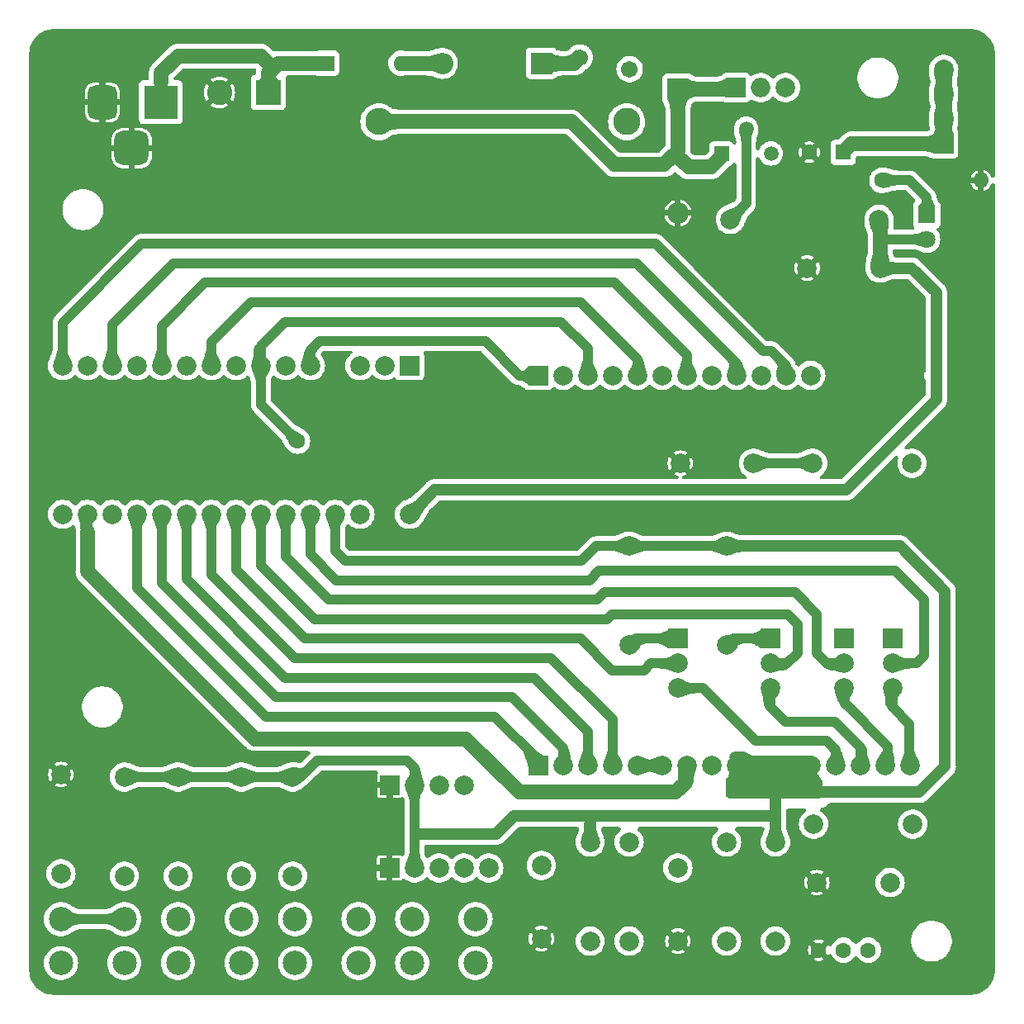
<source format=gbr>
%TF.GenerationSoftware,KiCad,Pcbnew,7.0.2*%
%TF.CreationDate,2023-05-10T16:09:54-03:00*%
%TF.ProjectId,Placa_base,506c6163-615f-4626-9173-652e6b696361,Rev. 2.0*%
%TF.SameCoordinates,PX6f94740PY8583b00*%
%TF.FileFunction,Copper,L2,Bot*%
%TF.FilePolarity,Positive*%
%FSLAX46Y46*%
G04 Gerber Fmt 4.6, Leading zero omitted, Abs format (unit mm)*
G04 Created by KiCad (PCBNEW 7.0.2) date 2023-05-10 16:09:54*
%MOMM*%
%LPD*%
G01*
G04 APERTURE LIST*
G04 Aperture macros list*
%AMRoundRect*
0 Rectangle with rounded corners*
0 $1 Rounding radius*
0 $2 $3 $4 $5 $6 $7 $8 $9 X,Y pos of 4 corners*
0 Add a 4 corners polygon primitive as box body*
4,1,4,$2,$3,$4,$5,$6,$7,$8,$9,$2,$3,0*
0 Add four circle primitives for the rounded corners*
1,1,$1+$1,$2,$3*
1,1,$1+$1,$4,$5*
1,1,$1+$1,$6,$7*
1,1,$1+$1,$8,$9*
0 Add four rect primitives between the rounded corners*
20,1,$1+$1,$2,$3,$4,$5,0*
20,1,$1+$1,$4,$5,$6,$7,0*
20,1,$1+$1,$6,$7,$8,$9,0*
20,1,$1+$1,$8,$9,$2,$3,0*%
G04 Aperture macros list end*
%TA.AperFunction,ComponentPad*%
%ADD10C,2.500000*%
%TD*%
%TA.AperFunction,ComponentPad*%
%ADD11R,1.800000X1.800000*%
%TD*%
%TA.AperFunction,ComponentPad*%
%ADD12C,1.800000*%
%TD*%
%TA.AperFunction,ComponentPad*%
%ADD13C,2.800000*%
%TD*%
%TA.AperFunction,ComponentPad*%
%ADD14O,2.800000X2.800000*%
%TD*%
%TA.AperFunction,ComponentPad*%
%ADD15R,2.000000X2.000000*%
%TD*%
%TA.AperFunction,ComponentPad*%
%ADD16C,2.000000*%
%TD*%
%TA.AperFunction,ComponentPad*%
%ADD17R,1.500000X1.500000*%
%TD*%
%TA.AperFunction,ComponentPad*%
%ADD18C,1.500000*%
%TD*%
%TA.AperFunction,ComponentPad*%
%ADD19R,2.600000X2.600000*%
%TD*%
%TA.AperFunction,ComponentPad*%
%ADD20C,2.600000*%
%TD*%
%TA.AperFunction,ComponentPad*%
%ADD21R,1.600000X1.600000*%
%TD*%
%TA.AperFunction,ComponentPad*%
%ADD22O,1.600000X1.600000*%
%TD*%
%TA.AperFunction,ComponentPad*%
%ADD23R,3.500000X3.500000*%
%TD*%
%TA.AperFunction,ComponentPad*%
%ADD24RoundRect,0.750000X-0.750000X-1.000000X0.750000X-1.000000X0.750000X1.000000X-0.750000X1.000000X0*%
%TD*%
%TA.AperFunction,ComponentPad*%
%ADD25RoundRect,0.875000X-0.875000X-0.875000X0.875000X-0.875000X0.875000X0.875000X-0.875000X0.875000X0*%
%TD*%
%TA.AperFunction,ComponentPad*%
%ADD26C,1.710000*%
%TD*%
%TA.AperFunction,ComponentPad*%
%ADD27O,2.000000X2.000000*%
%TD*%
%TA.AperFunction,ComponentPad*%
%ADD28R,2.200000X2.200000*%
%TD*%
%TA.AperFunction,ComponentPad*%
%ADD29O,2.200000X2.200000*%
%TD*%
%TA.AperFunction,ComponentPad*%
%ADD30C,1.600000*%
%TD*%
%TA.AperFunction,ViaPad*%
%ADD31C,1.500000*%
%TD*%
%TA.AperFunction,ViaPad*%
%ADD32C,1.600000*%
%TD*%
%TA.AperFunction,Conductor*%
%ADD33C,1.000000*%
%TD*%
%TA.AperFunction,Conductor*%
%ADD34C,1.500000*%
%TD*%
%TA.AperFunction,Conductor*%
%ADD35C,1.200000*%
%TD*%
G04 APERTURE END LIST*
D10*
%TO.P,SW1,1,1*%
%TO.N,/pulsadores*%
X10250000Y3750000D03*
X3750000Y3750000D03*
%TO.P,SW1,2,2*%
%TO.N,Net-(R1-Pad2)*%
X10250000Y8250000D03*
X3750000Y8250000D03*
%TD*%
D11*
%TO.P,D3,1,K*%
%TO.N,Net-(D3-K)*%
X92500000Y80500000D03*
D12*
%TO.P,D3,2,A*%
%TO.N,Vin*%
X92500000Y77960000D03*
%TD*%
D13*
%TO.P,R14,1*%
%TO.N,Net-(Q1-C)*%
X61750000Y90000000D03*
D14*
%TO.P,R14,2*%
%TO.N,Net-(D2-K)*%
X36350000Y90000000D03*
%TD*%
D15*
%TO.P,J6,1,Pin_1*%
%TO.N,/SDA*%
X76500000Y37000000D03*
D16*
%TO.P,J6,2,Pin_2*%
%TO.N,/PC5*%
X76500000Y34460000D03*
%TO.P,J6,3,Pin_3*%
%TO.N,/EAE1*%
X76500000Y31920000D03*
%TD*%
D17*
%TO.P,Q2,1,C*%
%TO.N,Net-(D2-K)*%
X71460000Y86750000D03*
D18*
%TO.P,Q2,2,B*%
%TO.N,Net-(Q1-E)*%
X74000000Y89290000D03*
%TO.P,Q2,3,E*%
%TO.N,Vin*%
X76540000Y86750000D03*
%TD*%
D16*
%TO.P,C3,1*%
%TO.N,/PD2*%
X53000000Y13750000D03*
%TO.P,C3,2*%
%TO.N,GND*%
X53000000Y6250000D03*
%TD*%
%TO.P,R6,1*%
%TO.N,+5V*%
X27500000Y22830000D03*
%TO.P,R6,2*%
%TO.N,Net-(R6-Pad2)*%
X27500000Y12670000D03*
%TD*%
D19*
%TO.P,J9,1,Pin_1*%
%TO.N,/Vcc*%
X25000000Y93000000D03*
D20*
%TO.P,J9,2,Pin_2*%
%TO.N,GND*%
X20000000Y93000000D03*
%TD*%
D16*
%TO.P,R5,1*%
%TO.N,/pote*%
X80920000Y18000000D03*
%TO.P,R5,2*%
%TO.N,/pote_filtrado*%
X91080000Y18000000D03*
%TD*%
D21*
%TO.P,SW5,1,A*%
%TO.N,/Vcc*%
X31000000Y96000000D03*
D22*
%TO.P,SW5,2,B*%
%TO.N,Net-(D1-A)*%
X38620000Y96000000D03*
%TD*%
D16*
%TO.P,C5,1*%
%TO.N,Vin*%
X87750000Y75000000D03*
%TO.P,C5,2*%
%TO.N,GND*%
X80250000Y75000000D03*
%TD*%
%TO.P,R7,1*%
%TO.N,/pulsadores*%
X91000000Y55000000D03*
%TO.P,R7,2*%
%TO.N,/puls_filtrado*%
X80840000Y55000000D03*
%TD*%
%TO.P,R3,1*%
%TO.N,+5V*%
X15750000Y22830000D03*
%TO.P,R3,2*%
%TO.N,Net-(R3-Pad2)*%
X15750000Y12670000D03*
%TD*%
D15*
%TO.P,J11,1,Pin_1*%
%TO.N,Vin*%
X94250000Y87750000D03*
D16*
%TO.P,J11,2,Pin_2*%
X94250000Y90290000D03*
%TO.P,J11,3,Pin_3*%
X94250000Y92830000D03*
%TO.P,J11,4,Pin_4*%
X94250000Y95370000D03*
%TD*%
D15*
%TO.P,J3,1,Pin_1*%
%TO.N,/pote_filtrado*%
X84000000Y37000000D03*
D16*
%TO.P,J3,2,Pin_2*%
%TO.N,/AC6*%
X84000000Y34460000D03*
%TO.P,J3,3,Pin_3*%
%TO.N,/EAE2*%
X84000000Y31920000D03*
%TD*%
D23*
%TO.P,J10,1*%
%TO.N,/Vcc*%
X14000000Y92000000D03*
D24*
%TO.P,J10,2*%
%TO.N,GND*%
X8000000Y92000000D03*
D25*
%TO.P,J10,3*%
X11000000Y87300000D03*
%TD*%
D16*
%TO.P,C1,1*%
%TO.N,/pote_filtrado*%
X88750000Y12000000D03*
%TO.P,C1,2*%
%TO.N,GND*%
X81250000Y12000000D03*
%TD*%
D26*
%TO.P,F1,1*%
%TO.N,Net-(D1-K)*%
X56950000Y96600000D03*
%TO.P,F1,2*%
%TO.N,Net-(Q1-C)*%
X62050000Y95400000D03*
%TD*%
D15*
%TO.P,Q1,1,B*%
%TO.N,Net-(D2-K)*%
X72960000Y93501000D03*
D27*
%TO.P,Q1,2,C*%
%TO.N,Net-(Q1-C)*%
X75500000Y93501000D03*
D16*
%TO.P,Q1,3,E*%
%TO.N,Net-(Q1-E)*%
X78040000Y93501000D03*
%TD*%
D15*
%TO.P,J7,1,Pin_1*%
%TO.N,/SCL*%
X67000000Y37000000D03*
D16*
%TO.P,J7,2,Pin_2*%
%TO.N,/PC4*%
X67000000Y34460000D03*
%TO.P,J7,3,Pin_3*%
%TO.N,/EAE0*%
X67000000Y31920000D03*
%TD*%
%TO.P,R15,1*%
%TO.N,Net-(Q1-E)*%
X72380000Y80000000D03*
%TO.P,R15,2*%
%TO.N,Vin*%
X87620000Y80000000D03*
%TD*%
%TO.P,R4,1*%
%TO.N,+5V*%
X22250000Y22830000D03*
%TO.P,R4,2*%
%TO.N,Net-(R4-Pad2)*%
X22250000Y12670000D03*
%TD*%
D15*
%TO.P,J2,1,Pin_1*%
%TO.N,/PC0*%
X52680000Y24000000D03*
D16*
%TO.P,J2,2,Pin_2*%
%TO.N,/PC1*%
X55220000Y24000000D03*
%TO.P,J2,3,Pin_3*%
%TO.N,/PC2*%
X57760000Y24000000D03*
%TO.P,J2,4,Pin_4*%
%TO.N,/PC3*%
X60300000Y24000000D03*
%TO.P,J2,5,Pin_5*%
%TO.N,+3.3V*%
X62840000Y24000000D03*
%TO.P,J2,6,Pin_6*%
X65380000Y24000000D03*
%TO.P,J2,7,Pin_7*%
X67920000Y24000000D03*
%TO.P,J2,8,Pin_8*%
X70460000Y24000000D03*
%TO.P,J2,9,Pin_9*%
%TO.N,+5V*%
X73000000Y24000000D03*
%TO.P,J2,10,Pin_10*%
X75540000Y24000000D03*
%TO.P,J2,11,Pin_11*%
X78080000Y24000000D03*
%TO.P,J2,12,Pin_12*%
X80620000Y24000000D03*
%TO.P,J2,13,Pin_13*%
%TO.N,/EAE0*%
X83160000Y24000000D03*
%TO.P,J2,14,Pin_14*%
%TO.N,/EAE1*%
X85700000Y24000000D03*
%TO.P,J2,15,Pin_15*%
%TO.N,/EAE2*%
X88240000Y24000000D03*
%TO.P,J2,16,Pin_16*%
%TO.N,/EAE3*%
X90780000Y24000000D03*
%TD*%
%TO.P,R13,1*%
%TO.N,+5V*%
X62000000Y46500000D03*
%TO.P,R13,2*%
%TO.N,/SCL*%
X62000000Y36340000D03*
%TD*%
%TO.P,R9,1*%
%TO.N,/Enc_A*%
X62000000Y6000000D03*
%TO.P,R9,2*%
%TO.N,/PD2*%
X62000000Y16160000D03*
%TD*%
%TO.P,R12,1*%
%TO.N,+5V*%
X72000000Y46500000D03*
%TO.P,R12,2*%
%TO.N,/SDA*%
X72000000Y36340000D03*
%TD*%
D28*
%TO.P,D2,1,K*%
%TO.N,Net-(D2-K)*%
X67000000Y93350000D03*
D29*
%TO.P,D2,2,A*%
%TO.N,GND*%
X67000000Y80650000D03*
%TD*%
D16*
%TO.P,R8,1*%
%TO.N,+5V*%
X58000000Y16160000D03*
%TO.P,R8,2*%
%TO.N,/Enc_A*%
X58000000Y6000000D03*
%TD*%
D15*
%TO.P,J1,1,Pin_1*%
%TO.N,/PD2*%
X52680000Y64000000D03*
D16*
%TO.P,J1,2,Pin_2*%
%TO.N,/PD3*%
X55220000Y64000000D03*
%TO.P,J1,3,Pin_3*%
%TO.N,/PD4*%
X57760000Y64000000D03*
%TO.P,J1,4,Pin_4*%
%TO.N,/PD5*%
X60300000Y64000000D03*
%TO.P,J1,5,Pin_5*%
%TO.N,/PD6*%
X62840000Y64000000D03*
%TO.P,J1,6,Pin_6*%
%TO.N,/PD7*%
X65380000Y64000000D03*
%TO.P,J1,7,Pin_7*%
%TO.N,/PB0*%
X67920000Y64000000D03*
%TO.P,J1,8,Pin_8*%
%TO.N,/PB1*%
X70460000Y64000000D03*
%TO.P,J1,9,Pin_9*%
%TO.N,/PB2*%
X73000000Y64000000D03*
%TO.P,J1,10,Pin_10*%
%TO.N,/PB3*%
X75540000Y64000000D03*
%TO.P,J1,11,Pin_11*%
%TO.N,/PB4*%
X78080000Y64000000D03*
%TO.P,J1,12,Pin_12*%
%TO.N,/PB5*%
X80620000Y64000000D03*
%TO.P,J1,13,Pin_13*%
%TO.N,GND*%
X83160000Y64000000D03*
%TO.P,J1,14,Pin_14*%
X85700000Y64000000D03*
%TO.P,J1,15,Pin_15*%
X88240000Y64000000D03*
%TO.P,J1,16,Pin_16*%
X90780000Y64000000D03*
%TD*%
D21*
%TO.P,C6,1*%
%TO.N,Vin*%
X83948651Y86868000D03*
D30*
%TO.P,C6,2*%
%TO.N,GND*%
X80448651Y86868000D03*
%TD*%
D15*
%TO.P,J5,1,Pin_1*%
%TO.N,GND*%
X37450000Y13500000D03*
D16*
%TO.P,J5,2,Pin_2*%
%TO.N,+5V*%
X39990000Y13500000D03*
%TO.P,J5,3,Pin_3*%
%TO.N,/PD4*%
X42530000Y13500000D03*
%TO.P,J5,4,Pin_4*%
%TO.N,/Enc_A*%
X45070000Y13500000D03*
%TO.P,J5,5,Pin_5*%
%TO.N,/Enc_B*%
X47610000Y13500000D03*
%TD*%
%TO.P,C4,1*%
%TO.N,/PD3*%
X67000000Y13500000D03*
%TO.P,C4,2*%
%TO.N,GND*%
X67000000Y6000000D03*
%TD*%
D10*
%TO.P,SW3,1,1*%
%TO.N,/pulsadores*%
X34250000Y3750000D03*
X27750000Y3750000D03*
%TO.P,SW3,2,2*%
%TO.N,Net-(R4-Pad2)*%
X34250000Y8250000D03*
X27750000Y8250000D03*
%TD*%
D16*
%TO.P,R11,1*%
%TO.N,/Enc_B*%
X72000000Y6000000D03*
%TO.P,R11,2*%
%TO.N,/PD3*%
X72000000Y16160000D03*
%TD*%
%TO.P,C2,1*%
%TO.N,/puls_filtrado*%
X74750000Y55000000D03*
%TO.P,C2,2*%
%TO.N,GND*%
X67250000Y55000000D03*
%TD*%
D30*
%TO.P,RV1,1,1*%
%TO.N,+5V*%
X86525000Y5075000D03*
%TO.P,RV1,2,2*%
%TO.N,/pote*%
X83985000Y5075000D03*
%TO.P,RV1,3,3*%
%TO.N,GND*%
X81445000Y5075000D03*
%TD*%
D16*
%TO.P,R2,1*%
%TO.N,/pulsadores*%
X3750000Y12920000D03*
%TO.P,R2,2*%
%TO.N,GND*%
X3750000Y23080000D03*
%TD*%
D10*
%TO.P,SW2,1,1*%
%TO.N,/pulsadores*%
X22250000Y3750000D03*
X15750000Y3750000D03*
%TO.P,SW2,2,2*%
%TO.N,Net-(R3-Pad2)*%
X22250000Y8250000D03*
X15750000Y8250000D03*
%TD*%
%TO.P,SW4,1,1*%
%TO.N,/pulsadores*%
X46250000Y3750000D03*
X39750000Y3750000D03*
%TO.P,SW4,2,2*%
%TO.N,Net-(R6-Pad2)*%
X46250000Y8250000D03*
X39750000Y8250000D03*
%TD*%
D15*
%TO.P,J4,1,Pin_1*%
%TO.N,/puls_filtrado*%
X89000000Y37000000D03*
D16*
%TO.P,J4,2,Pin_2*%
%TO.N,/AC7*%
X89000000Y34460000D03*
%TO.P,J4,3,Pin_3*%
%TO.N,/EAE3*%
X89000000Y31920000D03*
%TD*%
D30*
%TO.P,R16,1*%
%TO.N,Net-(D3-K)*%
X87920000Y84000000D03*
D22*
%TO.P,R16,2*%
%TO.N,GND*%
X98080000Y84000000D03*
%TD*%
D15*
%TO.P,A1,1,D1/TX*%
%TO.N,unconnected-(A1-D1{slash}TX-Pad1)*%
X39480000Y65000000D03*
D16*
%TO.P,A1,2,D0/RX*%
%TO.N,unconnected-(A1-D0{slash}RX-Pad2)*%
X36940000Y65000000D03*
%TO.P,A1,3,~{RESET}*%
%TO.N,unconnected-(A1-~{RESET}-Pad3)*%
X34400000Y65000000D03*
%TO.P,A1,4,GND*%
%TO.N,GND*%
X31860000Y65000000D03*
%TO.P,A1,5,D2*%
%TO.N,/PD2*%
X29320000Y65000000D03*
%TO.P,A1,6,D3*%
%TO.N,/PD3*%
X26780000Y65000000D03*
%TO.P,A1,7,D4*%
%TO.N,/PD4*%
X24240000Y65000000D03*
%TO.P,A1,8,D5*%
%TO.N,/PD5*%
X21700000Y65000000D03*
%TO.P,A1,9,D6*%
%TO.N,/PD6*%
X19160000Y65000000D03*
D27*
%TO.P,A1,10,D7*%
%TO.N,/PD7*%
X16620000Y65000000D03*
D16*
%TO.P,A1,11,D8*%
%TO.N,/PB0*%
X14080000Y65000000D03*
%TO.P,A1,12,D9*%
%TO.N,/PB1*%
X11540000Y65000000D03*
%TO.P,A1,13,D10*%
%TO.N,/PB2*%
X9000000Y65000000D03*
%TO.P,A1,14,D11*%
%TO.N,/PB3*%
X6460000Y65000000D03*
%TO.P,A1,15,D12*%
%TO.N,/PB4*%
X3920000Y65000000D03*
%TO.P,A1,16,D13*%
%TO.N,/PB5*%
X3920000Y49760000D03*
%TO.P,A1,17,3V3*%
%TO.N,+3.3V*%
X6460000Y49760000D03*
%TO.P,A1,18,AREF*%
%TO.N,unconnected-(A1-AREF-Pad18)*%
X9000000Y49760000D03*
%TO.P,A1,19,A0*%
%TO.N,/PC0*%
X11540000Y49760000D03*
%TO.P,A1,20,A1*%
%TO.N,/PC1*%
X14080000Y49760000D03*
%TO.P,A1,21,A2*%
%TO.N,/PC2*%
X16620000Y49760000D03*
%TO.P,A1,22,A3*%
%TO.N,/PC3*%
X19160000Y49760000D03*
%TO.P,A1,23,A4*%
%TO.N,/PC4*%
X21700000Y49760000D03*
%TO.P,A1,24,A5*%
%TO.N,/PC5*%
X24240000Y49760000D03*
%TO.P,A1,25,A6*%
%TO.N,/AC6*%
X26780000Y49760000D03*
%TO.P,A1,26,A7*%
%TO.N,/AC7*%
X29320000Y49760000D03*
%TO.P,A1,27,+5V*%
%TO.N,+5V*%
X31860000Y49760000D03*
%TO.P,A1,28,~{RESET}*%
%TO.N,unconnected-(A1-~{RESET}-Pad28)*%
X34400000Y49760000D03*
%TO.P,A1,29,GND*%
%TO.N,GND*%
X36940000Y49760000D03*
%TO.P,A1,30,VIN*%
%TO.N,Vin*%
X39480000Y49760000D03*
%TD*%
%TO.P,R10,1*%
%TO.N,+5V*%
X77000000Y16160000D03*
%TO.P,R10,2*%
%TO.N,/Enc_B*%
X77000000Y6000000D03*
%TD*%
D15*
%TO.P,J8,1,Pin_1*%
%TO.N,GND*%
X37460000Y22000000D03*
D16*
%TO.P,J8,2,Pin_2*%
%TO.N,+5V*%
X40000000Y22000000D03*
%TO.P,J8,3,Pin_3*%
%TO.N,/SCL*%
X42540000Y22000000D03*
%TO.P,J8,4,Pin_4*%
%TO.N,/SDA*%
X45080000Y22000000D03*
%TD*%
D28*
%TO.P,D1,1,K*%
%TO.N,Net-(D1-K)*%
X53000000Y96000000D03*
D29*
%TO.P,D1,2,A*%
%TO.N,Net-(D1-A)*%
X42840000Y96000000D03*
%TD*%
D16*
%TO.P,R1,1*%
%TO.N,+5V*%
X10250000Y22830000D03*
%TO.P,R1,2*%
%TO.N,Net-(R1-Pad2)*%
X10250000Y12670000D03*
%TD*%
D31*
%TO.N,GND*%
X49000000Y58000000D03*
X98000000Y54000000D03*
X82000000Y97000000D03*
X95000000Y46500000D03*
X31000000Y90000000D03*
X98000000Y97000000D03*
X49000000Y48500000D03*
X95000000Y16000000D03*
X17000000Y81000000D03*
X37000000Y1500000D03*
X13000000Y1500000D03*
X89000000Y8000000D03*
X59000000Y49500000D03*
X13000000Y10500000D03*
X49000000Y58000000D03*
X49000000Y81000000D03*
X6000000Y39500000D03*
X31000000Y81000000D03*
X98000000Y71000000D03*
X6000000Y57500000D03*
X59000000Y58000000D03*
X19000000Y26000000D03*
D32*
%TO.N,/PD4*%
X28000000Y57250000D03*
%TD*%
D33*
%TO.N,GND*%
X90750000Y63970000D02*
X90780000Y64000000D01*
%TO.N,/PD2*%
X50750000Y64000000D02*
X52680000Y64000000D01*
X29320000Y66570000D02*
X30250000Y67500000D01*
X30250000Y67500000D02*
X47250000Y67500000D01*
X47250000Y67500000D02*
X50750000Y64000000D01*
X29320000Y65000000D02*
X29320000Y66570000D01*
%TO.N,/PD4*%
X57760000Y64000000D02*
X57760000Y66740000D01*
X24240000Y65000000D02*
X24240000Y61010000D01*
X24240000Y61010000D02*
X28000000Y57250000D01*
X57760000Y66740000D02*
X55000000Y69500000D01*
X24240000Y66990000D02*
X24240000Y65000000D01*
X26750000Y69500000D02*
X24240000Y66990000D01*
X55000000Y69500000D02*
X26750000Y69500000D01*
%TO.N,/PD6*%
X62840000Y64000000D02*
X62840000Y65660000D01*
X62840000Y65660000D02*
X57000000Y71500000D01*
X23250000Y71500000D02*
X19160000Y67410000D01*
X19160000Y67410000D02*
X19160000Y65000000D01*
X57000000Y71500000D02*
X23250000Y71500000D01*
%TO.N,/PB0*%
X67920000Y66080000D02*
X67920000Y64000000D01*
X14080000Y69080000D02*
X18500000Y73500000D01*
X60500000Y73500000D02*
X67920000Y66080000D01*
X14080000Y65000000D02*
X14080000Y69080000D01*
X18500000Y73500000D02*
X60500000Y73500000D01*
%TO.N,/PB2*%
X73000000Y64000000D02*
X73000000Y65250000D01*
X62750000Y75500000D02*
X15250000Y75500000D01*
X15250000Y75500000D02*
X9000000Y69250000D01*
X9000000Y69250000D02*
X9000000Y65000000D01*
X73000000Y65250000D02*
X62750000Y75500000D01*
%TO.N,/PB4*%
X64740000Y77500000D02*
X12000000Y77500000D01*
X3920000Y69420000D02*
X3920000Y65000000D01*
X12000000Y77500000D02*
X3920000Y69420000D01*
X78080000Y64000000D02*
X78080000Y64995534D01*
X78080000Y64995534D02*
X76575534Y66500000D01*
X76575534Y66500000D02*
X75740000Y66500000D01*
X75740000Y66500000D02*
X64740000Y77500000D01*
D34*
%TO.N,+3.3V*%
X67750000Y22250000D02*
X66750000Y21250000D01*
X23625000Y26750000D02*
X6500000Y43875000D01*
D33*
X6460000Y49760000D02*
X6460000Y48040000D01*
X6460000Y48040000D02*
X6500000Y48000000D01*
D35*
X62945000Y23975000D02*
X62970000Y24000000D01*
D34*
X45250000Y26750000D02*
X23625000Y26750000D01*
X67750000Y23830000D02*
X67750000Y22250000D01*
X50750000Y21250000D02*
X45250000Y26750000D01*
X67920000Y24000000D02*
X67750000Y23830000D01*
X6500000Y43875000D02*
X6500000Y48000000D01*
D33*
X62970000Y24000000D02*
X65460000Y24000000D01*
D34*
X66750000Y21250000D02*
X50750000Y21250000D01*
D33*
%TO.N,/PC0*%
X48250000Y29000000D02*
X52680000Y24570000D01*
X52680000Y24570000D02*
X52680000Y24000000D01*
X11540000Y49760000D02*
X11540000Y42210000D01*
X11540000Y42210000D02*
X24750000Y29000000D01*
X24750000Y29000000D02*
X48250000Y29000000D01*
%TO.N,/PC1*%
X25750000Y31000000D02*
X50000000Y31000000D01*
X14080000Y49760000D02*
X14080000Y42670000D01*
X55220000Y25780000D02*
X55220000Y24000000D01*
X14080000Y42670000D02*
X25750000Y31000000D01*
X50000000Y31000000D02*
X55220000Y25780000D01*
%TO.N,/PC2*%
X57760000Y27490000D02*
X57760000Y24000000D01*
X16620000Y43130000D02*
X26750000Y33000000D01*
X16620000Y49760000D02*
X16620000Y43130000D01*
X52250000Y33000000D02*
X57760000Y27490000D01*
X26750000Y33000000D02*
X52250000Y33000000D01*
%TO.N,/PC3*%
X27750000Y35000000D02*
X54000000Y35000000D01*
X19160000Y49760000D02*
X19160000Y43590000D01*
X19160000Y43590000D02*
X27750000Y35000000D01*
X54000000Y35000000D02*
X60300000Y28700000D01*
X60300000Y28700000D02*
X60300000Y24000000D01*
%TO.N,/PC4*%
X63500000Y33750000D02*
X64210000Y34460000D01*
X28750000Y37000000D02*
X57000000Y37000000D01*
X21700000Y44050000D02*
X28750000Y37000000D01*
X60250000Y33750000D02*
X63500000Y33750000D01*
X64210000Y34460000D02*
X67000000Y34460000D01*
X57000000Y37000000D02*
X60250000Y33750000D01*
X21700000Y49760000D02*
X21700000Y44050000D01*
%TO.N,/PC5*%
X78250000Y39500000D02*
X79250000Y38500000D01*
X29750000Y39000000D02*
X59750000Y39000000D01*
X79250000Y35500000D02*
X78210000Y34460000D01*
X60250000Y39500000D02*
X78250000Y39500000D01*
X24240000Y49760000D02*
X24240000Y44510000D01*
X24240000Y44510000D02*
X29750000Y39000000D01*
X79250000Y38500000D02*
X79250000Y35500000D01*
X59750000Y39000000D02*
X60250000Y39500000D01*
X78210000Y34460000D02*
X76500000Y34460000D01*
%TO.N,/AC6*%
X81250000Y35500000D02*
X81250000Y39500000D01*
X26780000Y45391572D02*
X26780000Y49760000D01*
X84000000Y34460000D02*
X82290000Y34460000D01*
X79000000Y41750000D02*
X59500000Y41750000D01*
X58750000Y41000000D02*
X31171572Y41000000D01*
X31171572Y41000000D02*
X26780000Y45391572D01*
X59500000Y41750000D02*
X58750000Y41000000D01*
X81250000Y39500000D02*
X79000000Y41750000D01*
X82290000Y34460000D02*
X81250000Y35500000D01*
%TO.N,/AC7*%
X89000000Y34460000D02*
X91460000Y34460000D01*
X89250000Y44000000D02*
X58921572Y44000000D01*
X92250000Y41000000D02*
X89250000Y44000000D01*
X32000000Y43000000D02*
X29320000Y45680000D01*
X91460000Y34460000D02*
X92250000Y35250000D01*
X57921572Y43000000D02*
X32000000Y43000000D01*
X92250000Y35250000D02*
X92250000Y41000000D01*
X58921572Y44000000D02*
X57921572Y43000000D01*
X29320000Y45680000D02*
X29320000Y49760000D01*
D35*
%TO.N,+5V*%
X58000000Y16160000D02*
X58000000Y18600000D01*
X50200000Y18800000D02*
X58200000Y18800000D01*
X77000000Y21250000D02*
X77000000Y24000000D01*
D33*
X15750000Y22830000D02*
X22250000Y22830000D01*
X62000000Y46500000D02*
X58593144Y46500000D01*
D35*
X77000000Y24000000D02*
X78270000Y24000000D01*
D33*
X73000000Y24000000D02*
X75540000Y24000000D01*
X40000000Y13510000D02*
X40000000Y15990000D01*
X22250000Y22830000D02*
X27500000Y22830000D01*
D35*
X72000000Y46500000D02*
X89750000Y46500000D01*
X77000000Y16160000D02*
X77000000Y19250000D01*
D33*
X27500000Y22830000D02*
X28330000Y22830000D01*
X40000000Y15990000D02*
X39990000Y16000000D01*
D35*
X40290000Y17000000D02*
X48400000Y17000000D01*
D33*
X62000000Y46500000D02*
X72000000Y46500000D01*
X30000000Y24500000D02*
X39210000Y24500000D01*
D35*
X48400000Y17000000D02*
X50200000Y18800000D01*
X91750000Y21250000D02*
X86000000Y21250000D01*
X77000000Y19250000D02*
X77000000Y21250000D01*
X94400000Y23900000D02*
X91750000Y21250000D01*
X58200000Y18800000D02*
X76550000Y18800000D01*
D33*
X40000000Y23710000D02*
X40000000Y22000000D01*
D35*
X89750000Y46500000D02*
X94400000Y41850000D01*
D33*
X32864466Y45000000D02*
X31860000Y46004466D01*
X31860000Y46004466D02*
X31860000Y49760000D01*
X57093144Y45000000D02*
X32864466Y45000000D01*
D35*
X86000000Y21250000D02*
X77000000Y21250000D01*
X76550000Y18800000D02*
X77000000Y19250000D01*
D33*
X28330000Y22830000D02*
X30000000Y24500000D01*
D35*
X58000000Y18600000D02*
X58200000Y18800000D01*
D33*
X80620000Y24000000D02*
X78270000Y24000000D01*
X58593144Y46500000D02*
X57093144Y45000000D01*
X39210000Y24500000D02*
X40000000Y23710000D01*
X15750000Y22830000D02*
X10250000Y22830000D01*
D35*
X75540000Y24000000D02*
X77000000Y24000000D01*
D33*
X40000000Y15990000D02*
X40000000Y22000000D01*
X39990000Y13500000D02*
X40000000Y13510000D01*
D35*
X94400000Y41850000D02*
X94400000Y23900000D01*
D33*
%TO.N,Vin*%
X92500000Y77960000D02*
X87960000Y77960000D01*
D35*
X91000000Y75000000D02*
X93500000Y72500000D01*
D34*
X94250000Y90290000D02*
X94250000Y92830000D01*
D33*
X87960000Y77960000D02*
X87750000Y77750000D01*
D35*
X87750000Y75000000D02*
X91000000Y75000000D01*
X93500000Y61500000D02*
X84250000Y52250000D01*
X93500000Y72500000D02*
X93500000Y61500000D01*
D34*
X84800000Y87750000D02*
X94250000Y87750000D01*
X87750000Y79870000D02*
X87620000Y80000000D01*
D35*
X84250000Y52250000D02*
X42030000Y52250000D01*
X42030000Y52250000D02*
X39540000Y49760000D01*
D34*
X84050000Y87000000D02*
X84800000Y87750000D01*
X87750000Y75000000D02*
X87750000Y77750000D01*
X94250000Y87750000D02*
X94250000Y90290000D01*
X87750000Y77750000D02*
X87750000Y79870000D01*
X94250000Y92830000D02*
X94250000Y95370000D01*
D33*
%TO.N,/puls_filtrado*%
X80840000Y55000000D02*
X74750000Y55000000D01*
D34*
%TO.N,Net-(D1-K)*%
X56350000Y96000000D02*
X56950000Y96600000D01*
X53000000Y96000000D02*
X56350000Y96000000D01*
%TO.N,Net-(D1-A)*%
X38620000Y96000000D02*
X42840000Y96000000D01*
%TO.N,Net-(D2-K)*%
X67000000Y93350000D02*
X67000000Y87000000D01*
X72700000Y93350000D02*
X72850000Y93500000D01*
X60452000Y85598000D02*
X56050000Y90000000D01*
X71460000Y86446000D02*
X70358000Y85344000D01*
X67000000Y86416000D02*
X68072000Y85344000D01*
X71460000Y86750000D02*
X71460000Y86446000D01*
X67000000Y87000000D02*
X65598000Y85598000D01*
D33*
X67000000Y87000000D02*
X67000000Y86416000D01*
D34*
X68072000Y85344000D02*
X70358000Y85344000D01*
X65598000Y85598000D02*
X60452000Y85598000D01*
X67000000Y93350000D02*
X72700000Y93350000D01*
X56050000Y90000000D02*
X36350000Y90000000D01*
D33*
%TO.N,Net-(Q1-E)*%
X74000000Y89290000D02*
X74000000Y81620000D01*
X74000000Y81620000D02*
X72380000Y80000000D01*
%TO.N,/EAE0*%
X69580000Y31920000D02*
X67000000Y31920000D01*
X83160000Y24000000D02*
X83160000Y25590000D01*
X83160000Y25590000D02*
X82250000Y26500000D01*
X82250000Y26500000D02*
X75000000Y26500000D01*
X75000000Y26500000D02*
X69580000Y31920000D01*
%TO.N,/EAE1*%
X78000000Y28500000D02*
X76500000Y30000000D01*
X85700000Y24000000D02*
X85700000Y25878428D01*
X83078428Y28500000D02*
X78000000Y28500000D01*
X76500000Y30000000D02*
X76500000Y31920000D01*
X85700000Y25878428D02*
X83078428Y28500000D01*
%TO.N,/EAE2*%
X84000000Y31920000D02*
X84000000Y30500000D01*
X88510000Y25990000D02*
X88510000Y24000000D01*
X84000000Y30500000D02*
X88510000Y25990000D01*
%TO.N,/EAE3*%
X89000000Y31920000D02*
X89000000Y30000000D01*
X90750000Y28250000D02*
X90750000Y24030000D01*
X89000000Y30000000D02*
X90750000Y28250000D01*
X90750000Y24030000D02*
X90780000Y24000000D01*
%TO.N,/SDA*%
X76500000Y37000000D02*
X72660000Y37000000D01*
X72660000Y37000000D02*
X72000000Y36340000D01*
%TO.N,/SCL*%
X67000000Y37000000D02*
X62660000Y37000000D01*
X62660000Y37000000D02*
X62000000Y36340000D01*
%TO.N,Net-(R1-Pad2)*%
X3750000Y8250000D02*
X10250000Y8250000D01*
D34*
%TO.N,/Vcc*%
X25000000Y95000000D02*
X25000000Y93000000D01*
X14000000Y94000000D02*
X14000000Y95000000D01*
X31000000Y96000000D02*
X26000000Y96000000D01*
X26000000Y96000000D02*
X25000000Y95000000D01*
X24250000Y96750000D02*
X25000000Y96000000D01*
X15750000Y96750000D02*
X24250000Y96750000D01*
X14000000Y95000000D02*
X15750000Y96750000D01*
D33*
%TO.N,Net-(D3-K)*%
X92500000Y82250000D02*
X92500000Y80500000D01*
X87920000Y84000000D02*
X90750000Y84000000D01*
X90750000Y84000000D02*
X92500000Y82250000D01*
%TD*%
%TA.AperFunction,Conductor*%
%TO.N,GND*%
G36*
X33588731Y66479498D02*
G01*
X33635224Y66425842D01*
X33645328Y66355568D01*
X33615834Y66290988D01*
X33580580Y66262687D01*
X33576494Y66260476D01*
X33576492Y66260475D01*
X33576491Y66260474D01*
X33523284Y66219061D01*
X33380255Y66107738D01*
X33211833Y65924783D01*
X33075828Y65716611D01*
X32975935Y65488877D01*
X32914893Y65247826D01*
X32914892Y65247821D01*
X32894357Y65000000D01*
X32914892Y64752179D01*
X32914892Y64752176D01*
X32914893Y64752175D01*
X32975935Y64511124D01*
X33075828Y64283390D01*
X33211833Y64075218D01*
X33211836Y64075215D01*
X33380256Y63892262D01*
X33576491Y63739526D01*
X33750000Y63645628D01*
X33750000Y62500000D01*
X30000000Y62500000D01*
X29993548Y63658372D01*
X30143509Y63739526D01*
X30339744Y63892262D01*
X30508164Y64075215D01*
X30644173Y64283393D01*
X30744063Y64511119D01*
X30805108Y64752179D01*
X30825643Y65000000D01*
X30805108Y65247821D01*
X30744063Y65488881D01*
X30696777Y65596682D01*
X30693768Y65604188D01*
X30683352Y65632806D01*
X30672333Y65653370D01*
X30668018Y65662244D01*
X30644173Y65716607D01*
X30615364Y65760703D01*
X30609784Y65770111D01*
X30536533Y65906826D01*
X30535714Y65908284D01*
X30523132Y65930307D01*
X30522270Y65931750D01*
X30522484Y65931375D01*
X30521578Y65932802D01*
X30507870Y65954071D01*
X30506928Y65955473D01*
X30409007Y66098960D01*
X30387135Y66166503D01*
X30405251Y66235149D01*
X30423987Y66259068D01*
X30627516Y66462596D01*
X30689829Y66496621D01*
X30716612Y66499500D01*
X33520610Y66499500D01*
X33588731Y66479498D01*
G37*
%TD.AperFunction*%
%TD*%
%TA.AperFunction,Conductor*%
%TO.N,GND*%
G36*
X92293486Y63685625D02*
G01*
X92360615Y63627856D01*
X92396031Y63546682D01*
X92399500Y63509686D01*
X92399500Y62038271D01*
X92379793Y61951928D01*
X92341214Y61897557D01*
X92250000Y61806343D01*
X92250000Y63697278D01*
X92293486Y63685625D01*
G37*
%TD.AperFunction*%
%TA.AperFunction,Conductor*%
G36*
X97006001Y99499137D02*
G01*
X97289273Y99482003D01*
X97313118Y99479107D01*
X97586337Y99429038D01*
X97609657Y99423290D01*
X97874840Y99340655D01*
X97897309Y99332134D01*
X98150602Y99218136D01*
X98171880Y99206968D01*
X98409570Y99063279D01*
X98429347Y99049629D01*
X98648003Y98878324D01*
X98665990Y98862388D01*
X98862387Y98665991D01*
X98878323Y98648004D01*
X99049628Y98429348D01*
X99063278Y98409571D01*
X99206967Y98171881D01*
X99218135Y98150603D01*
X99332133Y97897310D01*
X99340654Y97874841D01*
X99423287Y97609664D01*
X99429038Y97586332D01*
X99479105Y97313125D01*
X99482002Y97289270D01*
X99499137Y97006004D01*
X99499500Y96993988D01*
X99499500Y84457103D01*
X99479793Y84370760D01*
X99424574Y84301519D01*
X99344782Y84263092D01*
X99256218Y84263092D01*
X99176426Y84301519D01*
X99121207Y84370760D01*
X99111551Y84396181D01*
X99019244Y84581558D01*
X98896391Y84744242D01*
X98745739Y84881579D01*
X98572411Y84988901D01*
X98382319Y85062542D01*
X98380000Y85062976D01*
X98380000Y84265687D01*
X98318045Y84327641D01*
X98205148Y84385165D01*
X98111481Y84400000D01*
X98048519Y84400000D01*
X97954852Y84385165D01*
X97841955Y84327641D01*
X97752359Y84238045D01*
X97694835Y84125148D01*
X97675014Y84000000D01*
X97694835Y83874852D01*
X97752359Y83761955D01*
X97841955Y83672359D01*
X97954852Y83614835D01*
X98048519Y83600000D01*
X98111481Y83600000D01*
X98205148Y83614835D01*
X98318045Y83672359D01*
X98380000Y83734315D01*
X98380000Y82937026D01*
X98382320Y82937459D01*
X98572409Y83011099D01*
X98745739Y83118422D01*
X98896391Y83255759D01*
X99019244Y83418443D01*
X99118333Y83617439D01*
X99119728Y83616745D01*
X99151679Y83675009D01*
X99223738Y83726497D01*
X99311000Y83741621D01*
X99396183Y83717385D01*
X99462415Y83658590D01*
X99496577Y83576881D01*
X99499500Y83542898D01*
X99499500Y3006014D01*
X99499137Y2993998D01*
X99482002Y2710731D01*
X99479105Y2686876D01*
X99429038Y2413669D01*
X99423287Y2390337D01*
X99340654Y2125160D01*
X99332133Y2102691D01*
X99218135Y1849398D01*
X99206967Y1828120D01*
X99063278Y1590430D01*
X99049628Y1570653D01*
X98878323Y1351997D01*
X98862387Y1334010D01*
X98665990Y1137613D01*
X98648003Y1121677D01*
X98429347Y950372D01*
X98409570Y936722D01*
X98171880Y793033D01*
X98150602Y781865D01*
X97897309Y667867D01*
X97874840Y659346D01*
X97609663Y576713D01*
X97586331Y570962D01*
X97313124Y520895D01*
X97289269Y517998D01*
X97028773Y502241D01*
X97006000Y500863D01*
X96993986Y500500D01*
X3006014Y500500D01*
X2993999Y500863D01*
X2968839Y502385D01*
X2710730Y517998D01*
X2686875Y520895D01*
X2413668Y570962D01*
X2390336Y576713D01*
X2125159Y659346D01*
X2102690Y667867D01*
X1849397Y781865D01*
X1828119Y793033D01*
X1590429Y936722D01*
X1570652Y950372D01*
X1351996Y1121677D01*
X1334009Y1137613D01*
X1137612Y1334010D01*
X1121676Y1351997D01*
X950371Y1570653D01*
X936721Y1590430D01*
X793032Y1828120D01*
X781864Y1849398D01*
X667866Y2102691D01*
X659345Y2125160D01*
X652096Y2148422D01*
X576710Y2390343D01*
X570961Y2413669D01*
X544874Y2556019D01*
X520893Y2686882D01*
X517997Y2710732D01*
X500863Y2993999D01*
X500500Y3006014D01*
X500500Y3105473D01*
X500499Y3105479D01*
X500499Y3750001D01*
X1994592Y3750001D01*
X2014198Y3488370D01*
X2072580Y3232583D01*
X2168432Y2988356D01*
X2299613Y2761144D01*
X2463197Y2556017D01*
X2655515Y2377572D01*
X2655517Y2377571D01*
X2655521Y2377567D01*
X2872296Y2229772D01*
X3108677Y2115937D01*
X3341977Y2043974D01*
X3359388Y2038603D01*
X3618816Y1999500D01*
X3618818Y1999500D01*
X3881184Y1999500D01*
X4140611Y2038603D01*
X4140613Y2038604D01*
X4140615Y2038604D01*
X4391323Y2115937D01*
X4627704Y2229772D01*
X4844479Y2377567D01*
X5036805Y2556019D01*
X5200386Y2761143D01*
X5331568Y2988357D01*
X5427420Y3232584D01*
X5485802Y3488370D01*
X5505408Y3750000D01*
X5505408Y3750001D01*
X8494592Y3750001D01*
X8514198Y3488370D01*
X8572580Y3232583D01*
X8668432Y2988356D01*
X8799613Y2761144D01*
X8963197Y2556017D01*
X9155515Y2377572D01*
X9155517Y2377571D01*
X9155521Y2377567D01*
X9372296Y2229772D01*
X9608677Y2115937D01*
X9841977Y2043974D01*
X9859388Y2038603D01*
X10118816Y1999500D01*
X10118818Y1999500D01*
X10381184Y1999500D01*
X10640611Y2038603D01*
X10640613Y2038604D01*
X10640615Y2038604D01*
X10891323Y2115937D01*
X11127704Y2229772D01*
X11344479Y2377567D01*
X11536805Y2556019D01*
X11700386Y2761143D01*
X11831568Y2988357D01*
X11927420Y3232584D01*
X11985802Y3488370D01*
X12005408Y3750000D01*
X12005408Y3750001D01*
X13994592Y3750001D01*
X14014198Y3488370D01*
X14072580Y3232583D01*
X14168432Y2988356D01*
X14299613Y2761144D01*
X14463197Y2556017D01*
X14655515Y2377572D01*
X14655517Y2377571D01*
X14655521Y2377567D01*
X14872296Y2229772D01*
X15108677Y2115937D01*
X15341977Y2043974D01*
X15359388Y2038603D01*
X15618816Y1999500D01*
X15618818Y1999500D01*
X15881184Y1999500D01*
X16140611Y2038603D01*
X16140613Y2038604D01*
X16140615Y2038604D01*
X16391323Y2115937D01*
X16627704Y2229772D01*
X16844479Y2377567D01*
X17036805Y2556019D01*
X17200386Y2761143D01*
X17331568Y2988357D01*
X17427420Y3232584D01*
X17485802Y3488370D01*
X17505408Y3750000D01*
X17505408Y3750001D01*
X20494592Y3750001D01*
X20514198Y3488370D01*
X20572580Y3232583D01*
X20668432Y2988356D01*
X20799613Y2761144D01*
X20963197Y2556017D01*
X21155515Y2377572D01*
X21155517Y2377571D01*
X21155521Y2377567D01*
X21372296Y2229772D01*
X21608677Y2115937D01*
X21841977Y2043974D01*
X21859388Y2038603D01*
X22118816Y1999500D01*
X22118818Y1999500D01*
X22381184Y1999500D01*
X22640611Y2038603D01*
X22640613Y2038604D01*
X22640615Y2038604D01*
X22891323Y2115937D01*
X23127704Y2229772D01*
X23344479Y2377567D01*
X23536805Y2556019D01*
X23700386Y2761143D01*
X23831568Y2988357D01*
X23927420Y3232584D01*
X23985802Y3488370D01*
X24005408Y3750000D01*
X24005408Y3750001D01*
X25994592Y3750001D01*
X26014198Y3488370D01*
X26072580Y3232583D01*
X26168432Y2988356D01*
X26299613Y2761144D01*
X26463197Y2556017D01*
X26655515Y2377572D01*
X26655517Y2377571D01*
X26655521Y2377567D01*
X26872296Y2229772D01*
X27108677Y2115937D01*
X27341977Y2043974D01*
X27359388Y2038603D01*
X27618816Y1999500D01*
X27618818Y1999500D01*
X27881184Y1999500D01*
X28140611Y2038603D01*
X28140613Y2038604D01*
X28140615Y2038604D01*
X28391323Y2115937D01*
X28627704Y2229772D01*
X28844479Y2377567D01*
X29036805Y2556019D01*
X29200386Y2761143D01*
X29331568Y2988357D01*
X29427420Y3232584D01*
X29485802Y3488370D01*
X29505408Y3750000D01*
X29505408Y3750001D01*
X32494592Y3750001D01*
X32514198Y3488370D01*
X32572580Y3232583D01*
X32668432Y2988356D01*
X32799613Y2761144D01*
X32963197Y2556017D01*
X33155515Y2377572D01*
X33155517Y2377571D01*
X33155521Y2377567D01*
X33372296Y2229772D01*
X33608677Y2115937D01*
X33841977Y2043974D01*
X33859388Y2038603D01*
X34118816Y1999500D01*
X34118818Y1999500D01*
X34381184Y1999500D01*
X34640611Y2038603D01*
X34640613Y2038604D01*
X34640615Y2038604D01*
X34891323Y2115937D01*
X35127704Y2229772D01*
X35344479Y2377567D01*
X35536805Y2556019D01*
X35700386Y2761143D01*
X35831568Y2988357D01*
X35927420Y3232584D01*
X35985802Y3488370D01*
X36005408Y3750000D01*
X36005408Y3750001D01*
X37994592Y3750001D01*
X38014198Y3488370D01*
X38072580Y3232583D01*
X38168432Y2988356D01*
X38299613Y2761144D01*
X38463197Y2556017D01*
X38655515Y2377572D01*
X38655517Y2377571D01*
X38655521Y2377567D01*
X38872296Y2229772D01*
X39108677Y2115937D01*
X39341977Y2043974D01*
X39359388Y2038603D01*
X39618816Y1999500D01*
X39618818Y1999500D01*
X39881184Y1999500D01*
X40140611Y2038603D01*
X40140613Y2038604D01*
X40140615Y2038604D01*
X40391323Y2115937D01*
X40627704Y2229772D01*
X40844479Y2377567D01*
X41036805Y2556019D01*
X41200386Y2761143D01*
X41331568Y2988357D01*
X41427420Y3232584D01*
X41485802Y3488370D01*
X41505408Y3750000D01*
X41505408Y3750001D01*
X44494592Y3750001D01*
X44514198Y3488370D01*
X44572580Y3232583D01*
X44668432Y2988356D01*
X44799613Y2761144D01*
X44963197Y2556017D01*
X45155515Y2377572D01*
X45155517Y2377571D01*
X45155521Y2377567D01*
X45372296Y2229772D01*
X45608677Y2115937D01*
X45841977Y2043974D01*
X45859388Y2038603D01*
X46118816Y1999500D01*
X46118818Y1999500D01*
X46381184Y1999500D01*
X46640611Y2038603D01*
X46640613Y2038604D01*
X46640615Y2038604D01*
X46891323Y2115937D01*
X47127704Y2229772D01*
X47344479Y2377567D01*
X47536805Y2556019D01*
X47700386Y2761143D01*
X47831568Y2988357D01*
X47927420Y3232584D01*
X47985802Y3488370D01*
X48005408Y3750000D01*
X47985802Y4011630D01*
X47962500Y4113720D01*
X80907981Y4113720D01*
X80952589Y4086100D01*
X81142677Y4012461D01*
X81343072Y3975000D01*
X81546928Y3975000D01*
X81747322Y4012461D01*
X81937413Y4086101D01*
X81982017Y4113719D01*
X81982017Y4113720D01*
X81445001Y4650736D01*
X81445000Y4650736D01*
X80907981Y4113720D01*
X47962500Y4113720D01*
X47927420Y4267416D01*
X47831568Y4511643D01*
X47816415Y4537888D01*
X47700386Y4738857D01*
X47672573Y4773733D01*
X47536805Y4943981D01*
X47450853Y5023733D01*
X47344484Y5122429D01*
X47344481Y5122431D01*
X47344479Y5122433D01*
X47127704Y5270228D01*
X46891323Y5384063D01*
X46819358Y5406262D01*
X46640611Y5461398D01*
X46381184Y5500500D01*
X46381182Y5500500D01*
X46118818Y5500500D01*
X46118816Y5500500D01*
X45859388Y5461398D01*
X45608676Y5384063D01*
X45608677Y5384063D01*
X45372296Y5270228D01*
X45269508Y5200148D01*
X45155515Y5122429D01*
X44963197Y4943984D01*
X44799613Y4738857D01*
X44668432Y4511645D01*
X44572580Y4267418D01*
X44514198Y4011631D01*
X44494592Y3750001D01*
X41505408Y3750001D01*
X41485802Y4011630D01*
X41427420Y4267416D01*
X41331568Y4511643D01*
X41316415Y4537888D01*
X41200386Y4738857D01*
X41172573Y4773733D01*
X41036805Y4943981D01*
X40950853Y5023733D01*
X40844484Y5122429D01*
X40844481Y5122431D01*
X40844479Y5122433D01*
X40627704Y5270228D01*
X40391323Y5384063D01*
X40319358Y5406262D01*
X40140611Y5461398D01*
X39881184Y5500500D01*
X39881182Y5500500D01*
X39618818Y5500500D01*
X39618816Y5500500D01*
X39359388Y5461398D01*
X39108676Y5384063D01*
X39108677Y5384063D01*
X38872296Y5270228D01*
X38769508Y5200148D01*
X38655515Y5122429D01*
X38463197Y4943984D01*
X38299613Y4738857D01*
X38168432Y4511645D01*
X38072580Y4267418D01*
X38014198Y4011631D01*
X37994592Y3750001D01*
X36005408Y3750001D01*
X35985802Y4011630D01*
X35927420Y4267416D01*
X35831568Y4511643D01*
X35816415Y4537888D01*
X35700386Y4738857D01*
X35672573Y4773733D01*
X35536805Y4943981D01*
X35450853Y5023733D01*
X35344484Y5122429D01*
X35344481Y5122431D01*
X35344479Y5122433D01*
X35127704Y5270228D01*
X34891323Y5384063D01*
X34819358Y5406262D01*
X34640611Y5461398D01*
X34381184Y5500500D01*
X34381182Y5500500D01*
X34118818Y5500500D01*
X34118816Y5500500D01*
X33859388Y5461398D01*
X33608676Y5384063D01*
X33608677Y5384063D01*
X33372296Y5270228D01*
X33269508Y5200148D01*
X33155515Y5122429D01*
X32963197Y4943984D01*
X32799613Y4738857D01*
X32668432Y4511645D01*
X32572580Y4267418D01*
X32514198Y4011631D01*
X32494592Y3750001D01*
X29505408Y3750001D01*
X29485802Y4011630D01*
X29427420Y4267416D01*
X29331568Y4511643D01*
X29316415Y4537888D01*
X29200386Y4738857D01*
X29172573Y4773733D01*
X29036805Y4943981D01*
X28950853Y5023733D01*
X28844484Y5122429D01*
X28844481Y5122431D01*
X28844479Y5122433D01*
X28627704Y5270228D01*
X28391323Y5384063D01*
X28319358Y5406262D01*
X28140611Y5461398D01*
X27881184Y5500500D01*
X27881182Y5500500D01*
X27618818Y5500500D01*
X27618816Y5500500D01*
X27359388Y5461398D01*
X27108677Y5384063D01*
X26872296Y5270228D01*
X26769508Y5200148D01*
X26655515Y5122429D01*
X26463197Y4943984D01*
X26299613Y4738857D01*
X26168432Y4511645D01*
X26072580Y4267418D01*
X26014198Y4011631D01*
X25994592Y3750001D01*
X24005408Y3750001D01*
X23985802Y4011630D01*
X23927420Y4267416D01*
X23831568Y4511643D01*
X23816415Y4537888D01*
X23700386Y4738857D01*
X23672573Y4773733D01*
X23536805Y4943981D01*
X23450853Y5023733D01*
X23344484Y5122429D01*
X23344481Y5122431D01*
X23344479Y5122433D01*
X23127704Y5270228D01*
X22891323Y5384063D01*
X22819358Y5406262D01*
X22640611Y5461398D01*
X22381184Y5500500D01*
X22381182Y5500500D01*
X22118818Y5500500D01*
X22118816Y5500500D01*
X21859388Y5461398D01*
X21608676Y5384063D01*
X21608677Y5384063D01*
X21372296Y5270228D01*
X21269508Y5200148D01*
X21155515Y5122429D01*
X20963197Y4943984D01*
X20799613Y4738857D01*
X20668432Y4511645D01*
X20572580Y4267418D01*
X20514198Y4011631D01*
X20494592Y3750001D01*
X17505408Y3750001D01*
X17485802Y4011630D01*
X17427420Y4267416D01*
X17331568Y4511643D01*
X17316415Y4537888D01*
X17200386Y4738857D01*
X17172573Y4773733D01*
X17036805Y4943981D01*
X16950853Y5023733D01*
X16844484Y5122429D01*
X16844481Y5122431D01*
X16844479Y5122433D01*
X16627704Y5270228D01*
X16391323Y5384063D01*
X16319358Y5406262D01*
X16140611Y5461398D01*
X15881184Y5500500D01*
X15881182Y5500500D01*
X15618818Y5500500D01*
X15618816Y5500500D01*
X15359388Y5461398D01*
X15108676Y5384063D01*
X15108677Y5384063D01*
X14872296Y5270228D01*
X14769508Y5200148D01*
X14655515Y5122429D01*
X14463197Y4943984D01*
X14299613Y4738857D01*
X14168432Y4511645D01*
X14072580Y4267418D01*
X14014198Y4011631D01*
X13994592Y3750001D01*
X12005408Y3750001D01*
X11985802Y4011630D01*
X11927420Y4267416D01*
X11831568Y4511643D01*
X11816415Y4537888D01*
X11700386Y4738857D01*
X11672573Y4773733D01*
X11536805Y4943981D01*
X11450853Y5023733D01*
X11344484Y5122429D01*
X11344481Y5122431D01*
X11344479Y5122433D01*
X11127704Y5270228D01*
X10891323Y5384063D01*
X10819358Y5406262D01*
X10640611Y5461398D01*
X10381184Y5500500D01*
X10381182Y5500500D01*
X10118818Y5500500D01*
X10118816Y5500500D01*
X9859388Y5461398D01*
X9608676Y5384063D01*
X9608677Y5384063D01*
X9372296Y5270228D01*
X9269508Y5200148D01*
X9155515Y5122429D01*
X8963197Y4943984D01*
X8799613Y4738857D01*
X8668432Y4511645D01*
X8572580Y4267418D01*
X8514198Y4011631D01*
X8494592Y3750001D01*
X5505408Y3750001D01*
X5485802Y4011630D01*
X5427420Y4267416D01*
X5331568Y4511643D01*
X5316415Y4537888D01*
X5200386Y4738857D01*
X5172573Y4773733D01*
X5036805Y4943981D01*
X4950853Y5023733D01*
X4844484Y5122429D01*
X4844481Y5122431D01*
X4844479Y5122433D01*
X4627704Y5270228D01*
X4391323Y5384063D01*
X4319358Y5406262D01*
X4140611Y5461398D01*
X3881184Y5500500D01*
X3881182Y5500500D01*
X3618818Y5500500D01*
X3618816Y5500500D01*
X3359388Y5461398D01*
X3108677Y5384063D01*
X2872296Y5270228D01*
X2769508Y5200148D01*
X2655515Y5122429D01*
X2463197Y4943984D01*
X2299613Y4738857D01*
X2168432Y4511645D01*
X2072580Y4267418D01*
X2014198Y4011631D01*
X1994592Y3750001D01*
X500499Y3750001D01*
X500499Y6250000D01*
X51695034Y6250000D01*
X51714859Y6023393D01*
X51773732Y5803675D01*
X51869865Y5597517D01*
X51891851Y5566118D01*
X51891853Y5566118D01*
X52500873Y6175138D01*
X52540507Y6040156D01*
X52618239Y5919202D01*
X52726900Y5825048D01*
X52857685Y5765320D01*
X52929288Y5755025D01*
X52316115Y5141854D01*
X52316116Y5141853D01*
X52347518Y5119865D01*
X52553674Y5023734D01*
X52773392Y4964860D01*
X53000000Y4945035D01*
X53226607Y4964860D01*
X53446325Y5023733D01*
X53652480Y5119865D01*
X53683882Y5141854D01*
X53683883Y5141854D01*
X53070712Y5755025D01*
X53142315Y5765320D01*
X53273100Y5825048D01*
X53381761Y5919202D01*
X53459493Y6040156D01*
X53499126Y6175138D01*
X54108146Y5566117D01*
X54108146Y5566118D01*
X54130135Y5597520D01*
X54226267Y5803675D01*
X54278872Y6000000D01*
X56494356Y6000000D01*
X56514890Y5752184D01*
X56575937Y5511119D01*
X56675827Y5283392D01*
X56811836Y5075215D01*
X56980256Y4892262D01*
X57176492Y4739525D01*
X57258703Y4695035D01*
X57395190Y4621172D01*
X57630386Y4540429D01*
X57875665Y4499500D01*
X58124335Y4499500D01*
X58369614Y4540429D01*
X58604810Y4621172D01*
X58823509Y4739526D01*
X59019744Y4892262D01*
X59188164Y5075215D01*
X59324173Y5283393D01*
X59424063Y5511119D01*
X59485108Y5752179D01*
X59485108Y5752181D01*
X59485109Y5752184D01*
X59505643Y6000000D01*
X60494356Y6000000D01*
X60514890Y5752184D01*
X60575937Y5511119D01*
X60675827Y5283392D01*
X60811836Y5075215D01*
X60980256Y4892262D01*
X61176492Y4739525D01*
X61258703Y4695035D01*
X61395190Y4621172D01*
X61630386Y4540429D01*
X61875665Y4499500D01*
X62124335Y4499500D01*
X62369614Y4540429D01*
X62604810Y4621172D01*
X62823509Y4739526D01*
X63019744Y4892262D01*
X63188164Y5075215D01*
X63324173Y5283393D01*
X63424063Y5511119D01*
X63485108Y5752179D01*
X63485108Y5752181D01*
X63485109Y5752184D01*
X63505643Y6000000D01*
X65695034Y6000000D01*
X65714859Y5773393D01*
X65773732Y5553675D01*
X65869865Y5347517D01*
X65891851Y5316118D01*
X65891853Y5316118D01*
X66500873Y5925138D01*
X66540507Y5790156D01*
X66618239Y5669202D01*
X66726900Y5575048D01*
X66857685Y5515320D01*
X66929288Y5505025D01*
X66316115Y4891854D01*
X66316116Y4891853D01*
X66347518Y4869865D01*
X66553674Y4773734D01*
X66773392Y4714860D01*
X67000000Y4695035D01*
X67226607Y4714860D01*
X67446325Y4773733D01*
X67652480Y4869865D01*
X67683882Y4891854D01*
X67683883Y4891854D01*
X67070712Y5505025D01*
X67142315Y5515320D01*
X67273100Y5575048D01*
X67381761Y5669202D01*
X67459493Y5790156D01*
X67499126Y5925138D01*
X68108146Y5316117D01*
X68108146Y5316118D01*
X68130135Y5347520D01*
X68226267Y5553675D01*
X68285140Y5773393D01*
X68304965Y6000000D01*
X70494356Y6000000D01*
X70514890Y5752184D01*
X70575937Y5511119D01*
X70675827Y5283392D01*
X70811836Y5075215D01*
X70980256Y4892262D01*
X71176492Y4739525D01*
X71258703Y4695035D01*
X71395190Y4621172D01*
X71630386Y4540429D01*
X71875665Y4499500D01*
X72124335Y4499500D01*
X72369614Y4540429D01*
X72604810Y4621172D01*
X72823509Y4739526D01*
X73019744Y4892262D01*
X73188164Y5075215D01*
X73324173Y5283393D01*
X73424063Y5511119D01*
X73485108Y5752179D01*
X73485108Y5752181D01*
X73485109Y5752184D01*
X73505643Y6000000D01*
X75494356Y6000000D01*
X75514890Y5752184D01*
X75575937Y5511119D01*
X75675827Y5283392D01*
X75811836Y5075215D01*
X75980256Y4892262D01*
X76176492Y4739525D01*
X76258703Y4695035D01*
X76395190Y4621172D01*
X76630386Y4540429D01*
X76875665Y4499500D01*
X77124335Y4499500D01*
X77369614Y4540429D01*
X77604810Y4621172D01*
X77823509Y4739526D01*
X78019744Y4892262D01*
X78187967Y5075001D01*
X80340286Y5075001D01*
X80359096Y4872009D01*
X80414885Y4675934D01*
X80483622Y4537889D01*
X80483623Y4537888D01*
X81020735Y5075000D01*
X81040014Y5075000D01*
X81059835Y4949852D01*
X81117359Y4836955D01*
X81206955Y4747359D01*
X81319852Y4689835D01*
X81413519Y4675000D01*
X81476481Y4675000D01*
X81570148Y4689835D01*
X81683045Y4747359D01*
X81772641Y4836955D01*
X81830165Y4949852D01*
X81849986Y5075000D01*
X81869264Y5075000D01*
X82406375Y4537888D01*
X82425892Y4577083D01*
X82482020Y4645589D01*
X82562313Y4682959D01*
X82650868Y4681790D01*
X82730147Y4642314D01*
X82784384Y4572484D01*
X82854432Y4422266D01*
X82984953Y4235861D01*
X83145861Y4074953D01*
X83332266Y3944432D01*
X83538504Y3848261D01*
X83758308Y3789365D01*
X83985000Y3769532D01*
X84211692Y3789365D01*
X84431496Y3848261D01*
X84637734Y3944432D01*
X84824139Y4074953D01*
X84985047Y4235861D01*
X85091989Y4388593D01*
X85157655Y4448016D01*
X85242603Y4473063D01*
X85330006Y4458773D01*
X85402553Y4407976D01*
X85418006Y4388599D01*
X85524953Y4235861D01*
X85685861Y4074953D01*
X85872266Y3944432D01*
X86078504Y3848261D01*
X86298308Y3789365D01*
X86525000Y3769532D01*
X86751692Y3789365D01*
X86971496Y3848261D01*
X87177734Y3944432D01*
X87364139Y4074953D01*
X87525047Y4235861D01*
X87655568Y4422266D01*
X87751739Y4628504D01*
X87810635Y4848308D01*
X87830468Y5075000D01*
X87810635Y5301692D01*
X87751739Y5521496D01*
X87655568Y5727734D01*
X87565531Y5856322D01*
X90899500Y5856322D01*
X90900425Y5849588D01*
X90900426Y5849582D01*
X90937702Y5578384D01*
X90938629Y5571642D01*
X90940461Y5565101D01*
X90940463Y5565095D01*
X91014323Y5301483D01*
X91016156Y5294942D01*
X91018859Y5288718D01*
X91018862Y5288711D01*
X91111690Y5075000D01*
X91130639Y5031375D01*
X91134168Y5025572D01*
X91134170Y5025568D01*
X91135286Y5023733D01*
X91279945Y4785853D01*
X91461292Y4562947D01*
X91466266Y4558302D01*
X91666331Y4371453D01*
X91666335Y4371449D01*
X91671302Y4366811D01*
X91906064Y4201099D01*
X91912102Y4197971D01*
X91912101Y4197971D01*
X92149513Y4074953D01*
X92161203Y4068896D01*
X92431968Y3972666D01*
X92713314Y3914202D01*
X92928248Y3899500D01*
X92931648Y3899500D01*
X93068352Y3899500D01*
X93071752Y3899500D01*
X93286686Y3914202D01*
X93568032Y3972666D01*
X93838797Y4068896D01*
X94093936Y4201099D01*
X94328698Y4366811D01*
X94538708Y4562947D01*
X94720055Y4785853D01*
X94869361Y5031375D01*
X94983844Y5294942D01*
X95061371Y5571642D01*
X95100500Y5856322D01*
X95100500Y6143678D01*
X95061371Y6428358D01*
X94983844Y6705058D01*
X94869361Y6968625D01*
X94720055Y7214147D01*
X94538708Y7437053D01*
X94433682Y7535141D01*
X94333668Y7628548D01*
X94333662Y7628553D01*
X94328698Y7633189D01*
X94093936Y7798901D01*
X94087901Y7802028D01*
X94087898Y7802030D01*
X93844839Y7927974D01*
X93844830Y7927978D01*
X93838797Y7931104D01*
X93568032Y8027334D01*
X93532686Y8034679D01*
X93293340Y8084416D01*
X93293329Y8084418D01*
X93286686Y8085798D01*
X93214588Y8090730D01*
X93075145Y8100268D01*
X93075142Y8100269D01*
X93071752Y8100500D01*
X92928248Y8100500D01*
X92924858Y8100269D01*
X92924854Y8100268D01*
X92720097Y8086262D01*
X92713314Y8085798D01*
X92706672Y8084418D01*
X92706659Y8084416D01*
X92438618Y8028716D01*
X92438616Y8028716D01*
X92431968Y8027334D01*
X92425569Y8025061D01*
X92425566Y8025059D01*
X92167614Y7933383D01*
X92167607Y7933381D01*
X92161203Y7931104D01*
X92155174Y7927981D01*
X92155160Y7927974D01*
X91912101Y7802030D01*
X91912091Y7802025D01*
X91906064Y7798901D01*
X91900512Y7794983D01*
X91900507Y7794979D01*
X91676857Y7637111D01*
X91676848Y7637105D01*
X91671302Y7633189D01*
X91666344Y7628559D01*
X91666331Y7628548D01*
X91466266Y7441699D01*
X91466261Y7441695D01*
X91461292Y7437053D01*
X91457004Y7431784D01*
X91456998Y7431776D01*
X91304641Y7244503D01*
X91279945Y7214147D01*
X91276418Y7208349D01*
X91276415Y7208343D01*
X91134170Y6974433D01*
X91134164Y6974423D01*
X91130639Y6968625D01*
X91127934Y6962400D01*
X91127931Y6962392D01*
X91018862Y6711290D01*
X91018857Y6711279D01*
X91016156Y6705058D01*
X91014325Y6698526D01*
X91014323Y6698518D01*
X90940463Y6434906D01*
X90940461Y6434898D01*
X90938629Y6428358D01*
X90937703Y6421624D01*
X90937702Y6421617D01*
X90900426Y6150419D01*
X90900425Y6150412D01*
X90899500Y6143678D01*
X90899500Y5856322D01*
X87565531Y5856322D01*
X87525047Y5914139D01*
X87364139Y6075047D01*
X87177734Y6205568D01*
X86971496Y6301739D01*
X86971493Y6301740D01*
X86751694Y6360635D01*
X86525000Y6380468D01*
X86298305Y6360635D01*
X86078506Y6301740D01*
X85872266Y6205568D01*
X85685858Y6075045D01*
X85524951Y5914138D01*
X85418011Y5761410D01*
X85352344Y5701985D01*
X85267397Y5676937D01*
X85179994Y5691228D01*
X85107447Y5742025D01*
X85091989Y5761410D01*
X84985048Y5914138D01*
X84824141Y6075045D01*
X84824139Y6075047D01*
X84637734Y6205568D01*
X84431496Y6301739D01*
X84431493Y6301740D01*
X84211694Y6360635D01*
X83985000Y6380468D01*
X83758305Y6360635D01*
X83538506Y6301740D01*
X83332266Y6205568D01*
X83145858Y6075045D01*
X82984955Y5914142D01*
X82984952Y5914139D01*
X82984953Y5914139D01*
X82854432Y5727734D01*
X82784789Y5578384D01*
X82784385Y5577518D01*
X82730034Y5507594D01*
X82650726Y5468176D01*
X82562170Y5467073D01*
X82481904Y5504501D01*
X82425893Y5572918D01*
X82406376Y5612113D01*
X82406375Y5612113D01*
X81869264Y5075001D01*
X81869264Y5075000D01*
X81849986Y5075000D01*
X81830165Y5200148D01*
X81772641Y5313045D01*
X81683045Y5402641D01*
X81570148Y5460165D01*
X81476481Y5475000D01*
X81413519Y5475000D01*
X81319852Y5460165D01*
X81206955Y5402641D01*
X81117359Y5313045D01*
X81059835Y5200148D01*
X81040014Y5075000D01*
X81020735Y5075000D01*
X81020736Y5075001D01*
X80483623Y5612114D01*
X80483623Y5612113D01*
X80414885Y5474066D01*
X80359096Y5277992D01*
X80340286Y5075001D01*
X78187967Y5075001D01*
X78188164Y5075215D01*
X78324173Y5283393D01*
X78424063Y5511119D01*
X78485108Y5752179D01*
X78485108Y5752181D01*
X78485109Y5752184D01*
X78505643Y6000000D01*
X78502637Y6036282D01*
X80907982Y6036282D01*
X81445000Y5499264D01*
X81445001Y5499264D01*
X81982017Y6036282D01*
X81982016Y6036283D01*
X81937413Y6063899D01*
X81747322Y6137540D01*
X81546928Y6175000D01*
X81343072Y6175000D01*
X81142677Y6137540D01*
X80952588Y6063901D01*
X80907982Y6036283D01*
X80907982Y6036282D01*
X78502637Y6036282D01*
X78485109Y6247817D01*
X78451517Y6380468D01*
X78424063Y6488881D01*
X78324173Y6716607D01*
X78312365Y6734680D01*
X78260331Y6814324D01*
X78188164Y6924785D01*
X78019744Y7107738D01*
X78019219Y7108147D01*
X77823507Y7260476D01*
X77604810Y7378828D01*
X77369616Y7459571D01*
X77124335Y7500500D01*
X76875665Y7500500D01*
X76630383Y7459571D01*
X76395189Y7378828D01*
X76176492Y7260476D01*
X75980256Y7107739D01*
X75811836Y6924786D01*
X75675827Y6716609D01*
X75575937Y6488882D01*
X75514890Y6247817D01*
X75494356Y6000000D01*
X73505643Y6000000D01*
X73485109Y6247817D01*
X73451517Y6380468D01*
X73424063Y6488881D01*
X73324173Y6716607D01*
X73312365Y6734680D01*
X73260331Y6814324D01*
X73188164Y6924785D01*
X73019744Y7107738D01*
X73019219Y7108147D01*
X72823507Y7260476D01*
X72604810Y7378828D01*
X72369616Y7459571D01*
X72124335Y7500500D01*
X71875665Y7500500D01*
X71630383Y7459571D01*
X71395189Y7378828D01*
X71176492Y7260476D01*
X70980256Y7107739D01*
X70811836Y6924786D01*
X70675827Y6716609D01*
X70575937Y6488882D01*
X70514890Y6247817D01*
X70494356Y6000000D01*
X68304965Y6000000D01*
X68304965Y6000001D01*
X68285140Y6226608D01*
X68226266Y6446326D01*
X68130135Y6652482D01*
X68108147Y6683884D01*
X68108146Y6683885D01*
X67499126Y6074864D01*
X67459493Y6209844D01*
X67381761Y6330798D01*
X67273100Y6424952D01*
X67142315Y6484680D01*
X67070711Y6494976D01*
X67683882Y7108147D01*
X67683882Y7108149D01*
X67652483Y7130135D01*
X67446325Y7226268D01*
X67226607Y7285141D01*
X67000000Y7304966D01*
X66773392Y7285141D01*
X66553674Y7226268D01*
X66347519Y7130136D01*
X66316116Y7108148D01*
X66929288Y6494976D01*
X66857685Y6484680D01*
X66726900Y6424952D01*
X66618239Y6330798D01*
X66540507Y6209844D01*
X66500873Y6074863D01*
X65891852Y6683884D01*
X65869864Y6652481D01*
X65773732Y6446326D01*
X65714859Y6226608D01*
X65695034Y6000000D01*
X63505643Y6000000D01*
X63485109Y6247817D01*
X63451517Y6380468D01*
X63424063Y6488881D01*
X63324173Y6716607D01*
X63312365Y6734680D01*
X63260331Y6814324D01*
X63188164Y6924785D01*
X63019744Y7107738D01*
X63019219Y7108147D01*
X62823507Y7260476D01*
X62604810Y7378828D01*
X62369616Y7459571D01*
X62124335Y7500500D01*
X61875665Y7500500D01*
X61630383Y7459571D01*
X61395189Y7378828D01*
X61176492Y7260476D01*
X60980256Y7107739D01*
X60811836Y6924786D01*
X60675827Y6716609D01*
X60575937Y6488882D01*
X60514890Y6247817D01*
X60494356Y6000000D01*
X59505643Y6000000D01*
X59485109Y6247817D01*
X59451517Y6380468D01*
X59424063Y6488881D01*
X59324173Y6716607D01*
X59312365Y6734680D01*
X59260332Y6814324D01*
X59188164Y6924785D01*
X59019744Y7107738D01*
X59019219Y7108147D01*
X58823507Y7260476D01*
X58604810Y7378828D01*
X58369616Y7459571D01*
X58124335Y7500500D01*
X57875665Y7500500D01*
X57630383Y7459571D01*
X57395189Y7378828D01*
X57176492Y7260476D01*
X56980256Y7107739D01*
X56811836Y6924786D01*
X56675827Y6716609D01*
X56575937Y6488882D01*
X56514890Y6247817D01*
X56494356Y6000000D01*
X54278872Y6000000D01*
X54285140Y6023393D01*
X54304965Y6250001D01*
X54285140Y6476608D01*
X54226266Y6696326D01*
X54130135Y6902482D01*
X54108147Y6933884D01*
X54108146Y6933885D01*
X53499126Y6324864D01*
X53459493Y6459844D01*
X53381761Y6580798D01*
X53273100Y6674952D01*
X53142315Y6734680D01*
X53070711Y6744976D01*
X53683882Y7358147D01*
X53683882Y7358149D01*
X53652483Y7380135D01*
X53446325Y7476268D01*
X53226607Y7535141D01*
X53000000Y7554966D01*
X52773392Y7535141D01*
X52553674Y7476268D01*
X52347519Y7380136D01*
X52316116Y7358148D01*
X52929289Y6744976D01*
X52857685Y6734680D01*
X52726900Y6674952D01*
X52618239Y6580798D01*
X52540507Y6459844D01*
X52500873Y6324864D01*
X51891852Y6933884D01*
X51869864Y6902481D01*
X51773732Y6696326D01*
X51714859Y6476608D01*
X51695034Y6250000D01*
X500499Y6250000D01*
X500499Y8250001D01*
X1994592Y8250001D01*
X2014198Y7988370D01*
X2072580Y7732583D01*
X2168432Y7488356D01*
X2299613Y7261144D01*
X2332889Y7219417D01*
X2423215Y7106152D01*
X2463197Y7056017D01*
X2655515Y6877572D01*
X2655517Y6877571D01*
X2655521Y6877567D01*
X2872296Y6729772D01*
X3108677Y6615937D01*
X3341977Y6543974D01*
X3359388Y6538603D01*
X3618816Y6499500D01*
X3618818Y6499500D01*
X3881184Y6499500D01*
X4140611Y6538603D01*
X4140613Y6538604D01*
X4140615Y6538604D01*
X4391323Y6615937D01*
X4627704Y6729772D01*
X4844479Y6877567D01*
X4897381Y6926655D01*
X4919186Y6944200D01*
X4981491Y6987479D01*
X4996825Y6997123D01*
X5166008Y7093041D01*
X5193996Y7106146D01*
X5361014Y7169038D01*
X5393489Y7178208D01*
X5621680Y7222159D01*
X5648937Y7225478D01*
X6015274Y7244609D01*
X6056041Y7248398D01*
X6056042Y7248399D01*
X6058706Y7248646D01*
X6077123Y7249500D01*
X7940498Y7249500D01*
X7979054Y7245730D01*
X7984726Y7244609D01*
X8351060Y7225478D01*
X8378317Y7222159D01*
X8606497Y7178211D01*
X8638987Y7169036D01*
X8729509Y7134950D01*
X8805984Y7106153D01*
X8833994Y7093037D01*
X9003141Y6997140D01*
X9003155Y6997132D01*
X9018535Y6987459D01*
X9080798Y6944209D01*
X9080806Y6944204D01*
X9102630Y6926642D01*
X9155521Y6877567D01*
X9372296Y6729772D01*
X9608677Y6615937D01*
X9841977Y6543974D01*
X9859388Y6538603D01*
X10118816Y6499500D01*
X10118818Y6499500D01*
X10381184Y6499500D01*
X10640611Y6538603D01*
X10640613Y6538604D01*
X10640615Y6538604D01*
X10891323Y6615937D01*
X11127704Y6729772D01*
X11344479Y6877567D01*
X11536805Y7056019D01*
X11700386Y7261143D01*
X11831568Y7488357D01*
X11927420Y7732584D01*
X11985802Y7988370D01*
X12005408Y8250000D01*
X12005408Y8250001D01*
X13994592Y8250001D01*
X14014198Y7988370D01*
X14072580Y7732583D01*
X14168432Y7488356D01*
X14299613Y7261144D01*
X14332889Y7219417D01*
X14423215Y7106152D01*
X14463197Y7056017D01*
X14655515Y6877572D01*
X14655517Y6877571D01*
X14655521Y6877567D01*
X14872296Y6729772D01*
X15108677Y6615937D01*
X15341977Y6543974D01*
X15359388Y6538603D01*
X15618816Y6499500D01*
X15618818Y6499500D01*
X15881184Y6499500D01*
X16140611Y6538603D01*
X16140613Y6538604D01*
X16140615Y6538604D01*
X16391323Y6615937D01*
X16627704Y6729772D01*
X16844479Y6877567D01*
X17036805Y7056019D01*
X17200386Y7261143D01*
X17331568Y7488357D01*
X17427420Y7732584D01*
X17485802Y7988370D01*
X17505408Y8250000D01*
X17505408Y8250001D01*
X20494592Y8250001D01*
X20514198Y7988370D01*
X20572580Y7732583D01*
X20668432Y7488356D01*
X20799613Y7261144D01*
X20832889Y7219417D01*
X20923215Y7106152D01*
X20963197Y7056017D01*
X21155515Y6877572D01*
X21155517Y6877571D01*
X21155521Y6877567D01*
X21372296Y6729772D01*
X21608677Y6615937D01*
X21841977Y6543974D01*
X21859388Y6538603D01*
X22118816Y6499500D01*
X22118818Y6499500D01*
X22381184Y6499500D01*
X22640611Y6538603D01*
X22640613Y6538604D01*
X22640615Y6538604D01*
X22891323Y6615937D01*
X23127704Y6729772D01*
X23344479Y6877567D01*
X23536805Y7056019D01*
X23700386Y7261143D01*
X23831568Y7488357D01*
X23927420Y7732584D01*
X23985802Y7988370D01*
X24005408Y8250000D01*
X25994592Y8250000D01*
X26014198Y7988370D01*
X26072580Y7732583D01*
X26168432Y7488356D01*
X26299613Y7261144D01*
X26332889Y7219417D01*
X26423215Y7106152D01*
X26463197Y7056017D01*
X26655515Y6877572D01*
X26655517Y6877571D01*
X26655521Y6877567D01*
X26872296Y6729772D01*
X27108677Y6615937D01*
X27341977Y6543974D01*
X27359388Y6538603D01*
X27618816Y6499500D01*
X27618818Y6499500D01*
X27881184Y6499500D01*
X28140611Y6538603D01*
X28140613Y6538604D01*
X28140615Y6538604D01*
X28391323Y6615937D01*
X28627704Y6729772D01*
X28844479Y6877567D01*
X29036805Y7056019D01*
X29200386Y7261143D01*
X29331568Y7488357D01*
X29427420Y7732584D01*
X29485802Y7988370D01*
X29505408Y8250000D01*
X32494592Y8250000D01*
X32514198Y7988370D01*
X32572580Y7732583D01*
X32668432Y7488356D01*
X32799613Y7261144D01*
X32832889Y7219417D01*
X32923215Y7106152D01*
X32963197Y7056017D01*
X33155515Y6877572D01*
X33155517Y6877571D01*
X33155521Y6877567D01*
X33372296Y6729772D01*
X33608677Y6615937D01*
X33841977Y6543974D01*
X33859388Y6538603D01*
X34118816Y6499500D01*
X34118818Y6499500D01*
X34381184Y6499500D01*
X34640611Y6538603D01*
X34640613Y6538604D01*
X34640615Y6538604D01*
X34891323Y6615937D01*
X35127704Y6729772D01*
X35344479Y6877567D01*
X35536805Y7056019D01*
X35700386Y7261143D01*
X35831568Y7488357D01*
X35927420Y7732584D01*
X35985802Y7988370D01*
X36005408Y8250000D01*
X36005408Y8250001D01*
X37994592Y8250001D01*
X38014198Y7988370D01*
X38072580Y7732583D01*
X38168432Y7488356D01*
X38299613Y7261144D01*
X38332889Y7219417D01*
X38423215Y7106152D01*
X38463197Y7056017D01*
X38655515Y6877572D01*
X38655517Y6877571D01*
X38655521Y6877567D01*
X38872296Y6729772D01*
X39108677Y6615937D01*
X39341977Y6543974D01*
X39359388Y6538603D01*
X39618816Y6499500D01*
X39618818Y6499500D01*
X39881184Y6499500D01*
X40140611Y6538603D01*
X40140613Y6538604D01*
X40140615Y6538604D01*
X40391323Y6615937D01*
X40627704Y6729772D01*
X40844479Y6877567D01*
X41036805Y7056019D01*
X41200386Y7261143D01*
X41331568Y7488357D01*
X41427420Y7732584D01*
X41485802Y7988370D01*
X41505408Y8250000D01*
X41505408Y8250001D01*
X44494592Y8250001D01*
X44514198Y7988370D01*
X44572580Y7732583D01*
X44668432Y7488356D01*
X44799613Y7261144D01*
X44832889Y7219417D01*
X44923215Y7106152D01*
X44963197Y7056017D01*
X45155515Y6877572D01*
X45155517Y6877571D01*
X45155521Y6877567D01*
X45372296Y6729772D01*
X45608677Y6615937D01*
X45841977Y6543974D01*
X45859388Y6538603D01*
X46118816Y6499500D01*
X46118818Y6499500D01*
X46381184Y6499500D01*
X46640611Y6538603D01*
X46640613Y6538604D01*
X46640615Y6538604D01*
X46891323Y6615937D01*
X47127704Y6729772D01*
X47344479Y6877567D01*
X47536805Y7056019D01*
X47700386Y7261143D01*
X47831568Y7488357D01*
X47927420Y7732584D01*
X47985802Y7988370D01*
X48005408Y8250000D01*
X47985802Y8511630D01*
X47927420Y8767416D01*
X47831568Y9011643D01*
X47700386Y9238857D01*
X47536805Y9443981D01*
X47536802Y9443984D01*
X47344484Y9622429D01*
X47344480Y9622432D01*
X47344479Y9622433D01*
X47127704Y9770228D01*
X46891323Y9884063D01*
X46819358Y9906262D01*
X46640611Y9961398D01*
X46381184Y10000500D01*
X46381182Y10000500D01*
X46118818Y10000500D01*
X46118816Y10000500D01*
X45859388Y9961398D01*
X45608676Y9884064D01*
X45608677Y9884063D01*
X45372296Y9770228D01*
X45372295Y9770227D01*
X45155515Y9622429D01*
X44963197Y9443984D01*
X44799613Y9238857D01*
X44668432Y9011645D01*
X44572580Y8767418D01*
X44514198Y8511631D01*
X44494592Y8250001D01*
X41505408Y8250001D01*
X41485802Y8511630D01*
X41427420Y8767416D01*
X41331568Y9011643D01*
X41200386Y9238857D01*
X41036805Y9443981D01*
X41036802Y9443984D01*
X40844484Y9622429D01*
X40844480Y9622432D01*
X40844479Y9622433D01*
X40627704Y9770228D01*
X40391323Y9884063D01*
X40319358Y9906262D01*
X40140611Y9961398D01*
X39881184Y10000500D01*
X39881182Y10000500D01*
X39618818Y10000500D01*
X39618816Y10000500D01*
X39359388Y9961398D01*
X39108676Y9884064D01*
X39108677Y9884063D01*
X38872296Y9770228D01*
X38872295Y9770227D01*
X38655515Y9622429D01*
X38463197Y9443984D01*
X38299613Y9238857D01*
X38168432Y9011645D01*
X38072580Y8767418D01*
X38014198Y8511631D01*
X37994592Y8250001D01*
X36005408Y8250001D01*
X35985802Y8511630D01*
X35927420Y8767416D01*
X35831568Y9011643D01*
X35700386Y9238857D01*
X35536805Y9443981D01*
X35536802Y9443984D01*
X35344484Y9622429D01*
X35344480Y9622432D01*
X35344479Y9622433D01*
X35127704Y9770228D01*
X34891323Y9884063D01*
X34819358Y9906262D01*
X34640611Y9961398D01*
X34381184Y10000500D01*
X34381182Y10000500D01*
X34118818Y10000500D01*
X34118816Y10000500D01*
X33859388Y9961398D01*
X33608676Y9884064D01*
X33608677Y9884063D01*
X33372296Y9770228D01*
X33372295Y9770227D01*
X33155515Y9622429D01*
X32963197Y9443984D01*
X32799613Y9238857D01*
X32668432Y9011645D01*
X32572580Y8767418D01*
X32514198Y8511631D01*
X32494592Y8250000D01*
X29505408Y8250000D01*
X29485802Y8511630D01*
X29427420Y8767416D01*
X29331568Y9011643D01*
X29200386Y9238857D01*
X29036805Y9443981D01*
X29036802Y9443984D01*
X28844484Y9622429D01*
X28844480Y9622432D01*
X28844479Y9622433D01*
X28627704Y9770228D01*
X28391323Y9884063D01*
X28319358Y9906262D01*
X28140611Y9961398D01*
X27881184Y10000500D01*
X27881182Y10000500D01*
X27618818Y10000500D01*
X27618816Y10000500D01*
X27359388Y9961398D01*
X27108676Y9884064D01*
X27108677Y9884063D01*
X26872296Y9770228D01*
X26872295Y9770227D01*
X26655515Y9622429D01*
X26463197Y9443984D01*
X26299613Y9238857D01*
X26168432Y9011645D01*
X26072580Y8767418D01*
X26014198Y8511631D01*
X25994592Y8250000D01*
X24005408Y8250000D01*
X23985802Y8511630D01*
X23927420Y8767416D01*
X23831568Y9011643D01*
X23700386Y9238857D01*
X23536805Y9443981D01*
X23536802Y9443984D01*
X23344484Y9622429D01*
X23344480Y9622432D01*
X23344479Y9622433D01*
X23127704Y9770228D01*
X22891323Y9884063D01*
X22819358Y9906262D01*
X22640611Y9961398D01*
X22381184Y10000500D01*
X22381182Y10000500D01*
X22118818Y10000500D01*
X22118816Y10000500D01*
X21859388Y9961398D01*
X21608677Y9884064D01*
X21608677Y9884063D01*
X21372296Y9770228D01*
X21372295Y9770227D01*
X21155515Y9622429D01*
X20963197Y9443984D01*
X20799613Y9238857D01*
X20668432Y9011645D01*
X20572580Y8767418D01*
X20514198Y8511631D01*
X20494592Y8250001D01*
X17505408Y8250001D01*
X17485802Y8511630D01*
X17427420Y8767416D01*
X17331568Y9011643D01*
X17200386Y9238857D01*
X17036805Y9443981D01*
X17036802Y9443984D01*
X16844484Y9622429D01*
X16844480Y9622432D01*
X16844479Y9622433D01*
X16627704Y9770228D01*
X16391323Y9884063D01*
X16319358Y9906262D01*
X16140611Y9961398D01*
X15881184Y10000500D01*
X15881182Y10000500D01*
X15618818Y10000500D01*
X15618816Y10000500D01*
X15359388Y9961398D01*
X15108677Y9884064D01*
X15108677Y9884063D01*
X14872296Y9770228D01*
X14872295Y9770227D01*
X14655515Y9622429D01*
X14463197Y9443984D01*
X14299613Y9238857D01*
X14168432Y9011645D01*
X14072580Y8767418D01*
X14014198Y8511631D01*
X13994592Y8250001D01*
X12005408Y8250001D01*
X11985802Y8511630D01*
X11927420Y8767416D01*
X11831568Y9011643D01*
X11700386Y9238857D01*
X11536805Y9443981D01*
X11536802Y9443984D01*
X11344484Y9622429D01*
X11344480Y9622432D01*
X11344479Y9622433D01*
X11127704Y9770228D01*
X10891323Y9884063D01*
X10819358Y9906262D01*
X10640611Y9961398D01*
X10381184Y10000500D01*
X10381182Y10000500D01*
X10118818Y10000500D01*
X10118816Y10000500D01*
X9859388Y9961398D01*
X9608677Y9884063D01*
X9372293Y9770227D01*
X9155520Y9622433D01*
X9102635Y9573364D01*
X9080814Y9555806D01*
X9018544Y9512551D01*
X9003161Y9502876D01*
X8833998Y9406969D01*
X8805978Y9393848D01*
X8638986Y9330967D01*
X8606495Y9321792D01*
X8378318Y9277845D01*
X8351061Y9274525D01*
X7986751Y9255498D01*
X7986746Y9255498D01*
X7984723Y9255392D01*
X7982753Y9255209D01*
X7982715Y9255206D01*
X7947722Y9251951D01*
X7943883Y9251593D01*
X7943882Y9251593D01*
X7941326Y9251355D01*
X7922894Y9250500D01*
X6059508Y9250500D01*
X6020951Y9254271D01*
X6015272Y9255393D01*
X5648936Y9274525D01*
X5621679Y9277845D01*
X5393501Y9321792D01*
X5361010Y9330967D01*
X5194017Y9393849D01*
X5165998Y9406969D01*
X4996839Y9502873D01*
X4981454Y9512550D01*
X4919192Y9555800D01*
X4897370Y9573358D01*
X4844480Y9622432D01*
X4844479Y9622433D01*
X4627704Y9770228D01*
X4391323Y9884063D01*
X4319358Y9906262D01*
X4140611Y9961398D01*
X3881184Y10000500D01*
X3881182Y10000500D01*
X3618818Y10000500D01*
X3618816Y10000500D01*
X3359388Y9961398D01*
X3108676Y9884064D01*
X3108677Y9884063D01*
X2872296Y9770228D01*
X2872295Y9770227D01*
X2655515Y9622429D01*
X2463197Y9443984D01*
X2299613Y9238857D01*
X2168432Y9011645D01*
X2072580Y8767418D01*
X2014198Y8511631D01*
X1994592Y8250001D01*
X500499Y8250001D01*
X500499Y12920000D01*
X2244356Y12920000D01*
X2264890Y12672184D01*
X2325937Y12431119D01*
X2425827Y12203392D01*
X2561836Y11995215D01*
X2730256Y11812262D01*
X2926492Y11659525D01*
X3035840Y11600350D01*
X3145190Y11541172D01*
X3380386Y11460429D01*
X3625665Y11419500D01*
X3874335Y11419500D01*
X4119614Y11460429D01*
X4354810Y11541172D01*
X4573509Y11659526D01*
X4769744Y11812262D01*
X4938164Y11995215D01*
X5074173Y12203393D01*
X5174063Y12431119D01*
X5234556Y12670001D01*
X8744356Y12670001D01*
X8764890Y12422184D01*
X8825937Y12181119D01*
X8925827Y11953392D01*
X9061836Y11745215D01*
X9230256Y11562262D01*
X9426492Y11409525D01*
X9535840Y11350349D01*
X9645190Y11291172D01*
X9880386Y11210429D01*
X10125665Y11169500D01*
X10374335Y11169500D01*
X10619614Y11210429D01*
X10854810Y11291172D01*
X11073509Y11409526D01*
X11269744Y11562262D01*
X11438164Y11745215D01*
X11574173Y11953393D01*
X11674063Y12181119D01*
X11735108Y12422179D01*
X11735108Y12422181D01*
X11735109Y12422184D01*
X11755643Y12670001D01*
X14244356Y12670001D01*
X14264890Y12422184D01*
X14325937Y12181119D01*
X14425827Y11953392D01*
X14561836Y11745215D01*
X14730256Y11562262D01*
X14926492Y11409525D01*
X15035840Y11350349D01*
X15145190Y11291172D01*
X15380386Y11210429D01*
X15625665Y11169500D01*
X15874335Y11169500D01*
X16119614Y11210429D01*
X16354810Y11291172D01*
X16573509Y11409526D01*
X16769744Y11562262D01*
X16938164Y11745215D01*
X17074173Y11953393D01*
X17174063Y12181119D01*
X17235108Y12422179D01*
X17235108Y12422181D01*
X17235109Y12422184D01*
X17255643Y12670001D01*
X20744356Y12670001D01*
X20764890Y12422184D01*
X20825937Y12181119D01*
X20925827Y11953392D01*
X21061836Y11745215D01*
X21230256Y11562262D01*
X21426492Y11409525D01*
X21535840Y11350349D01*
X21645190Y11291172D01*
X21880386Y11210429D01*
X22125665Y11169500D01*
X22374335Y11169500D01*
X22619614Y11210429D01*
X22854810Y11291172D01*
X23073509Y11409526D01*
X23269744Y11562262D01*
X23438164Y11745215D01*
X23574173Y11953393D01*
X23674063Y12181119D01*
X23735108Y12422179D01*
X23735108Y12422181D01*
X23735109Y12422184D01*
X23755643Y12670001D01*
X25994356Y12670001D01*
X26014890Y12422184D01*
X26075937Y12181119D01*
X26175827Y11953392D01*
X26311836Y11745215D01*
X26480256Y11562262D01*
X26676492Y11409525D01*
X26785840Y11350349D01*
X26895190Y11291172D01*
X27130386Y11210429D01*
X27375665Y11169500D01*
X27624335Y11169500D01*
X27869614Y11210429D01*
X28104810Y11291172D01*
X28323509Y11409526D01*
X28519744Y11562262D01*
X28688164Y11745215D01*
X28824173Y11953393D01*
X28924063Y12181119D01*
X28985108Y12422179D01*
X28985108Y12422181D01*
X28985109Y12422184D01*
X29005643Y12670001D01*
X28985109Y12917817D01*
X28964297Y13000000D01*
X28924063Y13158881D01*
X28824173Y13386607D01*
X28688164Y13594785D01*
X28519744Y13777738D01*
X28451573Y13830798D01*
X28323507Y13930476D01*
X28104810Y14048828D01*
X27869616Y14129571D01*
X27624335Y14170500D01*
X27375665Y14170500D01*
X27130383Y14129571D01*
X26895189Y14048828D01*
X26676492Y13930476D01*
X26480256Y13777739D01*
X26311836Y13594786D01*
X26175827Y13386609D01*
X26075937Y13158882D01*
X26014890Y12917817D01*
X25994356Y12670001D01*
X23755643Y12670001D01*
X23735109Y12917817D01*
X23714297Y13000000D01*
X23674063Y13158881D01*
X23574173Y13386607D01*
X23438164Y13594785D01*
X23269744Y13777738D01*
X23201573Y13830798D01*
X23073507Y13930476D01*
X22854810Y14048828D01*
X22619616Y14129571D01*
X22374335Y14170500D01*
X22125665Y14170500D01*
X21880383Y14129571D01*
X21645189Y14048828D01*
X21426492Y13930476D01*
X21230256Y13777739D01*
X21061836Y13594786D01*
X20925827Y13386609D01*
X20825937Y13158882D01*
X20764890Y12917817D01*
X20744356Y12670001D01*
X17255643Y12670001D01*
X17235109Y12917817D01*
X17214297Y13000000D01*
X17174063Y13158881D01*
X17074173Y13386607D01*
X16938164Y13594785D01*
X16769744Y13777738D01*
X16701573Y13830798D01*
X16573507Y13930476D01*
X16354810Y14048828D01*
X16119616Y14129571D01*
X15874335Y14170500D01*
X15625665Y14170500D01*
X15380383Y14129571D01*
X15145189Y14048828D01*
X14926492Y13930476D01*
X14730256Y13777739D01*
X14561836Y13594786D01*
X14425827Y13386609D01*
X14325937Y13158882D01*
X14264890Y12917817D01*
X14244356Y12670001D01*
X11755643Y12670001D01*
X11735109Y12917817D01*
X11714297Y13000000D01*
X11674063Y13158881D01*
X11574173Y13386607D01*
X11438164Y13594785D01*
X11269744Y13777738D01*
X11201573Y13830798D01*
X11073507Y13930476D01*
X10854810Y14048828D01*
X10619616Y14129571D01*
X10374335Y14170500D01*
X10125665Y14170500D01*
X9880383Y14129571D01*
X9645189Y14048828D01*
X9426492Y13930476D01*
X9230256Y13777739D01*
X9061836Y13594786D01*
X8925827Y13386609D01*
X8825937Y13158882D01*
X8764890Y12917817D01*
X8744356Y12670001D01*
X5234556Y12670001D01*
X5235108Y12672179D01*
X5235108Y12672181D01*
X5235109Y12672184D01*
X5255643Y12920001D01*
X5235109Y13167817D01*
X5220307Y13226268D01*
X5174063Y13408881D01*
X5074173Y13636607D01*
X4938164Y13844785D01*
X4769744Y14027738D01*
X4769743Y14027739D01*
X4573507Y14180476D01*
X4354810Y14298828D01*
X4119616Y14379571D01*
X3874335Y14420500D01*
X3625665Y14420500D01*
X3380383Y14379571D01*
X3145189Y14298828D01*
X2926492Y14180476D01*
X2730256Y14027739D01*
X2561836Y13844786D01*
X2425827Y13636609D01*
X2325937Y13408882D01*
X2264890Y13167817D01*
X2244356Y12920000D01*
X500499Y12920000D01*
X500499Y21971854D01*
X3066115Y21971854D01*
X3066116Y21971853D01*
X3097518Y21949865D01*
X3303674Y21853734D01*
X3523392Y21794860D01*
X3750000Y21775035D01*
X3976607Y21794860D01*
X4196325Y21853733D01*
X4402480Y21949865D01*
X4433882Y21971854D01*
X4433883Y21971854D01*
X3750001Y22655736D01*
X3750000Y22655736D01*
X3066115Y21971854D01*
X500499Y21971854D01*
X500499Y23080001D01*
X2445034Y23080001D01*
X2464859Y22853393D01*
X2523732Y22633675D01*
X2619865Y22427517D01*
X2641851Y22396118D01*
X2641853Y22396118D01*
X3325736Y23080000D01*
X3345014Y23080000D01*
X3364835Y22954852D01*
X3422359Y22841955D01*
X3511955Y22752359D01*
X3624852Y22694835D01*
X3718519Y22680000D01*
X3781481Y22680000D01*
X3875148Y22694835D01*
X3988045Y22752359D01*
X4077641Y22841955D01*
X4135165Y22954852D01*
X4154986Y23079999D01*
X4174264Y23079999D01*
X4858146Y22396117D01*
X4858146Y22396118D01*
X4880135Y22427520D01*
X4976267Y22633675D01*
X5035140Y22853393D01*
X5054965Y23080000D01*
X5035140Y23306608D01*
X4976266Y23526326D01*
X4880135Y23732482D01*
X4858147Y23763884D01*
X4858146Y23763885D01*
X4174264Y23080001D01*
X4174264Y23079999D01*
X4154986Y23079999D01*
X4154986Y23080000D01*
X4135165Y23205148D01*
X4077641Y23318045D01*
X3988045Y23407641D01*
X3875148Y23465165D01*
X3781481Y23480000D01*
X3718519Y23480000D01*
X3624852Y23465165D01*
X3511955Y23407641D01*
X3422359Y23318045D01*
X3364835Y23205148D01*
X3345014Y23080000D01*
X3325736Y23080000D01*
X2641852Y23763884D01*
X2619864Y23732481D01*
X2523732Y23526326D01*
X2464859Y23306608D01*
X2445034Y23080001D01*
X500499Y23080001D01*
X500499Y24188148D01*
X3066116Y24188148D01*
X3750000Y23504264D01*
X3750001Y23504264D01*
X4433882Y24188147D01*
X4433882Y24188149D01*
X4402483Y24210135D01*
X4196325Y24306268D01*
X3976607Y24365141D01*
X3749999Y24384966D01*
X3523392Y24365141D01*
X3303674Y24306268D01*
X3097519Y24210136D01*
X3066116Y24188148D01*
X500499Y24188148D01*
X500499Y29856322D01*
X5899500Y29856322D01*
X5900425Y29849588D01*
X5900426Y29849582D01*
X5935382Y29595266D01*
X5938629Y29571642D01*
X5940461Y29565101D01*
X5940463Y29565095D01*
X6013743Y29303553D01*
X6016156Y29294942D01*
X6018859Y29288718D01*
X6018862Y29288711D01*
X6082680Y29141788D01*
X6130639Y29031375D01*
X6134168Y29025572D01*
X6134170Y29025568D01*
X6179271Y28951404D01*
X6279945Y28785853D01*
X6461292Y28562947D01*
X6527199Y28501394D01*
X6666331Y28371453D01*
X6666335Y28371449D01*
X6671302Y28366811D01*
X6906064Y28201099D01*
X6965007Y28170557D01*
X7113613Y28093555D01*
X7161203Y28068896D01*
X7431968Y27972666D01*
X7713314Y27914202D01*
X7928248Y27899500D01*
X7931648Y27899500D01*
X8068352Y27899500D01*
X8071752Y27899500D01*
X8286686Y27914202D01*
X8568032Y27972666D01*
X8838797Y28068896D01*
X9093936Y28201099D01*
X9328698Y28366811D01*
X9538708Y28562947D01*
X9720055Y28785853D01*
X9869361Y29031375D01*
X9983844Y29294942D01*
X10061371Y29571642D01*
X10100500Y29856322D01*
X10100500Y30143678D01*
X10061371Y30428358D01*
X9983844Y30705058D01*
X9869361Y30968625D01*
X9720055Y31214147D01*
X9538708Y31437053D01*
X9466799Y31504211D01*
X9333668Y31628548D01*
X9333662Y31628553D01*
X9328698Y31633189D01*
X9291018Y31659786D01*
X9099492Y31794979D01*
X9093936Y31798901D01*
X9087901Y31802028D01*
X9087898Y31802030D01*
X8844839Y31927974D01*
X8844830Y31927978D01*
X8838797Y31931104D01*
X8830904Y31933909D01*
X8574433Y32025059D01*
X8574434Y32025059D01*
X8568032Y32027334D01*
X8504866Y32040460D01*
X8293340Y32084416D01*
X8293329Y32084418D01*
X8286686Y32085798D01*
X8143621Y32095584D01*
X8075145Y32100268D01*
X8075142Y32100269D01*
X8071752Y32100500D01*
X7928248Y32100500D01*
X7924858Y32100269D01*
X7924854Y32100268D01*
X7720097Y32086262D01*
X7713314Y32085798D01*
X7706672Y32084418D01*
X7706659Y32084416D01*
X7438618Y32028716D01*
X7438616Y32028716D01*
X7431968Y32027334D01*
X7425569Y32025061D01*
X7425566Y32025059D01*
X7167614Y31933383D01*
X7167607Y31933381D01*
X7161203Y31931104D01*
X7155174Y31927981D01*
X7155160Y31927974D01*
X6912101Y31802030D01*
X6912091Y31802025D01*
X6906064Y31798901D01*
X6900512Y31794983D01*
X6900507Y31794979D01*
X6676857Y31637111D01*
X6676848Y31637105D01*
X6671302Y31633189D01*
X6666344Y31628559D01*
X6666331Y31628548D01*
X6466266Y31441699D01*
X6466261Y31441695D01*
X6461292Y31437053D01*
X6457004Y31431784D01*
X6456998Y31431776D01*
X6324321Y31268693D01*
X6279945Y31214147D01*
X6276418Y31208349D01*
X6276415Y31208343D01*
X6134170Y30974433D01*
X6134164Y30974423D01*
X6130639Y30968625D01*
X6127934Y30962400D01*
X6127931Y30962392D01*
X6018862Y30711290D01*
X6018857Y30711279D01*
X6016156Y30705058D01*
X6014325Y30698526D01*
X6014323Y30698518D01*
X5940463Y30434906D01*
X5940461Y30434898D01*
X5938629Y30428358D01*
X5937703Y30421624D01*
X5937702Y30421617D01*
X5900426Y30150419D01*
X5900425Y30150412D01*
X5899500Y30143678D01*
X5899500Y29856322D01*
X500499Y29856322D01*
X500499Y49760000D01*
X2414356Y49760000D01*
X2434890Y49512184D01*
X2495937Y49271119D01*
X2595827Y49043392D01*
X2731836Y48835215D01*
X2900256Y48652262D01*
X3096492Y48499525D01*
X3178703Y48455035D01*
X3315190Y48381172D01*
X3550386Y48300429D01*
X3795665Y48259500D01*
X4044335Y48259500D01*
X4289614Y48300429D01*
X4524810Y48381172D01*
X4697930Y48474860D01*
X4743504Y48499523D01*
X4743507Y48499525D01*
X4743509Y48499526D01*
X4899148Y48620665D01*
X4979385Y48658144D01*
X5067942Y48657098D01*
X5147276Y48617733D01*
X5201673Y48547844D01*
X5218873Y48488010D01*
X5250188Y48234387D01*
X5250191Y48234363D01*
X5250563Y48231356D01*
X5251117Y48228382D01*
X5251122Y48228353D01*
X5254241Y48211625D01*
X5254414Y48139629D01*
X5249500Y48112548D01*
X5249500Y43956402D01*
X5248249Y43934122D01*
X5244761Y43903172D01*
X5249049Y43839589D01*
X5249500Y43826203D01*
X5249500Y43818845D01*
X5249900Y43814396D01*
X5249901Y43814383D01*
X5253077Y43779088D01*
X5253427Y43774643D01*
X5259984Y43677396D01*
X5264306Y43651960D01*
X5290243Y43557978D01*
X5291382Y43553663D01*
X5315194Y43459165D01*
X5323993Y43434898D01*
X5324506Y43433832D01*
X5324507Y43433830D01*
X5333331Y43415506D01*
X5366283Y43347077D01*
X5368173Y43343038D01*
X5408488Y43254285D01*
X5421474Y43231985D01*
X5478759Y43153139D01*
X5481343Y43149497D01*
X5536855Y43069369D01*
X5553613Y43049749D01*
X5554478Y43048922D01*
X5624107Y42982350D01*
X5627255Y42979271D01*
X22683205Y25923321D01*
X22698068Y25906691D01*
X22717492Y25882334D01*
X22745214Y25858114D01*
X22765488Y25840401D01*
X22775271Y25831255D01*
X22780470Y25826056D01*
X22783901Y25823191D01*
X22783917Y25823177D01*
X22811110Y25800474D01*
X22814503Y25797577D01*
X22885384Y25735650D01*
X22887904Y25733449D01*
X22908946Y25718519D01*
X22993727Y25670412D01*
X22997585Y25668166D01*
X23080236Y25618785D01*
X23080238Y25618784D01*
X23081258Y25618175D01*
X23104621Y25607245D01*
X23105749Y25606851D01*
X23105755Y25606847D01*
X23196700Y25575024D01*
X23200793Y25573540D01*
X23290976Y25539693D01*
X23290977Y25539693D01*
X23292101Y25539271D01*
X23317036Y25532689D01*
X23318217Y25532502D01*
X23413341Y25517437D01*
X23417637Y25516707D01*
X23512453Y25499500D01*
X23512459Y25499500D01*
X23513627Y25499288D01*
X23539348Y25497264D01*
X23540535Y25497291D01*
X23540540Y25497290D01*
X23636775Y25499451D01*
X23641239Y25499500D01*
X29102767Y25499500D01*
X29189110Y25479793D01*
X29258351Y25424574D01*
X29296778Y25344782D01*
X29296778Y25256218D01*
X29260120Y25178676D01*
X29255378Y25172551D01*
X29238739Y25153661D01*
X28530716Y24445638D01*
X28493084Y24416138D01*
X28513783Y24430541D01*
X28502649Y24421692D01*
X28502646Y24421690D01*
X28456739Y24385203D01*
X28361623Y24309605D01*
X28281768Y24271310D01*
X28230522Y24266526D01*
X28178090Y24268446D01*
X28155622Y24270549D01*
X27925783Y24305300D01*
X27923820Y24305567D01*
X27905673Y24307929D01*
X27903721Y24308154D01*
X27904749Y24308031D01*
X27902750Y24308221D01*
X27884536Y24309852D01*
X27882507Y24310005D01*
X27659169Y24325607D01*
X27640296Y24327837D01*
X27624335Y24330500D01*
X27624334Y24330500D01*
X27596130Y24330500D01*
X27582252Y24330984D01*
X27547749Y24333396D01*
X27531386Y24334246D01*
X27531364Y24334246D01*
X27529591Y24334338D01*
X27528793Y24334365D01*
X27525324Y24334240D01*
X27525303Y24334239D01*
X27436754Y24331022D01*
X27436733Y24331595D01*
X27427995Y24330500D01*
X27375665Y24330500D01*
X27277581Y24314133D01*
X27130385Y24289571D01*
X26919735Y24217256D01*
X26907611Y24213521D01*
X26904902Y24212781D01*
X26894414Y24208710D01*
X26884537Y24203907D01*
X26531577Y24050679D01*
X26285770Y23944023D01*
X26267434Y23937119D01*
X26252163Y23932212D01*
X26108083Y23885921D01*
X26076574Y23878561D01*
X25880907Y23849371D01*
X25857953Y23847296D01*
X25497285Y23835676D01*
X25497250Y23835675D01*
X25495044Y23835603D01*
X25492816Y23835430D01*
X25492808Y23835429D01*
X25437258Y23831101D01*
X25421801Y23830500D01*
X24301272Y23830500D01*
X24266631Y23833539D01*
X24254955Y23835603D01*
X24221599Y23836678D01*
X23892043Y23847296D01*
X23869091Y23849371D01*
X23673422Y23878560D01*
X23641912Y23885921D01*
X23497834Y23932212D01*
X23482565Y23937118D01*
X23464227Y23944023D01*
X23218503Y24050643D01*
X23218420Y24050679D01*
X22865502Y24203887D01*
X22856163Y24208431D01*
X22849683Y24210831D01*
X22847533Y24211687D01*
X22844711Y24212912D01*
X22841842Y24213953D01*
X22841827Y24213959D01*
X22778626Y24236891D01*
X22759819Y24241439D01*
X22619613Y24289572D01*
X22374335Y24330500D01*
X22125665Y24330500D01*
X22027581Y24314133D01*
X21880385Y24289571D01*
X21669735Y24217256D01*
X21657611Y24213521D01*
X21654902Y24212781D01*
X21644414Y24208710D01*
X21634537Y24203907D01*
X21281577Y24050679D01*
X21035770Y23944023D01*
X21017434Y23937119D01*
X21002163Y23932212D01*
X20858083Y23885921D01*
X20826574Y23878561D01*
X20630907Y23849371D01*
X20607953Y23847296D01*
X20247285Y23835676D01*
X20247250Y23835675D01*
X20245044Y23835603D01*
X20242816Y23835430D01*
X20242808Y23835429D01*
X20187258Y23831101D01*
X20171801Y23830500D01*
X17801272Y23830500D01*
X17766631Y23833539D01*
X17754955Y23835603D01*
X17721599Y23836678D01*
X17392043Y23847296D01*
X17369091Y23849371D01*
X17173422Y23878560D01*
X17141912Y23885921D01*
X16997834Y23932212D01*
X16982565Y23937118D01*
X16964227Y23944023D01*
X16718503Y24050643D01*
X16718420Y24050679D01*
X16365502Y24203887D01*
X16356163Y24208431D01*
X16349683Y24210831D01*
X16347533Y24211687D01*
X16344711Y24212912D01*
X16341842Y24213953D01*
X16341827Y24213959D01*
X16278626Y24236891D01*
X16259819Y24241439D01*
X16119613Y24289572D01*
X15874335Y24330500D01*
X15625665Y24330500D01*
X15527581Y24314133D01*
X15380385Y24289571D01*
X15169735Y24217256D01*
X15157611Y24213521D01*
X15154902Y24212781D01*
X15144414Y24208710D01*
X15134537Y24203907D01*
X14781577Y24050679D01*
X14535770Y23944023D01*
X14517434Y23937119D01*
X14502163Y23932212D01*
X14358083Y23885921D01*
X14326574Y23878561D01*
X14130907Y23849371D01*
X14107953Y23847296D01*
X13747285Y23835676D01*
X13747250Y23835675D01*
X13745044Y23835603D01*
X13742816Y23835430D01*
X13742808Y23835429D01*
X13687258Y23831101D01*
X13671801Y23830500D01*
X12301272Y23830500D01*
X12266631Y23833539D01*
X12254955Y23835603D01*
X12221599Y23836678D01*
X11892043Y23847296D01*
X11869091Y23849371D01*
X11673422Y23878560D01*
X11641912Y23885921D01*
X11497834Y23932212D01*
X11482565Y23937118D01*
X11464227Y23944023D01*
X11218503Y24050643D01*
X11218420Y24050679D01*
X10865502Y24203887D01*
X10856163Y24208431D01*
X10849683Y24210831D01*
X10847533Y24211687D01*
X10844711Y24212912D01*
X10841842Y24213953D01*
X10841827Y24213959D01*
X10778626Y24236891D01*
X10759819Y24241439D01*
X10619613Y24289572D01*
X10374335Y24330500D01*
X10125665Y24330500D01*
X9880383Y24289571D01*
X9645189Y24208828D01*
X9426492Y24090476D01*
X9230256Y23937739D01*
X9061836Y23754786D01*
X8925827Y23546609D01*
X8825937Y23318882D01*
X8764890Y23077817D01*
X8744356Y22830001D01*
X8764890Y22582184D01*
X8825937Y22341119D01*
X8925827Y22113392D01*
X9061836Y21905215D01*
X9230256Y21722262D01*
X9426492Y21569525D01*
X9492248Y21533940D01*
X9645190Y21451172D01*
X9880386Y21370429D01*
X10125665Y21329500D01*
X10374335Y21329500D01*
X10619614Y21370429D01*
X10830278Y21442752D01*
X10842402Y21446485D01*
X10844885Y21447163D01*
X10844891Y21447166D01*
X10845141Y21447234D01*
X10855574Y21451282D01*
X10865516Y21456120D01*
X11218420Y21609322D01*
X11464228Y21715980D01*
X11482546Y21722879D01*
X11641923Y21774086D01*
X11673410Y21781441D01*
X11869097Y21810634D01*
X11892039Y21812708D01*
X12254954Y21824398D01*
X12300820Y21827970D01*
X12300820Y21827971D01*
X12312749Y21828899D01*
X12328200Y21829500D01*
X13698730Y21829500D01*
X13733376Y21826461D01*
X13745045Y21824398D01*
X13781312Y21823230D01*
X14107952Y21812708D01*
X14130900Y21810634D01*
X14326579Y21781442D01*
X14358080Y21774083D01*
X14517392Y21722897D01*
X14517436Y21722883D01*
X14535762Y21715983D01*
X14781495Y21609358D01*
X15134507Y21456110D01*
X15143857Y21451561D01*
X15150346Y21449158D01*
X15152471Y21448313D01*
X15155288Y21447089D01*
X15213681Y21425901D01*
X15213684Y21425901D01*
X15221378Y21423109D01*
X15240180Y21418562D01*
X15293378Y21400299D01*
X15380386Y21370429D01*
X15625665Y21329500D01*
X15874335Y21329500D01*
X16119614Y21370429D01*
X16330278Y21442752D01*
X16342402Y21446485D01*
X16344885Y21447163D01*
X16344891Y21447166D01*
X16345141Y21447234D01*
X16355574Y21451282D01*
X16365516Y21456120D01*
X16718420Y21609322D01*
X16964228Y21715980D01*
X16982546Y21722879D01*
X17141923Y21774086D01*
X17173410Y21781441D01*
X17369097Y21810634D01*
X17392039Y21812708D01*
X17754954Y21824398D01*
X17800820Y21827970D01*
X17800820Y21827971D01*
X17812749Y21828899D01*
X17828200Y21829500D01*
X20198730Y21829500D01*
X20233376Y21826461D01*
X20245045Y21824398D01*
X20281312Y21823230D01*
X20607952Y21812708D01*
X20630900Y21810634D01*
X20826579Y21781442D01*
X20858080Y21774083D01*
X21017392Y21722897D01*
X21017436Y21722883D01*
X21035762Y21715983D01*
X21281495Y21609358D01*
X21634507Y21456110D01*
X21643857Y21451561D01*
X21650346Y21449158D01*
X21652471Y21448313D01*
X21655288Y21447089D01*
X21713681Y21425901D01*
X21713684Y21425901D01*
X21721378Y21423109D01*
X21740180Y21418562D01*
X21793378Y21400299D01*
X21880386Y21370429D01*
X22125665Y21329500D01*
X22374335Y21329500D01*
X22619614Y21370429D01*
X22830278Y21442752D01*
X22842402Y21446485D01*
X22844885Y21447163D01*
X22844891Y21447166D01*
X22845141Y21447234D01*
X22855574Y21451282D01*
X22865516Y21456120D01*
X23218420Y21609322D01*
X23464228Y21715980D01*
X23482546Y21722879D01*
X23641923Y21774086D01*
X23673410Y21781441D01*
X23869097Y21810634D01*
X23892039Y21812708D01*
X24254954Y21824398D01*
X24300820Y21827970D01*
X24300820Y21827971D01*
X24312749Y21828899D01*
X24328200Y21829500D01*
X25448730Y21829500D01*
X25483376Y21826461D01*
X25495045Y21824398D01*
X25531312Y21823230D01*
X25857952Y21812708D01*
X25880900Y21810634D01*
X26076579Y21781442D01*
X26108080Y21774083D01*
X26267392Y21722897D01*
X26267436Y21722883D01*
X26285762Y21715983D01*
X26531495Y21609358D01*
X26884507Y21456110D01*
X26893857Y21451561D01*
X26900346Y21449158D01*
X26902471Y21448313D01*
X26905288Y21447089D01*
X26963681Y21425901D01*
X26963684Y21425901D01*
X26971378Y21423109D01*
X26990180Y21418562D01*
X27043378Y21400299D01*
X27130386Y21370429D01*
X27375665Y21329500D01*
X27624335Y21329500D01*
X27869614Y21370429D01*
X28104810Y21451172D01*
X28273798Y21542625D01*
X28323504Y21569523D01*
X28323507Y21569525D01*
X28323509Y21569526D01*
X28519744Y21722262D01*
X28536068Y21739996D01*
X28563151Y21763963D01*
X28629819Y21827970D01*
X28670823Y21867338D01*
X28712065Y21897781D01*
X28726583Y21905840D01*
X28726588Y21905841D01*
X28749035Y21918302D01*
X28771783Y21929104D01*
X28795617Y21938623D01*
X28842492Y21969517D01*
X28855405Y21977341D01*
X28904502Y22004591D01*
X28923975Y22021310D01*
X28944090Y22036476D01*
X28965519Y22050598D01*
X29005228Y22090309D01*
X29016291Y22100561D01*
X29058895Y22137134D01*
X29074609Y22157437D01*
X29091244Y22176325D01*
X29708388Y22793469D01*
X29711124Y22796151D01*
X29878087Y22956469D01*
X29878257Y22956636D01*
X29917607Y23000052D01*
X29917606Y23000052D01*
X29931076Y23014912D01*
X29931564Y23014470D01*
X29939121Y23024202D01*
X30356137Y23441217D01*
X30431124Y23488333D01*
X30496849Y23499500D01*
X36054806Y23499500D01*
X36141149Y23479793D01*
X36210390Y23424574D01*
X36248817Y23344782D01*
X36248817Y23256218D01*
X36210390Y23176426D01*
X36209530Y23175465D01*
X36162909Y23069877D01*
X36160662Y23050506D01*
X36160000Y23039049D01*
X36160000Y22300000D01*
X37058446Y22300000D01*
X37000507Y22209844D01*
X36960000Y22071889D01*
X36960000Y21928111D01*
X37000507Y21790156D01*
X37058446Y21700000D01*
X36160001Y21700000D01*
X36160001Y20960946D01*
X36160661Y20949511D01*
X36162910Y20930127D01*
X36208214Y20827520D01*
X36287521Y20748213D01*
X36390123Y20702910D01*
X36409494Y20700663D01*
X36420951Y20700001D01*
X37159999Y20700001D01*
X37160000Y20700002D01*
X37160000Y21598357D01*
X37186900Y21575048D01*
X37317685Y21515320D01*
X37424237Y21500000D01*
X37495763Y21500000D01*
X37602315Y21515320D01*
X37733100Y21575048D01*
X37760000Y21598357D01*
X37760000Y20700001D01*
X38499054Y20700001D01*
X38510489Y20700662D01*
X38529873Y20702911D01*
X38663718Y20762007D01*
X38750664Y20778854D01*
X38836310Y20756308D01*
X38903691Y20698834D01*
X38933557Y20640838D01*
X38944080Y20608085D01*
X38951440Y20576578D01*
X38980629Y20380910D01*
X38982704Y20357957D01*
X38993040Y20037171D01*
X38994397Y19995045D01*
X38994571Y19992800D01*
X38994573Y19992779D01*
X38998899Y19937235D01*
X38999500Y19921784D01*
X38999500Y16180451D01*
X38994349Y16135466D01*
X38992396Y16127052D01*
X38987242Y15923641D01*
X38996379Y15872666D01*
X38999500Y15837558D01*
X38999500Y15550325D01*
X38996374Y15515191D01*
X38994411Y15504249D01*
X38981893Y15143545D01*
X38979579Y15119419D01*
X38949257Y14927326D01*
X38941435Y14895292D01*
X38927573Y14853803D01*
X38881520Y14778156D01*
X38807205Y14729981D01*
X38719348Y14718821D01*
X38657684Y14739424D01*
X38656509Y14736762D01*
X38519876Y14797091D01*
X38500505Y14799338D01*
X38489048Y14800000D01*
X37750000Y14800000D01*
X37750000Y13901644D01*
X37723100Y13924952D01*
X37592315Y13984680D01*
X37485763Y14000000D01*
X37414237Y14000000D01*
X37307685Y13984680D01*
X37176900Y13924952D01*
X37150000Y13901644D01*
X37150000Y14800000D01*
X36410945Y14800000D01*
X36399510Y14799339D01*
X36380126Y14797090D01*
X36277519Y14751786D01*
X36198212Y14672479D01*
X36152909Y14569877D01*
X36150662Y14550506D01*
X36150000Y14539049D01*
X36150000Y13800000D01*
X37048446Y13800000D01*
X36990507Y13709844D01*
X36950000Y13571889D01*
X36950000Y13428111D01*
X36990507Y13290156D01*
X37048446Y13200000D01*
X36150001Y13200000D01*
X36150001Y12460946D01*
X36150661Y12449511D01*
X36152910Y12430127D01*
X36198214Y12327520D01*
X36277521Y12248213D01*
X36380123Y12202910D01*
X36399494Y12200663D01*
X36410951Y12200001D01*
X37149999Y12200001D01*
X37150000Y12200002D01*
X37150000Y13098357D01*
X37176900Y13075048D01*
X37307685Y13015320D01*
X37414237Y13000000D01*
X37485763Y13000000D01*
X37592315Y13015320D01*
X37723100Y13075048D01*
X37750000Y13098357D01*
X37750000Y12200001D01*
X38489054Y12200001D01*
X38500489Y12200662D01*
X38519873Y12202911D01*
X38622480Y12248215D01*
X38728092Y12353826D01*
X38729390Y12352528D01*
X38741599Y12368923D01*
X38820076Y12409970D01*
X38908590Y12412903D01*
X38989612Y12377139D01*
X38992985Y12374571D01*
X39166492Y12239525D01*
X39238305Y12200662D01*
X39385190Y12121172D01*
X39620386Y12040429D01*
X39865665Y11999500D01*
X40114335Y11999500D01*
X40359614Y12040429D01*
X40594810Y12121172D01*
X40813509Y12239526D01*
X41009744Y12392262D01*
X41113592Y12505072D01*
X41186567Y12555248D01*
X41274089Y12568793D01*
X41358820Y12543022D01*
X41406406Y12505074D01*
X41491255Y12412903D01*
X41510257Y12392261D01*
X41706492Y12239525D01*
X41778305Y12200662D01*
X41925190Y12121172D01*
X42160386Y12040429D01*
X42405665Y11999500D01*
X42654335Y11999500D01*
X42899614Y12040429D01*
X43134810Y12121172D01*
X43353509Y12239526D01*
X43549744Y12392262D01*
X43653592Y12505072D01*
X43726567Y12555248D01*
X43814089Y12568793D01*
X43898820Y12543022D01*
X43946406Y12505074D01*
X44031255Y12412903D01*
X44050257Y12392261D01*
X44246492Y12239525D01*
X44318305Y12200662D01*
X44465190Y12121172D01*
X44700386Y12040429D01*
X44945665Y11999500D01*
X45194335Y11999500D01*
X45439614Y12040429D01*
X45674810Y12121172D01*
X45893509Y12239526D01*
X46089744Y12392262D01*
X46193591Y12505071D01*
X46266568Y12555247D01*
X46354090Y12568792D01*
X46438820Y12543021D01*
X46486409Y12505070D01*
X46590256Y12392262D01*
X46786492Y12239525D01*
X46858305Y12200662D01*
X47005190Y12121172D01*
X47240386Y12040429D01*
X47485665Y11999500D01*
X47734335Y11999500D01*
X47979614Y12040429D01*
X48214810Y12121172D01*
X48433509Y12239526D01*
X48629744Y12392262D01*
X48798164Y12575215D01*
X48934173Y12783393D01*
X49034063Y13011119D01*
X49095108Y13252179D01*
X49095108Y13252181D01*
X49095109Y13252184D01*
X49115643Y13500000D01*
X49095109Y13747817D01*
X49094556Y13750001D01*
X51494356Y13750001D01*
X51514890Y13502184D01*
X51575937Y13261119D01*
X51675827Y13033392D01*
X51811836Y12825215D01*
X51980256Y12642262D01*
X52176492Y12489525D01*
X52284418Y12431119D01*
X52395190Y12371172D01*
X52630386Y12290429D01*
X52875665Y12249500D01*
X53124335Y12249500D01*
X53369614Y12290429D01*
X53604810Y12371172D01*
X53823509Y12489526D01*
X54019744Y12642262D01*
X54188164Y12825215D01*
X54324173Y13033393D01*
X54424063Y13261119D01*
X54484556Y13500000D01*
X65494356Y13500000D01*
X65514890Y13252184D01*
X65575937Y13011119D01*
X65675827Y12783392D01*
X65811836Y12575215D01*
X65980256Y12392262D01*
X66176492Y12239525D01*
X66248305Y12200662D01*
X66395190Y12121172D01*
X66630386Y12040429D01*
X66875665Y11999500D01*
X67124335Y11999500D01*
X67127331Y12000000D01*
X79945034Y12000000D01*
X79964859Y11773393D01*
X80023732Y11553675D01*
X80119865Y11347517D01*
X80141851Y11316118D01*
X80141853Y11316118D01*
X80750873Y11925138D01*
X80790507Y11790156D01*
X80868239Y11669202D01*
X80976900Y11575048D01*
X81107685Y11515320D01*
X81179288Y11505025D01*
X80566115Y10891854D01*
X80566116Y10891853D01*
X80597518Y10869865D01*
X80803674Y10773734D01*
X81023392Y10714860D01*
X81250000Y10695035D01*
X81476607Y10714860D01*
X81696325Y10773733D01*
X81902480Y10869865D01*
X81933882Y10891854D01*
X81933883Y10891854D01*
X81320712Y11505025D01*
X81392315Y11515320D01*
X81523100Y11575048D01*
X81631761Y11669202D01*
X81709493Y11790156D01*
X81749126Y11925138D01*
X82358146Y11316117D01*
X82358146Y11316118D01*
X82380135Y11347520D01*
X82476267Y11553675D01*
X82535140Y11773393D01*
X82554965Y12000000D01*
X87244356Y12000000D01*
X87264890Y11752184D01*
X87325937Y11511119D01*
X87425827Y11283392D01*
X87561836Y11075215D01*
X87730256Y10892262D01*
X87926492Y10739525D01*
X88008703Y10695035D01*
X88145190Y10621172D01*
X88380386Y10540429D01*
X88625665Y10499500D01*
X88874335Y10499500D01*
X89119614Y10540429D01*
X89354810Y10621172D01*
X89573509Y10739526D01*
X89769744Y10892262D01*
X89938164Y11075215D01*
X90074173Y11283393D01*
X90174063Y11511119D01*
X90235108Y11752179D01*
X90235108Y11752181D01*
X90235109Y11752184D01*
X90255643Y12000000D01*
X90235109Y12247817D01*
X90208592Y12352528D01*
X90174063Y12488881D01*
X90074173Y12716607D01*
X89938164Y12924785D01*
X89769744Y13107738D01*
X89769219Y13108147D01*
X89573507Y13260476D01*
X89354810Y13378828D01*
X89119616Y13459571D01*
X88874335Y13500500D01*
X88625665Y13500500D01*
X88380383Y13459571D01*
X88145189Y13378828D01*
X87926492Y13260476D01*
X87730256Y13107739D01*
X87561836Y12924786D01*
X87425827Y12716609D01*
X87325937Y12488882D01*
X87264890Y12247817D01*
X87244356Y12000000D01*
X82554965Y12000000D01*
X82535140Y12226608D01*
X82476266Y12446326D01*
X82380135Y12652482D01*
X82358147Y12683884D01*
X82358146Y12683885D01*
X81749126Y12074864D01*
X81709493Y12209844D01*
X81631761Y12330798D01*
X81523100Y12424952D01*
X81392315Y12484680D01*
X81320711Y12494976D01*
X81933882Y13108147D01*
X81933882Y13108149D01*
X81902483Y13130135D01*
X81696325Y13226268D01*
X81476607Y13285141D01*
X81249999Y13304966D01*
X81023392Y13285141D01*
X80803674Y13226268D01*
X80597519Y13130136D01*
X80566116Y13108148D01*
X81179289Y12494976D01*
X81107685Y12484680D01*
X80976900Y12424952D01*
X80868239Y12330798D01*
X80790507Y12209844D01*
X80750873Y12074863D01*
X80141852Y12683884D01*
X80119864Y12652481D01*
X80023732Y12446326D01*
X79964859Y12226608D01*
X79945034Y12000000D01*
X67127331Y12000000D01*
X67369614Y12040429D01*
X67604810Y12121172D01*
X67823509Y12239526D01*
X68019744Y12392262D01*
X68188164Y12575215D01*
X68324173Y12783393D01*
X68424063Y13011119D01*
X68485108Y13252179D01*
X68485108Y13252181D01*
X68485109Y13252184D01*
X68505643Y13500000D01*
X68485109Y13747817D01*
X68440252Y13924952D01*
X68424063Y13988881D01*
X68324173Y14216607D01*
X68188164Y14424785D01*
X68019744Y14607738D01*
X68019740Y14607741D01*
X67823507Y14760476D01*
X67604810Y14878828D01*
X67369616Y14959571D01*
X67124335Y15000500D01*
X66875665Y15000500D01*
X66630383Y14959571D01*
X66395189Y14878828D01*
X66176492Y14760476D01*
X65980256Y14607739D01*
X65811836Y14424786D01*
X65675827Y14216609D01*
X65575937Y13988882D01*
X65514890Y13747817D01*
X65494356Y13500000D01*
X54484556Y13500000D01*
X54485108Y13502179D01*
X54485108Y13502181D01*
X54485109Y13502184D01*
X54505643Y13750001D01*
X54485109Y13997817D01*
X54472191Y14048828D01*
X54424063Y14238881D01*
X54324173Y14466607D01*
X54282202Y14530848D01*
X54198150Y14659500D01*
X54188164Y14674785D01*
X54019744Y14857738D01*
X53966055Y14899526D01*
X53823507Y15010476D01*
X53604810Y15128828D01*
X53369616Y15209571D01*
X53124335Y15250500D01*
X52875665Y15250500D01*
X52630383Y15209571D01*
X52395189Y15128828D01*
X52176492Y15010476D01*
X51980256Y14857739D01*
X51811836Y14674786D01*
X51675827Y14466609D01*
X51575937Y14238882D01*
X51514890Y13997817D01*
X51494356Y13750001D01*
X49094556Y13750001D01*
X49050252Y13924952D01*
X49034063Y13988881D01*
X48934173Y14216607D01*
X48798164Y14424785D01*
X48629744Y14607738D01*
X48629740Y14607741D01*
X48433507Y14760476D01*
X48214810Y14878828D01*
X47979616Y14959571D01*
X47734335Y15000500D01*
X47485665Y15000500D01*
X47240383Y14959571D01*
X47005189Y14878828D01*
X46786492Y14760476D01*
X46590255Y14607739D01*
X46486407Y14494930D01*
X46413429Y14444753D01*
X46325908Y14431210D01*
X46241177Y14456981D01*
X46193590Y14494931D01*
X46125593Y14568795D01*
X46089744Y14607738D01*
X46089740Y14607741D01*
X45893507Y14760476D01*
X45674810Y14878828D01*
X45439616Y14959571D01*
X45194335Y15000500D01*
X44945665Y15000500D01*
X44700383Y14959571D01*
X44465189Y14878828D01*
X44246492Y14760476D01*
X44050256Y14607739D01*
X43946409Y14494930D01*
X43873432Y14444753D01*
X43785910Y14431208D01*
X43701180Y14456979D01*
X43653591Y14494930D01*
X43602430Y14550506D01*
X43549744Y14607738D01*
X43549740Y14607741D01*
X43353507Y14760476D01*
X43134810Y14878828D01*
X42899616Y14959571D01*
X42654335Y15000500D01*
X42405665Y15000500D01*
X42160383Y14959571D01*
X41925189Y14878828D01*
X41706492Y14760476D01*
X41510258Y14607741D01*
X41474406Y14568795D01*
X41401428Y14518619D01*
X41313906Y14505076D01*
X41229175Y14530848D01*
X41164018Y14590831D01*
X41144862Y14625719D01*
X41109570Y14708743D01*
X41102629Y14727691D01*
X41053364Y14886721D01*
X41046414Y14917740D01*
X41018387Y15115996D01*
X41016518Y15137884D01*
X41016348Y15143545D01*
X41005613Y15501803D01*
X41003266Y15532616D01*
X41001075Y15561382D01*
X41000500Y15576496D01*
X41000500Y15700500D01*
X41020207Y15786843D01*
X41075426Y15856084D01*
X41155218Y15894511D01*
X41199500Y15899500D01*
X48291501Y15899500D01*
X48318476Y15897248D01*
X48321132Y15897312D01*
X48321134Y15897311D01*
X48410732Y15899445D01*
X48415467Y15899500D01*
X48447691Y15899500D01*
X48452425Y15899500D01*
X48458399Y15900071D01*
X48472565Y15900917D01*
X48531245Y15902313D01*
X48558282Y15908196D01*
X48581670Y15911842D01*
X48585252Y15912184D01*
X48609218Y15914472D01*
X48665529Y15931008D01*
X48679261Y15934513D01*
X48736612Y15946987D01*
X48762051Y15957882D01*
X48784323Y15965888D01*
X48810875Y15973684D01*
X48863063Y16000590D01*
X48875840Y16006610D01*
X48929812Y16029721D01*
X48952725Y16045230D01*
X48973071Y16057303D01*
X48997682Y16069989D01*
X49043834Y16106286D01*
X49055257Y16114627D01*
X49103865Y16147523D01*
X49123444Y16167104D01*
X49141127Y16182798D01*
X49162886Y16199908D01*
X49201322Y16244267D01*
X49210974Y16254634D01*
X50597555Y17641214D01*
X50672545Y17688333D01*
X50738270Y17699500D01*
X56667624Y17699500D01*
X56753967Y17679793D01*
X56823208Y17624574D01*
X56861635Y17544782D01*
X56862703Y17461192D01*
X56840014Y17348589D01*
X56833240Y17323536D01*
X56759066Y17106521D01*
X56755154Y17096048D01*
X56613050Y16745903D01*
X56613034Y16745861D01*
X56612089Y16743532D01*
X56611267Y16741165D01*
X56611254Y16741129D01*
X56594343Y16692401D01*
X56588584Y16677715D01*
X56575937Y16648884D01*
X56514890Y16407817D01*
X56494356Y16160000D01*
X56514890Y15912184D01*
X56575937Y15671119D01*
X56675827Y15443392D01*
X56811836Y15235215D01*
X56980256Y15052262D01*
X57176492Y14899525D01*
X57285840Y14840350D01*
X57395190Y14781172D01*
X57630386Y14700429D01*
X57875665Y14659500D01*
X58124335Y14659500D01*
X58369614Y14700429D01*
X58604810Y14781172D01*
X58823509Y14899526D01*
X59019744Y15052262D01*
X59188164Y15235215D01*
X59324173Y15443393D01*
X59424063Y15671119D01*
X59485108Y15912179D01*
X59485108Y15912181D01*
X59485109Y15912184D01*
X59505643Y16160000D01*
X59485109Y16407817D01*
X59485108Y16407821D01*
X59424063Y16648881D01*
X59401699Y16699866D01*
X59390773Y16731970D01*
X59387910Y16743530D01*
X59387910Y16743532D01*
X59244843Y17096048D01*
X59240931Y17106521D01*
X59228509Y17142864D01*
X59166751Y17323553D01*
X59159982Y17348589D01*
X59137292Y17461199D01*
X59139557Y17549728D01*
X59180011Y17628512D01*
X59250642Y17681942D01*
X59332372Y17699500D01*
X60955316Y17699500D01*
X61041659Y17679793D01*
X61110900Y17624574D01*
X61149327Y17544782D01*
X61149327Y17456218D01*
X61110900Y17376426D01*
X61077545Y17343461D01*
X60980254Y17267737D01*
X60811836Y17084786D01*
X60675827Y16876609D01*
X60575937Y16648882D01*
X60514890Y16407817D01*
X60494356Y16160000D01*
X60514890Y15912184D01*
X60575937Y15671119D01*
X60675827Y15443392D01*
X60811836Y15235215D01*
X60980256Y15052262D01*
X61176492Y14899525D01*
X61285840Y14840350D01*
X61395190Y14781172D01*
X61630386Y14700429D01*
X61875665Y14659500D01*
X62124335Y14659500D01*
X62369614Y14700429D01*
X62604810Y14781172D01*
X62823509Y14899526D01*
X63019744Y15052262D01*
X63188164Y15235215D01*
X63324173Y15443393D01*
X63424063Y15671119D01*
X63485108Y15912179D01*
X63485108Y15912181D01*
X63485109Y15912184D01*
X63505643Y16160000D01*
X63485109Y16407817D01*
X63485108Y16407821D01*
X63424063Y16648881D01*
X63324173Y16876607D01*
X63188164Y17084785D01*
X63019744Y17267738D01*
X62922454Y17343462D01*
X62866423Y17412046D01*
X62845698Y17498150D01*
X62864384Y17584720D01*
X62918781Y17654608D01*
X62998114Y17693974D01*
X63044684Y17699500D01*
X70955316Y17699500D01*
X71041659Y17679793D01*
X71110900Y17624574D01*
X71149327Y17544782D01*
X71149327Y17456218D01*
X71110900Y17376426D01*
X71077545Y17343461D01*
X70980254Y17267737D01*
X70811836Y17084786D01*
X70675827Y16876609D01*
X70575937Y16648882D01*
X70514890Y16407817D01*
X70494356Y16160000D01*
X70514890Y15912184D01*
X70575937Y15671119D01*
X70675827Y15443392D01*
X70811836Y15235215D01*
X70980256Y15052262D01*
X71176492Y14899525D01*
X71285840Y14840350D01*
X71395190Y14781172D01*
X71630386Y14700429D01*
X71875665Y14659500D01*
X72124335Y14659500D01*
X72369614Y14700429D01*
X72604810Y14781172D01*
X72823509Y14899526D01*
X73019744Y15052262D01*
X73188164Y15235215D01*
X73324173Y15443393D01*
X73424063Y15671119D01*
X73485108Y15912179D01*
X73485108Y15912181D01*
X73485109Y15912184D01*
X73505643Y16160000D01*
X73485109Y16407817D01*
X73485108Y16407821D01*
X73424063Y16648881D01*
X73324173Y16876607D01*
X73188164Y17084785D01*
X73019744Y17267738D01*
X72922454Y17343462D01*
X72866423Y17412046D01*
X72845698Y17498150D01*
X72864384Y17584720D01*
X72918781Y17654608D01*
X72998114Y17693974D01*
X73044684Y17699500D01*
X75667624Y17699500D01*
X75753967Y17679793D01*
X75823208Y17624574D01*
X75861635Y17544782D01*
X75862703Y17461192D01*
X75840014Y17348589D01*
X75833240Y17323536D01*
X75759066Y17106521D01*
X75755154Y17096048D01*
X75613050Y16745903D01*
X75613034Y16745861D01*
X75612089Y16743532D01*
X75611267Y16741165D01*
X75611254Y16741129D01*
X75594343Y16692401D01*
X75588584Y16677715D01*
X75575937Y16648884D01*
X75514890Y16407817D01*
X75494356Y16160000D01*
X75514890Y15912184D01*
X75575937Y15671119D01*
X75675827Y15443392D01*
X75811836Y15235215D01*
X75980256Y15052262D01*
X76176492Y14899525D01*
X76285840Y14840350D01*
X76395190Y14781172D01*
X76630386Y14700429D01*
X76875665Y14659500D01*
X77124335Y14659500D01*
X77369614Y14700429D01*
X77604810Y14781172D01*
X77823509Y14899526D01*
X78019744Y15052262D01*
X78188164Y15235215D01*
X78324173Y15443393D01*
X78424063Y15671119D01*
X78485108Y15912179D01*
X78485108Y15912181D01*
X78485109Y15912184D01*
X78505643Y16160000D01*
X78485109Y16407817D01*
X78485108Y16407821D01*
X78424063Y16648881D01*
X78401699Y16699866D01*
X78390773Y16731970D01*
X78387910Y16743530D01*
X78387910Y16743532D01*
X78244843Y17096048D01*
X78240931Y17106521D01*
X78228509Y17142864D01*
X78166751Y17323553D01*
X78159979Y17348601D01*
X78154373Y17376426D01*
X78127843Y17508094D01*
X78124368Y17534091D01*
X78123652Y17544782D01*
X78109133Y17761460D01*
X78108698Y17773066D01*
X78105578Y18152552D01*
X78102469Y18204525D01*
X78102468Y18204526D01*
X78101311Y18223884D01*
X78102234Y18223940D01*
X78100500Y18237524D01*
X78100500Y19172591D01*
X78101907Y19196216D01*
X78105192Y19223693D01*
X78101007Y19282207D01*
X78100500Y19296404D01*
X78100500Y19395500D01*
X78120207Y19481843D01*
X78175426Y19551084D01*
X78255218Y19589511D01*
X78299500Y19594500D01*
X79945980Y19594500D01*
X80032323Y19574793D01*
X80101564Y19519574D01*
X80139991Y19439782D01*
X80139991Y19351218D01*
X80101564Y19271426D01*
X80068208Y19238461D01*
X79900256Y19107739D01*
X79731836Y18924786D01*
X79595827Y18716609D01*
X79495937Y18488882D01*
X79434890Y18247817D01*
X79414356Y18000000D01*
X79434890Y17752184D01*
X79495937Y17511119D01*
X79595827Y17283392D01*
X79731836Y17075215D01*
X79900256Y16892262D01*
X80096492Y16739525D01*
X80110453Y16731970D01*
X80315190Y16621172D01*
X80550386Y16540429D01*
X80795665Y16499500D01*
X81044335Y16499500D01*
X81289614Y16540429D01*
X81524810Y16621172D01*
X81743509Y16739526D01*
X81939744Y16892262D01*
X82108164Y17075215D01*
X82244173Y17283393D01*
X82344063Y17511119D01*
X82405108Y17752179D01*
X82405108Y17752181D01*
X82405109Y17752184D01*
X82425643Y18000000D01*
X89574356Y18000000D01*
X89594890Y17752184D01*
X89655937Y17511119D01*
X89755827Y17283392D01*
X89891836Y17075215D01*
X90060256Y16892262D01*
X90256492Y16739525D01*
X90270453Y16731970D01*
X90475190Y16621172D01*
X90710386Y16540429D01*
X90955665Y16499500D01*
X91204335Y16499500D01*
X91449614Y16540429D01*
X91684810Y16621172D01*
X91903509Y16739526D01*
X92099744Y16892262D01*
X92268164Y17075215D01*
X92404173Y17283393D01*
X92504063Y17511119D01*
X92565108Y17752179D01*
X92565108Y17752181D01*
X92565109Y17752184D01*
X92585643Y18000000D01*
X92565109Y18247817D01*
X92552021Y18299500D01*
X92504063Y18488881D01*
X92404173Y18716607D01*
X92268164Y18924785D01*
X92099744Y19107738D01*
X92016421Y19172591D01*
X91903507Y19260476D01*
X91684810Y19378828D01*
X91449616Y19459571D01*
X91204335Y19500500D01*
X90955665Y19500500D01*
X90710383Y19459571D01*
X90475189Y19378828D01*
X90256492Y19260476D01*
X90060256Y19107739D01*
X89891836Y18924786D01*
X89755827Y18716609D01*
X89655937Y18488882D01*
X89594890Y18247817D01*
X89574356Y18000000D01*
X82425643Y18000000D01*
X82405109Y18247817D01*
X82392021Y18299500D01*
X82344063Y18488881D01*
X82244173Y18716607D01*
X82108164Y18924785D01*
X81939744Y19107738D01*
X81939743Y19107739D01*
X81743510Y19260474D01*
X81682259Y19293621D01*
X81615703Y19352047D01*
X81581088Y19433566D01*
X81585270Y19522030D01*
X81627422Y19599920D01*
X81699194Y19651806D01*
X81720905Y19659574D01*
X81791577Y19680325D01*
X81870500Y19707099D01*
X82051903Y19799211D01*
X82171387Y19875998D01*
X82178464Y19880972D01*
X82211393Y19904118D01*
X82239578Y19923929D01*
X82387681Y20063418D01*
X82402755Y20080816D01*
X82474193Y20133165D01*
X82553152Y20149500D01*
X85894915Y20149500D01*
X91641501Y20149500D01*
X91668476Y20147248D01*
X91671132Y20147312D01*
X91671134Y20147311D01*
X91760732Y20149445D01*
X91765467Y20149500D01*
X91797691Y20149500D01*
X91802425Y20149500D01*
X91808399Y20150071D01*
X91822565Y20150917D01*
X91881245Y20152313D01*
X91908282Y20158196D01*
X91931670Y20161842D01*
X91933561Y20162023D01*
X91959218Y20164472D01*
X92015529Y20181008D01*
X92029261Y20184513D01*
X92086612Y20196987D01*
X92112051Y20207882D01*
X92134323Y20215888D01*
X92160875Y20223684D01*
X92213063Y20250590D01*
X92225840Y20256610D01*
X92279812Y20279721D01*
X92302725Y20295230D01*
X92323071Y20307303D01*
X92347682Y20319989D01*
X92393834Y20356286D01*
X92405257Y20364627D01*
X92453865Y20397523D01*
X92473444Y20417104D01*
X92491127Y20432798D01*
X92512886Y20449908D01*
X92551322Y20494267D01*
X92560974Y20504634D01*
X95101449Y23045109D01*
X95122119Y23062592D01*
X95123952Y23064514D01*
X95185810Y23129391D01*
X95189037Y23132697D01*
X95215241Y23158899D01*
X95219067Y23163534D01*
X95228494Y23174157D01*
X95268986Y23216622D01*
X95283946Y23239901D01*
X95297901Y23259011D01*
X95315522Y23280353D01*
X95315524Y23280355D01*
X95343653Y23331873D01*
X95350892Y23344071D01*
X95382613Y23393427D01*
X95392897Y23419117D01*
X95402982Y23440525D01*
X95416248Y23464818D01*
X95434119Y23520727D01*
X95438919Y23534075D01*
X95460724Y23588541D01*
X95460723Y23588541D01*
X95460725Y23588543D01*
X95465963Y23615724D01*
X95471811Y23638638D01*
X95480242Y23665008D01*
X95487207Y23723274D01*
X95489396Y23737303D01*
X95500500Y23794913D01*
X95500500Y23822593D01*
X95501907Y23846215D01*
X95502284Y23849371D01*
X95505192Y23873691D01*
X95501007Y23932212D01*
X95500500Y23946406D01*
X95500500Y41741500D01*
X95502752Y41768477D01*
X95501682Y41813412D01*
X95500556Y41860732D01*
X95500500Y41865468D01*
X95500500Y41897690D01*
X95500500Y41897691D01*
X95500500Y41902425D01*
X95499927Y41908424D01*
X95499083Y41922563D01*
X95497687Y41981245D01*
X95491801Y42008298D01*
X95488159Y42031655D01*
X95485528Y42059218D01*
X95468988Y42115544D01*
X95465489Y42129256D01*
X95453013Y42186612D01*
X95442114Y42212062D01*
X95434112Y42234324D01*
X95426316Y42260875D01*
X95399430Y42313027D01*
X95393377Y42325874D01*
X95375502Y42367615D01*
X95370279Y42379813D01*
X95354769Y42402730D01*
X95342694Y42423080D01*
X95336480Y42435134D01*
X95330011Y42447682D01*
X95293735Y42493809D01*
X95285371Y42505263D01*
X95252477Y42553865D01*
X95232907Y42573435D01*
X95217206Y42591123D01*
X95200092Y42612886D01*
X95155743Y42651315D01*
X95145348Y42660994D01*
X90604894Y47201448D01*
X90587411Y47222116D01*
X90585487Y47223951D01*
X90585486Y47223952D01*
X90520591Y47285829D01*
X90517245Y47289097D01*
X90494457Y47311885D01*
X90494456Y47311885D01*
X90491101Y47315241D01*
X90486453Y47319079D01*
X90475843Y47328496D01*
X90433376Y47368988D01*
X90410097Y47383949D01*
X90390992Y47397899D01*
X90374276Y47411700D01*
X90369645Y47415524D01*
X90369643Y47415525D01*
X90369642Y47415526D01*
X90318138Y47443650D01*
X90305922Y47450898D01*
X90256575Y47482612D01*
X90248996Y47485646D01*
X90230878Y47492900D01*
X90209481Y47502980D01*
X90185183Y47516248D01*
X90129292Y47534115D01*
X90115929Y47538919D01*
X90061460Y47560725D01*
X90034283Y47565963D01*
X90011362Y47571814D01*
X89984992Y47580243D01*
X89926720Y47587211D01*
X89912690Y47589399D01*
X89855087Y47600500D01*
X89855085Y47600500D01*
X89827408Y47600500D01*
X89803787Y47601907D01*
X89776309Y47605192D01*
X89717789Y47601007D01*
X89703595Y47600500D01*
X74040983Y47600500D01*
X74011045Y47602765D01*
X73992553Y47605580D01*
X73613099Y47608699D01*
X73601429Y47609137D01*
X73374094Y47624372D01*
X73348095Y47627847D01*
X73188588Y47659985D01*
X73163532Y47666760D01*
X72946524Y47740932D01*
X72936050Y47744844D01*
X72585899Y47886951D01*
X72585877Y47886960D01*
X72583532Y47887911D01*
X72534374Y47904971D01*
X72534373Y47904972D01*
X72525914Y47907907D01*
X72506673Y47912519D01*
X72369613Y47959572D01*
X72124335Y48000500D01*
X71875665Y48000500D01*
X71753025Y47980036D01*
X71630385Y47959571D01*
X71419735Y47887256D01*
X71407611Y47883521D01*
X71404902Y47882781D01*
X71394414Y47878710D01*
X71384537Y47873907D01*
X71031577Y47720679D01*
X70785770Y47614023D01*
X70767434Y47607119D01*
X70712283Y47589399D01*
X70608083Y47555921D01*
X70576574Y47548561D01*
X70380907Y47519371D01*
X70357953Y47517296D01*
X69997285Y47505676D01*
X69997250Y47505675D01*
X69995044Y47505603D01*
X69992816Y47505430D01*
X69992808Y47505429D01*
X69937258Y47501101D01*
X69921801Y47500500D01*
X64051272Y47500500D01*
X64016631Y47503539D01*
X64004955Y47505603D01*
X63971599Y47506678D01*
X63642043Y47517296D01*
X63619091Y47519371D01*
X63423422Y47548560D01*
X63391912Y47555921D01*
X63287713Y47589399D01*
X63232565Y47607118D01*
X63214227Y47614023D01*
X62968503Y47720643D01*
X62955732Y47726187D01*
X62615502Y47873887D01*
X62606163Y47878431D01*
X62599683Y47880831D01*
X62597533Y47881687D01*
X62594711Y47882912D01*
X62591842Y47883953D01*
X62591827Y47883959D01*
X62528626Y47906891D01*
X62509819Y47911439D01*
X62369613Y47959572D01*
X62124335Y48000500D01*
X61875665Y48000500D01*
X61753025Y47980036D01*
X61630385Y47959571D01*
X61419735Y47887256D01*
X61407611Y47883521D01*
X61404902Y47882781D01*
X61394414Y47878710D01*
X61384537Y47873907D01*
X61031577Y47720679D01*
X60785770Y47614023D01*
X60767434Y47607119D01*
X60712283Y47589399D01*
X60608083Y47555921D01*
X60576574Y47548561D01*
X60380907Y47519371D01*
X60357953Y47517296D01*
X59997285Y47505676D01*
X59997250Y47505675D01*
X59995044Y47505603D01*
X59992816Y47505430D01*
X59992808Y47505429D01*
X59937258Y47501101D01*
X59921801Y47500500D01*
X58608333Y47500500D01*
X58603294Y47500564D01*
X58600948Y47500624D01*
X58516779Y47502757D01*
X58461527Y47492854D01*
X58446555Y47490754D01*
X58390707Y47485075D01*
X58366211Y47477389D01*
X58341751Y47471386D01*
X58337084Y47470550D01*
X58316487Y47466858D01*
X58264363Y47446037D01*
X58250123Y47440967D01*
X58196555Y47424160D01*
X58174107Y47411700D01*
X58151360Y47400898D01*
X58127528Y47391378D01*
X58080657Y47360489D01*
X58067734Y47352660D01*
X58018644Y47325412D01*
X57999163Y47308688D01*
X57979059Y47293530D01*
X57957624Y47279402D01*
X57917921Y47239701D01*
X57906837Y47229429D01*
X57864250Y47192869D01*
X57848536Y47172568D01*
X57831889Y47153668D01*
X56737010Y46058786D01*
X56662022Y46011667D01*
X56596296Y46000500D01*
X33361315Y46000500D01*
X33274972Y46020207D01*
X33220601Y46058786D01*
X32918786Y46360601D01*
X32871667Y46435589D01*
X32860500Y46501315D01*
X32860500Y47708731D01*
X32863540Y47743383D01*
X32865603Y47755048D01*
X32877292Y48117961D01*
X32879366Y48140902D01*
X32908559Y48336590D01*
X32915914Y48368077D01*
X32967121Y48527454D01*
X32974015Y48545761D01*
X33013793Y48637435D01*
X33066238Y48708794D01*
X33144454Y48750334D01*
X33232949Y48753824D01*
X33314194Y48718571D01*
X33342754Y48692999D01*
X33380255Y48652262D01*
X33576492Y48499525D01*
X33658703Y48455035D01*
X33795190Y48381172D01*
X34030386Y48300429D01*
X34275665Y48259500D01*
X34524335Y48259500D01*
X34769614Y48300429D01*
X35004810Y48381172D01*
X35223509Y48499526D01*
X35250000Y48520145D01*
X35250000Y46500000D01*
X39000000Y46500000D01*
X39000000Y48338325D01*
X39110386Y48300429D01*
X39355665Y48259500D01*
X39604335Y48259500D01*
X39849614Y48300429D01*
X40084810Y48381172D01*
X40303509Y48499526D01*
X40499744Y48652262D01*
X40547212Y48703827D01*
X40562841Y48719039D01*
X40578368Y48732576D01*
X40644210Y48809035D01*
X40648534Y48813893D01*
X40668164Y48835215D01*
X40668167Y48835221D01*
X40670463Y48837714D01*
X40681179Y48851966D01*
X40895673Y49101041D01*
X40923033Y49135776D01*
X40924226Y49137435D01*
X40948420Y49174384D01*
X41131148Y49481977D01*
X41132281Y49483962D01*
X41142592Y49502295D01*
X41143678Y49504305D01*
X41143097Y49503242D01*
X41144152Y49505303D01*
X41153485Y49523841D01*
X41154464Y49525868D01*
X41267063Y49762454D01*
X41275324Y49779810D01*
X41283900Y49795882D01*
X41419375Y50023933D01*
X41439655Y50052133D01*
X41718466Y50375893D01*
X41718509Y50375948D01*
X41720681Y50378605D01*
X41736466Y50398337D01*
X41736904Y50398883D01*
X41751414Y50415074D01*
X42427555Y51091214D01*
X42502545Y51138333D01*
X42568270Y51149500D01*
X84141501Y51149500D01*
X84168476Y51147248D01*
X84171132Y51147312D01*
X84171134Y51147311D01*
X84260732Y51149445D01*
X84265467Y51149500D01*
X84297691Y51149500D01*
X84302425Y51149500D01*
X84308399Y51150071D01*
X84322565Y51150917D01*
X84381245Y51152313D01*
X84408282Y51158196D01*
X84431670Y51161842D01*
X84433561Y51162023D01*
X84459218Y51164472D01*
X84515529Y51181008D01*
X84529261Y51184513D01*
X84586612Y51196987D01*
X84612051Y51207882D01*
X84634323Y51215888D01*
X84660875Y51223684D01*
X84713063Y51250590D01*
X84725840Y51256610D01*
X84779812Y51279721D01*
X84802725Y51295230D01*
X84823071Y51307303D01*
X84847682Y51319989D01*
X84893834Y51356286D01*
X84905257Y51364627D01*
X84953865Y51397523D01*
X84973444Y51417104D01*
X84991127Y51432798D01*
X85012886Y51449908D01*
X85051322Y51494267D01*
X85060974Y51504634D01*
X89244865Y55688525D01*
X89319851Y55735642D01*
X89407858Y55745558D01*
X89491451Y55716307D01*
X89554075Y55653683D01*
X89583326Y55570090D01*
X89578488Y55498958D01*
X89514891Y55247819D01*
X89494356Y55000000D01*
X89514890Y54752184D01*
X89575937Y54511119D01*
X89675827Y54283392D01*
X89811836Y54075215D01*
X89980256Y53892262D01*
X90176492Y53739525D01*
X90285840Y53680350D01*
X90395190Y53621172D01*
X90630386Y53540429D01*
X90875665Y53499500D01*
X91124335Y53499500D01*
X91369614Y53540429D01*
X91604810Y53621172D01*
X91823509Y53739526D01*
X92019744Y53892262D01*
X92188164Y54075215D01*
X92324173Y54283393D01*
X92424063Y54511119D01*
X92485108Y54752179D01*
X92485108Y54752181D01*
X92485109Y54752184D01*
X92505643Y55000000D01*
X92485109Y55247817D01*
X92434839Y55446326D01*
X92424063Y55488881D01*
X92324173Y55716607D01*
X92305258Y55745558D01*
X92188163Y55924786D01*
X92101092Y56019371D01*
X92019744Y56107738D01*
X92019219Y56108147D01*
X91823507Y56260476D01*
X91604810Y56378828D01*
X91369616Y56459571D01*
X91124335Y56500500D01*
X90875665Y56500500D01*
X90630386Y56459572D01*
X90508239Y56417638D01*
X90420175Y56408242D01*
X90336756Y56437986D01*
X90274503Y56500979D01*
X90245747Y56584744D01*
X90256183Y56672690D01*
X90302908Y56746568D01*
X94201449Y60645109D01*
X94222119Y60662592D01*
X94223952Y60664514D01*
X94285810Y60729391D01*
X94289037Y60732697D01*
X94315241Y60758899D01*
X94319067Y60763534D01*
X94328496Y60774159D01*
X94368986Y60816622D01*
X94383946Y60839903D01*
X94397897Y60859009D01*
X94415523Y60880355D01*
X94443647Y60931862D01*
X94450876Y60944047D01*
X94482613Y60993428D01*
X94492903Y61019134D01*
X94502983Y61040528D01*
X94516247Y61064817D01*
X94534114Y61120715D01*
X94538907Y61134047D01*
X94560725Y61188543D01*
X94565962Y61215718D01*
X94571811Y61238638D01*
X94580242Y61265008D01*
X94587207Y61323274D01*
X94589396Y61337303D01*
X94600500Y61394913D01*
X94600500Y61422591D01*
X94601907Y61446216D01*
X94605192Y61473693D01*
X94601007Y61532207D01*
X94600500Y61546404D01*
X94600500Y72391499D01*
X94602752Y72418476D01*
X94601549Y72468998D01*
X94600556Y72510732D01*
X94600500Y72515468D01*
X94600500Y72547690D01*
X94600500Y72547691D01*
X94600500Y72552425D01*
X94599927Y72558424D01*
X94599083Y72572563D01*
X94597687Y72631245D01*
X94591801Y72658298D01*
X94588159Y72681655D01*
X94585528Y72709218D01*
X94568988Y72765544D01*
X94565489Y72779256D01*
X94553013Y72836612D01*
X94542114Y72862063D01*
X94534115Y72884314D01*
X94526316Y72910875D01*
X94499428Y72963030D01*
X94493375Y72975877D01*
X94470280Y73029810D01*
X94470279Y73029812D01*
X94454764Y73052734D01*
X94442696Y73073075D01*
X94430011Y73097682D01*
X94393735Y73143809D01*
X94385354Y73155288D01*
X94352476Y73203867D01*
X94332907Y73223436D01*
X94317198Y73241134D01*
X94300092Y73262886D01*
X94255743Y73301315D01*
X94245348Y73310994D01*
X91854894Y75701448D01*
X91837411Y75722116D01*
X91835487Y75723951D01*
X91835486Y75723952D01*
X91770591Y75785829D01*
X91767245Y75789097D01*
X91744457Y75811885D01*
X91744456Y75811885D01*
X91741101Y75815241D01*
X91736453Y75819079D01*
X91725843Y75828496D01*
X91683376Y75868988D01*
X91660097Y75883949D01*
X91640992Y75897899D01*
X91634855Y75902966D01*
X91619645Y75915524D01*
X91619643Y75915525D01*
X91619642Y75915526D01*
X91568138Y75943650D01*
X91555922Y75950898D01*
X91506575Y75982612D01*
X91498996Y75985646D01*
X91480878Y75992900D01*
X91459481Y76002980D01*
X91435183Y76016248D01*
X91379292Y76034115D01*
X91365929Y76038919D01*
X91311460Y76060725D01*
X91284283Y76065963D01*
X91261362Y76071814D01*
X91234992Y76080243D01*
X91176720Y76087211D01*
X91162690Y76089399D01*
X91105087Y76100500D01*
X91105085Y76100500D01*
X91077408Y76100500D01*
X91053787Y76101907D01*
X91026309Y76105192D01*
X90967789Y76101007D01*
X90953595Y76100500D01*
X89790983Y76100500D01*
X89761045Y76102765D01*
X89742553Y76105580D01*
X89363100Y76108699D01*
X89351430Y76109137D01*
X89261332Y76115175D01*
X89176500Y76140612D01*
X89111105Y76200337D01*
X89078674Y76279102D01*
X89077607Y76285141D01*
X89031319Y76547100D01*
X89028556Y76571328D01*
X89019225Y76750131D01*
X89034408Y76837383D01*
X89085943Y76909408D01*
X89163625Y76951940D01*
X89217956Y76959500D01*
X90654348Y76959500D01*
X90686398Y76956902D01*
X90689841Y76956341D01*
X90701890Y76954374D01*
X91032573Y76948101D01*
X91049241Y76947083D01*
X91232962Y76928068D01*
X91261509Y76922988D01*
X91395992Y76888784D01*
X91418000Y76881804D01*
X91619246Y76804858D01*
X91624922Y76802586D01*
X91949668Y76666701D01*
X91952234Y76665790D01*
X91952237Y76665788D01*
X92008501Y76645794D01*
X92030239Y76640539D01*
X92155019Y76597702D01*
X92383951Y76559500D01*
X92616049Y76559500D01*
X92844981Y76597702D01*
X93064503Y76673064D01*
X93206910Y76750131D01*
X93268625Y76783529D01*
X93305092Y76811914D01*
X93451784Y76926087D01*
X93608979Y77096847D01*
X93735924Y77291151D01*
X93829157Y77503700D01*
X93886134Y77728695D01*
X93886134Y77728697D01*
X93886135Y77728700D01*
X93905300Y77960001D01*
X93886135Y78191301D01*
X93867965Y78263053D01*
X93829157Y78416300D01*
X93735924Y78628849D01*
X93608979Y78823153D01*
X93589757Y78844034D01*
X93545778Y78920904D01*
X93539507Y79009245D01*
X93572186Y79091558D01*
X93621202Y79136682D01*
X93619425Y79139057D01*
X93642329Y79156204D01*
X93642331Y79156204D01*
X93757546Y79242454D01*
X93843796Y79357669D01*
X93894091Y79492517D01*
X93900500Y79552127D01*
X93900499Y81447872D01*
X93894091Y81507483D01*
X93843796Y81642331D01*
X93780448Y81726954D01*
X93766509Y81748299D01*
X93718028Y81834085D01*
X93713643Y81842288D01*
X93614868Y82038002D01*
X93611440Y82045146D01*
X93520742Y82244196D01*
X93507863Y82306718D01*
X93506328Y82306442D01*
X93492852Y82381627D01*
X93490751Y82396606D01*
X93485074Y82452437D01*
X93477391Y82476924D01*
X93471385Y82501394D01*
X93466858Y82526652D01*
X93466858Y82526653D01*
X93446026Y82578806D01*
X93440968Y82593013D01*
X93424159Y82646588D01*
X93419343Y82655264D01*
X93411705Y82669026D01*
X93400897Y82691785D01*
X93391878Y82714365D01*
X93391378Y82715617D01*
X93360480Y82762498D01*
X93352647Y82775428D01*
X93341795Y82794979D01*
X93325409Y82824502D01*
X93308687Y82843981D01*
X93293521Y82864096D01*
X93279404Y82885516D01*
X93279402Y82885518D01*
X93239703Y82925217D01*
X93229436Y82936296D01*
X93228809Y82937026D01*
X93192866Y82978895D01*
X93172562Y82994612D01*
X93153659Y83011261D01*
X92464920Y83700000D01*
X97021700Y83700000D01*
X97049886Y83600933D01*
X97140755Y83418443D01*
X97263608Y83255759D01*
X97414260Y83118422D01*
X97587590Y83011099D01*
X97777679Y82937459D01*
X97780000Y82937026D01*
X97780000Y83700000D01*
X97021700Y83700000D01*
X92464920Y83700000D01*
X91864920Y84300000D01*
X97021700Y84300000D01*
X97780000Y84300000D01*
X97780000Y85062976D01*
X97777680Y85062542D01*
X97587588Y84988901D01*
X97414260Y84881579D01*
X97263608Y84744242D01*
X97140755Y84581558D01*
X97049886Y84399068D01*
X97021700Y84300000D01*
X91864920Y84300000D01*
X91468240Y84696680D01*
X91464721Y84700289D01*
X91405058Y84763054D01*
X91358987Y84795120D01*
X91346912Y84804225D01*
X91303410Y84839697D01*
X91280657Y84851582D01*
X91259116Y84864633D01*
X91238049Y84879296D01*
X91186462Y84901434D01*
X91172808Y84907918D01*
X91123050Y84933909D01*
X91110918Y84937381D01*
X91098374Y84940970D01*
X91074647Y84949417D01*
X91051055Y84959542D01*
X90996071Y84970841D01*
X90981388Y84974445D01*
X90927417Y84989888D01*
X90901821Y84991837D01*
X90876876Y84995335D01*
X90853945Y85000047D01*
X90851741Y85000500D01*
X90795617Y85000500D01*
X90780508Y85001074D01*
X90753264Y85003149D01*
X90724524Y85005337D01*
X90724523Y85005337D01*
X90699059Y85002094D01*
X90673920Y85000500D01*
X89589717Y85000500D01*
X89556200Y85004211D01*
X89222646Y85030176D01*
X89186916Y85036268D01*
X89002087Y85085452D01*
X88984000Y85091202D01*
X88776882Y85168096D01*
X88774687Y85168866D01*
X88754267Y85175888D01*
X88752015Y85176620D01*
X88753202Y85176227D01*
X88750919Y85176908D01*
X88729869Y85183041D01*
X88727533Y85183678D01*
X88454007Y85256450D01*
X88453975Y85256458D01*
X88451832Y85257028D01*
X88449627Y85257508D01*
X88408891Y85266375D01*
X88408881Y85266377D01*
X88406648Y85266863D01*
X88404562Y85267218D01*
X88402337Y85267494D01*
X88402319Y85267496D01*
X88361206Y85272584D01*
X88361169Y85272588D01*
X88358985Y85272858D01*
X88356790Y85273029D01*
X88356749Y85273033D01*
X87971818Y85302996D01*
X87951928Y85304151D01*
X87951040Y85304185D01*
X87947497Y85304066D01*
X87944185Y85304073D01*
X87927319Y85304828D01*
X87920001Y85305468D01*
X87920000Y85305468D01*
X87903804Y85304051D01*
X87693305Y85285635D01*
X87473506Y85226740D01*
X87267266Y85130568D01*
X87080858Y85000045D01*
X86919955Y84839142D01*
X86789432Y84652734D01*
X86693260Y84446494D01*
X86634365Y84226695D01*
X86614532Y84000000D01*
X86634365Y83773306D01*
X86680802Y83600000D01*
X86693261Y83553504D01*
X86789432Y83347266D01*
X86919953Y83160861D01*
X87080861Y82999953D01*
X87267266Y82869432D01*
X87473504Y82773261D01*
X87693308Y82714365D01*
X87920000Y82694532D01*
X87943185Y82696562D01*
X87969911Y82696857D01*
X87971816Y82697006D01*
X87971821Y82697005D01*
X88358975Y82727141D01*
X88404657Y82732799D01*
X88406758Y82733157D01*
X88451839Y82742975D01*
X88729869Y82816960D01*
X88732180Y82817620D01*
X88753464Y82823857D01*
X88755765Y82824576D01*
X88754527Y82824196D01*
X88756724Y82824940D01*
X88776876Y82831904D01*
X88779091Y82832711D01*
X88981464Y82907860D01*
X88983997Y82908801D01*
X89002078Y82914548D01*
X89186921Y82963736D01*
X89222639Y82969825D01*
X89509109Y82992123D01*
X89548437Y82995184D01*
X89551804Y82995534D01*
X89575231Y82998194D01*
X89575799Y82998258D01*
X89598000Y82999500D01*
X90253151Y82999500D01*
X90339494Y82979793D01*
X90393865Y82941214D01*
X91271688Y82063391D01*
X91318807Y81988403D01*
X91328723Y81900396D01*
X91299472Y81816803D01*
X91250243Y81763379D01*
X91242457Y81757550D01*
X91156203Y81642331D01*
X91105909Y81507485D01*
X91100069Y81453171D01*
X91100068Y81453160D01*
X91099500Y81447873D01*
X91099500Y81442544D01*
X91099500Y81442543D01*
X91099500Y79557462D01*
X91099500Y79557444D01*
X91099501Y79552128D01*
X91100071Y79546830D01*
X91100071Y79546827D01*
X91105909Y79492516D01*
X91156203Y79357671D01*
X91205426Y79291917D01*
X91241394Y79210986D01*
X91238684Y79122464D01*
X91197835Y79043884D01*
X91126937Y78990810D01*
X91066606Y78974717D01*
X91049263Y78972922D01*
X91032551Y78971901D01*
X90704313Y78965674D01*
X90704271Y78965673D01*
X90701889Y78965627D01*
X90699504Y78965466D01*
X90699480Y78965464D01*
X90633551Y78960986D01*
X90633464Y78962266D01*
X90619958Y78960500D01*
X89284564Y78960500D01*
X89198221Y78980207D01*
X89128980Y79035426D01*
X89090553Y79115218D01*
X89086293Y79176468D01*
X89111142Y79466367D01*
X89112208Y79481458D01*
X89112247Y79482159D01*
X89112844Y79496889D01*
X89112875Y79497619D01*
X89124375Y79950639D01*
X89125145Y79980945D01*
X89125149Y79981231D01*
X89125097Y79982344D01*
X89125673Y79999630D01*
X89125642Y79999996D01*
X89125643Y80000000D01*
X89122875Y80033393D01*
X89122410Y80040615D01*
X89122354Y80041846D01*
X89122352Y80041851D01*
X89121859Y80052614D01*
X89120718Y80059428D01*
X89119015Y80079980D01*
X89109579Y80193863D01*
X89105109Y80247817D01*
X89100738Y80265076D01*
X89044063Y80488881D01*
X88944173Y80716607D01*
X88808164Y80924785D01*
X88639744Y81107738D01*
X88635692Y81110892D01*
X88443507Y81260476D01*
X88224810Y81378828D01*
X87989616Y81459571D01*
X87744335Y81500500D01*
X87495665Y81500500D01*
X87250383Y81459571D01*
X87015189Y81378828D01*
X86796492Y81260476D01*
X86600256Y81107739D01*
X86431836Y80924786D01*
X86295827Y80716609D01*
X86195937Y80488882D01*
X86134890Y80247817D01*
X86114356Y80000001D01*
X86116615Y79972746D01*
X86116832Y79950639D01*
X86155351Y79468367D01*
X86155353Y79468343D01*
X86155538Y79466033D01*
X86155827Y79463753D01*
X86155831Y79463723D01*
X86158487Y79442836D01*
X86161501Y79419135D01*
X86161875Y79416998D01*
X86172188Y79370881D01*
X86172804Y79368627D01*
X86265991Y79027643D01*
X86266659Y79025358D01*
X86272938Y79004427D01*
X86273659Y79002165D01*
X86273286Y79003358D01*
X86274092Y79001033D01*
X86281658Y78979661D01*
X86282525Y78977346D01*
X86381664Y78717508D01*
X86387695Y78699039D01*
X86455439Y78451153D01*
X86461846Y78414537D01*
X86495245Y77996380D01*
X86495596Y77993043D01*
X86498222Y77970224D01*
X86499499Y77947720D01*
X86499500Y77862548D01*
X86499500Y77059490D01*
X86495731Y77020944D01*
X86494608Y77015259D01*
X86471443Y76571340D01*
X86468677Y76547083D01*
X86418231Y76261600D01*
X86415541Y76248833D01*
X86352780Y75992896D01*
X86347141Y75969901D01*
X86343556Y75954207D01*
X86343397Y75953456D01*
X86340146Y75936713D01*
X86340095Y75936451D01*
X86278332Y75586890D01*
X86277872Y75583880D01*
X86273882Y75556244D01*
X86273516Y75553234D01*
X86273720Y75554824D01*
X86273443Y75551771D01*
X86271149Y75523868D01*
X86270965Y75520798D01*
X86245826Y75038611D01*
X86245827Y75038611D01*
X86245316Y75025590D01*
X86245301Y75025021D01*
X86245413Y75022189D01*
X86244751Y75004761D01*
X86244356Y75000001D01*
X86264890Y74752184D01*
X86325937Y74511119D01*
X86425827Y74283392D01*
X86561836Y74075215D01*
X86730256Y73892262D01*
X86926492Y73739525D01*
X87008703Y73695035D01*
X87145190Y73621172D01*
X87380386Y73540429D01*
X87625665Y73499500D01*
X87874335Y73499500D01*
X88119614Y73540429D01*
X88306689Y73604653D01*
X88323452Y73609595D01*
X88333532Y73612090D01*
X88686071Y73755168D01*
X88696484Y73759058D01*
X88913553Y73833250D01*
X88938588Y73840019D01*
X89098092Y73872158D01*
X89124079Y73875631D01*
X89351457Y73890867D01*
X89363061Y73891302D01*
X89742552Y73894422D01*
X89794525Y73897531D01*
X89794524Y73897531D01*
X89813888Y73898689D01*
X89813943Y73897766D01*
X89827526Y73899500D01*
X90461730Y73899500D01*
X90548073Y73879793D01*
X90602444Y73841214D01*
X92341214Y72102445D01*
X92388333Y72027457D01*
X92399500Y71961731D01*
X92399500Y64490315D01*
X92379793Y64403972D01*
X92324574Y64334731D01*
X92250000Y64298817D01*
X92250000Y66250000D01*
X81750000Y66250000D01*
X81750000Y64987968D01*
X81639744Y65107738D01*
X81639743Y65107739D01*
X81443507Y65260476D01*
X81224810Y65378828D01*
X80989616Y65459571D01*
X80744335Y65500500D01*
X80495665Y65500500D01*
X80250383Y65459571D01*
X80015189Y65378828D01*
X79796492Y65260476D01*
X79600256Y65107739D01*
X79496408Y64994930D01*
X79423430Y64944753D01*
X79335909Y64931208D01*
X79251178Y64956980D01*
X79203591Y64994930D01*
X79180295Y65020237D01*
X79161662Y65043832D01*
X79154434Y65054562D01*
X79142001Y65068299D01*
X79114019Y65099216D01*
X79070692Y65176454D01*
X79068792Y65186120D01*
X79064732Y65199060D01*
X79057389Y65222465D01*
X79051383Y65246938D01*
X79046858Y65272185D01*
X79046858Y65272187D01*
X79026033Y65324321D01*
X79020964Y65338560D01*
X79004159Y65392122D01*
X78998027Y65403170D01*
X78991703Y65414562D01*
X78980900Y65437308D01*
X78971377Y65461151D01*
X78955870Y65484680D01*
X78940484Y65508027D01*
X78932650Y65520958D01*
X78905409Y65570037D01*
X78888692Y65589509D01*
X78873522Y65609628D01*
X78859401Y65631054D01*
X78819710Y65670745D01*
X78809431Y65681836D01*
X78802925Y65689415D01*
X78772866Y65724429D01*
X78752572Y65740138D01*
X78733667Y65756788D01*
X78159987Y66330467D01*
X78153157Y66337646D01*
X78105753Y66390023D01*
X78098543Y66397791D01*
X78097205Y66399233D01*
X78096814Y66399644D01*
X78069747Y66424574D01*
X78032435Y66458941D01*
X78032847Y66459390D01*
X78024856Y66465599D01*
X77293773Y67196681D01*
X77290254Y67200290D01*
X77230592Y67263054D01*
X77184521Y67295120D01*
X77172446Y67304225D01*
X77128944Y67339697D01*
X77106191Y67351582D01*
X77084650Y67364633D01*
X77063583Y67379296D01*
X77011996Y67401434D01*
X76998342Y67407918D01*
X76948584Y67433909D01*
X76936452Y67437381D01*
X76923908Y67440970D01*
X76900181Y67449417D01*
X76876589Y67459542D01*
X76821605Y67470841D01*
X76806922Y67474445D01*
X76752951Y67489888D01*
X76727355Y67491837D01*
X76702410Y67495335D01*
X76677275Y67500500D01*
X76621151Y67500500D01*
X76606042Y67501074D01*
X76578798Y67503149D01*
X76550058Y67505337D01*
X76550057Y67505337D01*
X76524593Y67502094D01*
X76499454Y67500500D01*
X76236849Y67500500D01*
X76150506Y67520207D01*
X76096135Y67558786D01*
X68654920Y75000000D01*
X78945034Y75000000D01*
X78964859Y74773393D01*
X79023732Y74553675D01*
X79119865Y74347517D01*
X79141851Y74316118D01*
X79141853Y74316118D01*
X79750873Y74925138D01*
X79790507Y74790156D01*
X79868239Y74669202D01*
X79976900Y74575048D01*
X80107685Y74515320D01*
X80179288Y74505025D01*
X79566115Y73891854D01*
X79566116Y73891853D01*
X79597518Y73869865D01*
X79803674Y73773734D01*
X80023392Y73714860D01*
X80249999Y73695035D01*
X80476607Y73714860D01*
X80696325Y73773733D01*
X80902480Y73869865D01*
X80933882Y73891854D01*
X80933883Y73891854D01*
X80320712Y74505025D01*
X80392315Y74515320D01*
X80523100Y74575048D01*
X80631761Y74669202D01*
X80709493Y74790156D01*
X80749126Y74925137D01*
X81358146Y74316117D01*
X81358146Y74316118D01*
X81380135Y74347520D01*
X81476267Y74553675D01*
X81535140Y74773393D01*
X81554965Y75000000D01*
X81535140Y75226608D01*
X81476266Y75446326D01*
X81380135Y75652482D01*
X81358147Y75683884D01*
X81358146Y75683885D01*
X80749126Y75074864D01*
X80709493Y75209844D01*
X80631761Y75330798D01*
X80523100Y75424952D01*
X80392315Y75484680D01*
X80320711Y75494976D01*
X80933882Y76108147D01*
X80933882Y76108149D01*
X80902483Y76130135D01*
X80696325Y76226268D01*
X80476607Y76285141D01*
X80250000Y76304966D01*
X80023392Y76285141D01*
X79803674Y76226268D01*
X79597519Y76130136D01*
X79566116Y76108148D01*
X80179288Y75494976D01*
X80107685Y75484680D01*
X79976900Y75424952D01*
X79868239Y75330798D01*
X79790507Y75209844D01*
X79750873Y75074864D01*
X79141852Y75683884D01*
X79119864Y75652481D01*
X79023732Y75446326D01*
X78964859Y75226608D01*
X78945034Y75000000D01*
X68654920Y75000000D01*
X65458240Y78196680D01*
X65454721Y78200289D01*
X65395058Y78263054D01*
X65348987Y78295120D01*
X65336912Y78304225D01*
X65293410Y78339697D01*
X65270657Y78351582D01*
X65249116Y78364633D01*
X65228049Y78379296D01*
X65176462Y78401434D01*
X65162808Y78407918D01*
X65113050Y78433909D01*
X65100918Y78437381D01*
X65088374Y78440970D01*
X65064647Y78449417D01*
X65041055Y78459542D01*
X64986071Y78470841D01*
X64971388Y78474445D01*
X64917417Y78489888D01*
X64891821Y78491837D01*
X64866876Y78495335D01*
X64841741Y78500500D01*
X64785617Y78500500D01*
X64770508Y78501074D01*
X64743264Y78503149D01*
X64714524Y78505337D01*
X64714523Y78505337D01*
X64689059Y78502094D01*
X64663920Y78500500D01*
X12015230Y78500500D01*
X12010191Y78500564D01*
X12007876Y78500623D01*
X11923636Y78502758D01*
X11868373Y78492853D01*
X11853401Y78490753D01*
X11797560Y78485075D01*
X11773075Y78477392D01*
X11748612Y78471388D01*
X11745920Y78470905D01*
X11723342Y78466859D01*
X11671205Y78446033D01*
X11656968Y78440964D01*
X11603412Y78424160D01*
X11580966Y78411702D01*
X11558229Y78400905D01*
X11534383Y78391378D01*
X11534378Y78391376D01*
X11487507Y78360486D01*
X11474581Y78352654D01*
X11425496Y78325409D01*
X11406016Y78308686D01*
X11385912Y78293528D01*
X11364484Y78279405D01*
X11324785Y78239707D01*
X11313699Y78229434D01*
X11271104Y78192867D01*
X11255384Y78172559D01*
X11238739Y78153661D01*
X3223318Y70138240D01*
X3219711Y70134722D01*
X3156944Y70075057D01*
X3124876Y70028984D01*
X3115777Y70016916D01*
X3080302Y69973408D01*
X3068413Y69950649D01*
X3055368Y69929118D01*
X3040704Y69908049D01*
X3018563Y69856457D01*
X3012081Y69842808D01*
X2986092Y69793053D01*
X2979030Y69768374D01*
X2970585Y69744657D01*
X2960460Y69721063D01*
X2949160Y69666077D01*
X2945557Y69651399D01*
X2930112Y69597419D01*
X2928163Y69571821D01*
X2924665Y69546877D01*
X2919500Y69521742D01*
X2919500Y69465617D01*
X2918926Y69450508D01*
X2914663Y69394524D01*
X2917906Y69369059D01*
X2919500Y69343920D01*
X2919500Y67051272D01*
X2916461Y67016635D01*
X2914397Y67004956D01*
X2908080Y66808896D01*
X2902704Y66642046D01*
X2900629Y66619093D01*
X2871439Y66423426D01*
X2864079Y66391917D01*
X2845860Y66335211D01*
X2813504Y66234502D01*
X2812883Y66232570D01*
X2805977Y66214230D01*
X2699357Y65968505D01*
X2538307Y65597524D01*
X2538287Y65597477D01*
X2537088Y65594712D01*
X2536054Y65591862D01*
X2514068Y65531273D01*
X2509245Y65519223D01*
X2495935Y65488878D01*
X2434891Y65247823D01*
X2414356Y65000000D01*
X2434890Y64752184D01*
X2495937Y64511119D01*
X2595827Y64283392D01*
X2731836Y64075215D01*
X2900256Y63892262D01*
X3096492Y63739525D01*
X3153735Y63708547D01*
X3315190Y63621172D01*
X3550386Y63540429D01*
X3795665Y63499500D01*
X4044335Y63499500D01*
X4289614Y63540429D01*
X4524810Y63621172D01*
X4743509Y63739526D01*
X4939744Y63892262D01*
X5043592Y64005072D01*
X5116567Y64055248D01*
X5204089Y64068793D01*
X5288820Y64043022D01*
X5336406Y64005074D01*
X5388215Y63948794D01*
X5440257Y63892261D01*
X5636492Y63739525D01*
X5693735Y63708547D01*
X5855190Y63621172D01*
X6090386Y63540429D01*
X6335665Y63499500D01*
X6584335Y63499500D01*
X6829614Y63540429D01*
X7064810Y63621172D01*
X7283509Y63739526D01*
X7479744Y63892262D01*
X7583591Y64005071D01*
X7656568Y64055247D01*
X7744090Y64068792D01*
X7828820Y64043021D01*
X7876409Y64005070D01*
X7980256Y63892262D01*
X8176492Y63739525D01*
X8233735Y63708547D01*
X8395190Y63621172D01*
X8630386Y63540429D01*
X8875665Y63499500D01*
X9124335Y63499500D01*
X9369614Y63540429D01*
X9604810Y63621172D01*
X9823509Y63739526D01*
X10019744Y63892262D01*
X10123591Y64005071D01*
X10196568Y64055247D01*
X10284090Y64068792D01*
X10368820Y64043021D01*
X10416409Y64005070D01*
X10520256Y63892262D01*
X10716492Y63739525D01*
X10773735Y63708547D01*
X10935190Y63621172D01*
X11170386Y63540429D01*
X11415665Y63499500D01*
X11664335Y63499500D01*
X11909614Y63540429D01*
X12144810Y63621172D01*
X12363509Y63739526D01*
X12559744Y63892262D01*
X12663592Y64005072D01*
X12736567Y64055248D01*
X12824089Y64068793D01*
X12908820Y64043022D01*
X12956406Y64005074D01*
X13008215Y63948794D01*
X13060257Y63892261D01*
X13256492Y63739525D01*
X13313735Y63708547D01*
X13475190Y63621172D01*
X13710386Y63540429D01*
X13955665Y63499500D01*
X14204335Y63499500D01*
X14449614Y63540429D01*
X14684810Y63621172D01*
X14903509Y63739526D01*
X15099744Y63892262D01*
X15203592Y64005072D01*
X15276567Y64055248D01*
X15364089Y64068793D01*
X15448820Y64043022D01*
X15496406Y64005074D01*
X15548215Y63948794D01*
X15600257Y63892261D01*
X15796492Y63739525D01*
X15853735Y63708547D01*
X16015190Y63621172D01*
X16250386Y63540429D01*
X16495665Y63499500D01*
X16744335Y63499500D01*
X16989614Y63540429D01*
X17224810Y63621172D01*
X17443509Y63739526D01*
X17639744Y63892262D01*
X17743592Y64005072D01*
X17816567Y64055248D01*
X17904089Y64068793D01*
X17988820Y64043022D01*
X18036406Y64005074D01*
X18088215Y63948794D01*
X18140257Y63892261D01*
X18336492Y63739525D01*
X18393735Y63708547D01*
X18555190Y63621172D01*
X18790386Y63540429D01*
X19035665Y63499500D01*
X19284335Y63499500D01*
X19529614Y63540429D01*
X19764810Y63621172D01*
X19983509Y63739526D01*
X20179744Y63892262D01*
X20283592Y64005072D01*
X20356567Y64055248D01*
X20444089Y64068793D01*
X20528820Y64043022D01*
X20576406Y64005074D01*
X20628215Y63948794D01*
X20680257Y63892261D01*
X20876492Y63739525D01*
X20933735Y63708547D01*
X21095190Y63621172D01*
X21330386Y63540429D01*
X21575665Y63499500D01*
X21824335Y63499500D01*
X22069614Y63540429D01*
X22304810Y63621172D01*
X22523509Y63739526D01*
X22719744Y63892262D01*
X22757243Y63932998D01*
X22830217Y63983173D01*
X22917738Y63996719D01*
X23002469Y63970949D01*
X23067628Y63910968D01*
X23086206Y63877430D01*
X23125976Y63785774D01*
X23132882Y63767435D01*
X23141850Y63739524D01*
X23184078Y63608091D01*
X23184079Y63608090D01*
X23191440Y63576578D01*
X23220629Y63380910D01*
X23222704Y63357957D01*
X23233974Y63008167D01*
X23234397Y62995045D01*
X23234571Y62992800D01*
X23234573Y62992779D01*
X23238899Y62937235D01*
X23239500Y62921784D01*
X23239500Y61025231D01*
X23239436Y61020190D01*
X23237242Y60933639D01*
X23244690Y60892082D01*
X23246792Y60880355D01*
X23247146Y60878383D01*
X23249246Y60863410D01*
X23254925Y60807562D01*
X23262610Y60783069D01*
X23268613Y60758612D01*
X23273141Y60733348D01*
X23293966Y60681214D01*
X23299036Y60666972D01*
X23315840Y60613413D01*
X23328296Y60590972D01*
X23339101Y60568220D01*
X23348622Y60544383D01*
X23368784Y60513791D01*
X23379519Y60497503D01*
X23387334Y60484604D01*
X23414591Y60435498D01*
X23414593Y60435496D01*
X23431310Y60416023D01*
X23446476Y60395909D01*
X23460598Y60374481D01*
X23500301Y60334778D01*
X23510554Y60323715D01*
X23547134Y60281105D01*
X23567431Y60265394D01*
X23586335Y60248744D01*
X26111867Y57723213D01*
X26132966Y57696863D01*
X26138004Y57690974D01*
X26138007Y57690970D01*
X26350450Y57442662D01*
X26371400Y57413099D01*
X26467316Y57247627D01*
X26476039Y57230772D01*
X26568129Y57029928D01*
X26569154Y57027797D01*
X26578713Y57008229D01*
X26579786Y57006126D01*
X26579226Y57007238D01*
X26580370Y57005119D01*
X26590804Y56986120D01*
X26591965Y56984090D01*
X26733939Y56739185D01*
X26733958Y56739154D01*
X26735079Y56737220D01*
X26759942Y56698503D01*
X26761174Y56696764D01*
X26762549Y56695000D01*
X26762563Y56694981D01*
X26779937Y56672690D01*
X26789547Y56660360D01*
X26926317Y56500500D01*
X26979909Y56437861D01*
X26991706Y56422639D01*
X26999953Y56410861D01*
X26999955Y56410859D01*
X27015635Y56395179D01*
X27026131Y56383835D01*
X27042000Y56365287D01*
X27054813Y56350877D01*
X27055420Y56350220D01*
X27103778Y56304966D01*
X27124746Y56285344D01*
X27124398Y56284973D01*
X27130893Y56279921D01*
X27160861Y56249953D01*
X27347266Y56119432D01*
X27553504Y56023261D01*
X27773308Y55964365D01*
X28000000Y55944532D01*
X28226692Y55964365D01*
X28446496Y56023261D01*
X28652734Y56119432D01*
X28839139Y56249953D01*
X29000047Y56410861D01*
X29130568Y56597266D01*
X29226739Y56803504D01*
X29285635Y57023308D01*
X29305468Y57250000D01*
X29285635Y57476692D01*
X29226739Y57696496D01*
X29130568Y57902734D01*
X29000047Y58089139D01*
X28914579Y58174607D01*
X28905722Y58184060D01*
X28905626Y58184170D01*
X28884713Y58208000D01*
X28866164Y58223870D01*
X28854822Y58234364D01*
X28839141Y58250045D01*
X28839139Y58250047D01*
X28827361Y58258294D01*
X28812139Y58270091D01*
X28591365Y58458977D01*
X28589640Y58460453D01*
X28587854Y58461845D01*
X28587843Y58461854D01*
X28555019Y58487437D01*
X28555000Y58487451D01*
X28553236Y58488826D01*
X28551497Y58490058D01*
X28512780Y58514921D01*
X28510828Y58516052D01*
X28510819Y58516058D01*
X28263880Y58659196D01*
X28261781Y58660364D01*
X28242762Y58670774D01*
X28240696Y58671859D01*
X28241771Y58671287D01*
X28239625Y58672350D01*
X28220072Y58681870D01*
X28217910Y58682877D01*
X28019223Y58773962D01*
X28002367Y58782687D01*
X27836908Y58878596D01*
X27807336Y58899553D01*
X27559030Y59111993D01*
X27556386Y59114140D01*
X27537506Y59129172D01*
X27520928Y59143993D01*
X25298786Y61366135D01*
X25251667Y61441123D01*
X25240500Y61506849D01*
X25240500Y62948731D01*
X25243540Y62983383D01*
X25245603Y62995048D01*
X25257292Y63357961D01*
X25259366Y63380902D01*
X25288559Y63576590D01*
X25295914Y63608077D01*
X25347121Y63767454D01*
X25354015Y63785761D01*
X25393793Y63877435D01*
X25446238Y63948794D01*
X25524454Y63990334D01*
X25612949Y63993824D01*
X25694194Y63958571D01*
X25722754Y63932999D01*
X25760255Y63892262D01*
X25956492Y63739525D01*
X26013735Y63708547D01*
X26175190Y63621172D01*
X26410386Y63540429D01*
X26655665Y63499500D01*
X26904335Y63499500D01*
X27149614Y63540429D01*
X27384810Y63621172D01*
X27603509Y63739526D01*
X27799744Y63892262D01*
X27903592Y64005072D01*
X27976567Y64055248D01*
X28064089Y64068793D01*
X28148820Y64043022D01*
X28196406Y64005074D01*
X28248215Y63948794D01*
X28300257Y63892261D01*
X28496492Y63739525D01*
X28553735Y63708547D01*
X28715190Y63621172D01*
X28950386Y63540429D01*
X29195665Y63499500D01*
X29444335Y63499500D01*
X29689614Y63540429D01*
X29924810Y63621172D01*
X29993548Y63658372D01*
X30000000Y62500000D01*
X33750000Y62500000D01*
X33750000Y63645628D01*
X33795190Y63621172D01*
X34030386Y63540429D01*
X34275665Y63499500D01*
X34524335Y63499500D01*
X34769614Y63540429D01*
X35004810Y63621172D01*
X35223509Y63739526D01*
X35419744Y63892262D01*
X35523592Y64005072D01*
X35596567Y64055248D01*
X35684089Y64068793D01*
X35768820Y64043022D01*
X35816406Y64005074D01*
X35868215Y63948794D01*
X35920257Y63892261D01*
X36116492Y63739525D01*
X36173735Y63708547D01*
X36335190Y63621172D01*
X36570386Y63540429D01*
X36815665Y63499500D01*
X37064335Y63499500D01*
X37309614Y63540429D01*
X37544810Y63621172D01*
X37763509Y63739526D01*
X37784375Y63755768D01*
X37864613Y63793248D01*
X37953171Y63792204D01*
X38032505Y63752839D01*
X38065909Y63717988D01*
X38122454Y63642454D01*
X38237669Y63556204D01*
X38372517Y63505909D01*
X38432127Y63499500D01*
X40527872Y63499501D01*
X40587483Y63505909D01*
X40722331Y63556204D01*
X40837546Y63642454D01*
X40923796Y63757669D01*
X40974091Y63892517D01*
X40980500Y63952127D01*
X40980499Y66047872D01*
X40974091Y66107483D01*
X40932227Y66219727D01*
X40928038Y66230958D01*
X40916329Y66318744D01*
X40943869Y66402916D01*
X41005203Y66466804D01*
X41088182Y66497753D01*
X41114491Y66499500D01*
X46753151Y66499500D01*
X46839494Y66479793D01*
X46893865Y66441214D01*
X50031777Y63303302D01*
X50035296Y63299693D01*
X50094941Y63236947D01*
X50141030Y63204868D01*
X50153081Y63195781D01*
X50196592Y63160303D01*
X50219348Y63148417D01*
X50240886Y63135367D01*
X50261951Y63120705D01*
X50261952Y63120705D01*
X50261953Y63120704D01*
X50313546Y63098563D01*
X50327193Y63092083D01*
X50376951Y63066091D01*
X50390459Y63062227D01*
X50401612Y63059035D01*
X50425350Y63050584D01*
X50445540Y63041920D01*
X50448942Y63040460D01*
X50503931Y63029161D01*
X50518614Y63025557D01*
X50572582Y63010114D01*
X50598174Y63008166D01*
X50623106Y63004669D01*
X50648259Y62999500D01*
X50704398Y62999500D01*
X50719508Y62998926D01*
X50727872Y62998289D01*
X50758098Y62995986D01*
X50832522Y62975280D01*
X50892378Y62945124D01*
X50907253Y62936813D01*
X51124914Y62802662D01*
X51137715Y62794071D01*
X51212553Y62739525D01*
X51270328Y62697415D01*
X51312418Y62655860D01*
X51322454Y62642454D01*
X51437669Y62556204D01*
X51572517Y62505909D01*
X51632127Y62499500D01*
X53727872Y62499501D01*
X53787483Y62505909D01*
X53922331Y62556204D01*
X54037546Y62642454D01*
X54094091Y62717989D01*
X54161607Y62775296D01*
X54247306Y62797636D01*
X54334212Y62780580D01*
X54375620Y62755770D01*
X54396491Y62739526D01*
X54396495Y62739523D01*
X54537652Y62663134D01*
X54615190Y62621172D01*
X54850386Y62540429D01*
X55095665Y62499500D01*
X55344335Y62499500D01*
X55589614Y62540429D01*
X55824810Y62621172D01*
X56043509Y62739526D01*
X56239744Y62892262D01*
X56343591Y63005071D01*
X56416568Y63055247D01*
X56504090Y63068792D01*
X56588820Y63043021D01*
X56636409Y63005070D01*
X56740256Y62892262D01*
X56936492Y62739525D01*
X57014303Y62697416D01*
X57155190Y62621172D01*
X57390386Y62540429D01*
X57635665Y62499500D01*
X57884335Y62499500D01*
X58129614Y62540429D01*
X58364810Y62621172D01*
X58583509Y62739526D01*
X58779744Y62892262D01*
X58883592Y63005072D01*
X58956567Y63055248D01*
X59044089Y63068793D01*
X59128820Y63043022D01*
X59176406Y63005074D01*
X59239244Y62936813D01*
X59280257Y62892261D01*
X59476492Y62739525D01*
X59554303Y62697416D01*
X59695190Y62621172D01*
X59930386Y62540429D01*
X60175665Y62499500D01*
X60424335Y62499500D01*
X60669614Y62540429D01*
X60904810Y62621172D01*
X61123509Y62739526D01*
X61319744Y62892262D01*
X61423591Y63005071D01*
X61496568Y63055247D01*
X61584090Y63068792D01*
X61668820Y63043021D01*
X61716409Y63005070D01*
X61820256Y62892262D01*
X62016492Y62739525D01*
X62094303Y62697416D01*
X62235190Y62621172D01*
X62470386Y62540429D01*
X62715665Y62499500D01*
X62964335Y62499500D01*
X63209614Y62540429D01*
X63444810Y62621172D01*
X63663509Y62739526D01*
X63859744Y62892262D01*
X63963591Y63005071D01*
X64036568Y63055247D01*
X64124090Y63068792D01*
X64208820Y63043021D01*
X64256409Y63005070D01*
X64360256Y62892262D01*
X64556492Y62739525D01*
X64634303Y62697416D01*
X64775190Y62621172D01*
X65010386Y62540429D01*
X65255665Y62499500D01*
X65504335Y62499500D01*
X65749614Y62540429D01*
X65984810Y62621172D01*
X66203509Y62739526D01*
X66399744Y62892262D01*
X66503592Y63005072D01*
X66576567Y63055248D01*
X66664089Y63068793D01*
X66748820Y63043022D01*
X66796406Y63005074D01*
X66859244Y62936813D01*
X66900257Y62892261D01*
X67096492Y62739525D01*
X67174303Y62697416D01*
X67315190Y62621172D01*
X67550386Y62540429D01*
X67795665Y62499500D01*
X68044335Y62499500D01*
X68289614Y62540429D01*
X68524810Y62621172D01*
X68743509Y62739526D01*
X68939744Y62892262D01*
X69043592Y63005072D01*
X69116567Y63055248D01*
X69204089Y63068793D01*
X69288820Y63043022D01*
X69336406Y63005074D01*
X69399244Y62936813D01*
X69440257Y62892261D01*
X69636492Y62739525D01*
X69714303Y62697416D01*
X69855190Y62621172D01*
X70090386Y62540429D01*
X70335665Y62499500D01*
X70584335Y62499500D01*
X70829614Y62540429D01*
X71064810Y62621172D01*
X71283509Y62739526D01*
X71479744Y62892262D01*
X71583592Y63005072D01*
X71656567Y63055248D01*
X71744089Y63068793D01*
X71828820Y63043022D01*
X71876406Y63005074D01*
X71939244Y62936813D01*
X71980257Y62892261D01*
X72176492Y62739525D01*
X72254303Y62697416D01*
X72395190Y62621172D01*
X72630386Y62540429D01*
X72875665Y62499500D01*
X73124335Y62499500D01*
X73369614Y62540429D01*
X73604810Y62621172D01*
X73823509Y62739526D01*
X74019744Y62892262D01*
X74123592Y63005072D01*
X74196567Y63055248D01*
X74284089Y63068793D01*
X74368820Y63043022D01*
X74416406Y63005074D01*
X74479244Y62936813D01*
X74520257Y62892261D01*
X74716492Y62739525D01*
X74794303Y62697416D01*
X74935190Y62621172D01*
X75170386Y62540429D01*
X75415665Y62499500D01*
X75664335Y62499500D01*
X75909614Y62540429D01*
X76144810Y62621172D01*
X76363509Y62739526D01*
X76559744Y62892262D01*
X76663592Y63005072D01*
X76736567Y63055248D01*
X76824089Y63068793D01*
X76908820Y63043022D01*
X76956406Y63005074D01*
X77019244Y62936813D01*
X77060257Y62892261D01*
X77256492Y62739525D01*
X77334303Y62697416D01*
X77475190Y62621172D01*
X77710386Y62540429D01*
X77955665Y62499500D01*
X78204335Y62499500D01*
X78449614Y62540429D01*
X78684810Y62621172D01*
X78903509Y62739526D01*
X79099744Y62892262D01*
X79203594Y63005074D01*
X79276566Y63055247D01*
X79364087Y63068793D01*
X79448818Y63043022D01*
X79496408Y63005071D01*
X79600256Y62892262D01*
X79796492Y62739525D01*
X79874303Y62697416D01*
X80015190Y62621172D01*
X80250386Y62540429D01*
X80495665Y62499500D01*
X80744335Y62499500D01*
X80989614Y62540429D01*
X81224810Y62621172D01*
X81443509Y62739526D01*
X81639744Y62892262D01*
X81750000Y63012033D01*
X81750000Y61750000D01*
X92193657Y61750000D01*
X83852444Y53408786D01*
X83777456Y53361667D01*
X83711730Y53350500D01*
X81730485Y53350500D01*
X81644142Y53370207D01*
X81574901Y53425426D01*
X81536474Y53505218D01*
X81536474Y53593782D01*
X81574901Y53673574D01*
X81635770Y53724515D01*
X81663509Y53739526D01*
X81859744Y53892262D01*
X82028164Y54075215D01*
X82164173Y54283393D01*
X82264063Y54511119D01*
X82325108Y54752179D01*
X82325108Y54752181D01*
X82325109Y54752184D01*
X82345643Y55000000D01*
X82325109Y55247817D01*
X82274839Y55446326D01*
X82264063Y55488881D01*
X82164173Y55716607D01*
X82145258Y55745558D01*
X82028163Y55924786D01*
X81941092Y56019371D01*
X81859744Y56107738D01*
X81859219Y56108147D01*
X81663507Y56260476D01*
X81444810Y56378828D01*
X81209616Y56459571D01*
X80964335Y56500500D01*
X80715665Y56500500D01*
X80593025Y56480036D01*
X80470385Y56459571D01*
X80259735Y56387256D01*
X80247611Y56383521D01*
X80244902Y56382781D01*
X80234414Y56378710D01*
X80224537Y56373907D01*
X79871577Y56220679D01*
X79625770Y56114023D01*
X79607434Y56107119D01*
X79512854Y56076732D01*
X79448083Y56055921D01*
X79416574Y56048561D01*
X79220907Y56019371D01*
X79197953Y56017296D01*
X78837285Y56005676D01*
X78837250Y56005675D01*
X78835044Y56005603D01*
X78832816Y56005430D01*
X78832808Y56005429D01*
X78777258Y56001101D01*
X78761801Y56000500D01*
X76801272Y56000500D01*
X76766631Y56003539D01*
X76754955Y56005603D01*
X76721599Y56006678D01*
X76392043Y56017296D01*
X76369091Y56019371D01*
X76173422Y56048560D01*
X76141912Y56055921D01*
X76056350Y56083412D01*
X75982565Y56107118D01*
X75964227Y56114023D01*
X75718503Y56220643D01*
X75650986Y56249953D01*
X75365502Y56373887D01*
X75356163Y56378431D01*
X75349683Y56380831D01*
X75347533Y56381687D01*
X75344711Y56382912D01*
X75341842Y56383953D01*
X75341827Y56383959D01*
X75278626Y56406891D01*
X75259819Y56411439D01*
X75119613Y56459572D01*
X74874335Y56500500D01*
X74625665Y56500500D01*
X74380383Y56459571D01*
X74145189Y56378828D01*
X73926492Y56260476D01*
X73730256Y56107739D01*
X73561836Y55924786D01*
X73425827Y55716609D01*
X73325937Y55488882D01*
X73264890Y55247817D01*
X73244356Y55000000D01*
X73264890Y54752184D01*
X73325937Y54511119D01*
X73425827Y54283392D01*
X73561835Y54075216D01*
X73561836Y54075215D01*
X73730256Y53892262D01*
X73926491Y53739526D01*
X73954229Y53724515D01*
X74020785Y53666089D01*
X74055400Y53584571D01*
X74051218Y53496106D01*
X74009067Y53418217D01*
X73937295Y53366330D01*
X73859515Y53350500D01*
X67628353Y53350500D01*
X67542010Y53370207D01*
X67472769Y53425426D01*
X67434342Y53505218D01*
X67434342Y53593782D01*
X67472769Y53673574D01*
X67542010Y53728793D01*
X67576848Y53741719D01*
X67696325Y53773733D01*
X67902480Y53869865D01*
X67933882Y53891854D01*
X67933883Y53891854D01*
X67320712Y54505025D01*
X67392315Y54515320D01*
X67523100Y54575048D01*
X67631761Y54669202D01*
X67709493Y54790156D01*
X67749126Y54925137D01*
X68358146Y54316117D01*
X68358146Y54316118D01*
X68380135Y54347520D01*
X68476267Y54553675D01*
X68535140Y54773393D01*
X68554965Y55000000D01*
X68535140Y55226608D01*
X68476266Y55446326D01*
X68380135Y55652482D01*
X68358147Y55683884D01*
X68358146Y55683885D01*
X67749126Y55074864D01*
X67709493Y55209844D01*
X67631761Y55330798D01*
X67523100Y55424952D01*
X67392315Y55484680D01*
X67320711Y55494976D01*
X67933882Y56108147D01*
X67933882Y56108149D01*
X67902483Y56130135D01*
X67696325Y56226268D01*
X67476607Y56285141D01*
X67250000Y56304966D01*
X67023392Y56285141D01*
X66803674Y56226268D01*
X66597519Y56130136D01*
X66566116Y56108148D01*
X67179288Y55494976D01*
X67107685Y55484680D01*
X66976900Y55424952D01*
X66868239Y55330798D01*
X66790507Y55209844D01*
X66750873Y55074863D01*
X66141852Y55683884D01*
X66119864Y55652481D01*
X66023732Y55446326D01*
X65964859Y55226608D01*
X65945034Y55000000D01*
X65964859Y54773393D01*
X66023732Y54553675D01*
X66119865Y54347517D01*
X66141851Y54316118D01*
X66141853Y54316118D01*
X66750873Y54925138D01*
X66790507Y54790156D01*
X66868239Y54669202D01*
X66976900Y54575048D01*
X67107685Y54515320D01*
X67179288Y54505025D01*
X66566115Y53891854D01*
X66566116Y53891853D01*
X66597518Y53869865D01*
X66803674Y53773733D01*
X66923152Y53741719D01*
X67001452Y53700336D01*
X67054043Y53629078D01*
X67070508Y53542059D01*
X67047586Y53456513D01*
X66989817Y53389385D01*
X66908643Y53353969D01*
X66871647Y53350500D01*
X42138500Y53350500D01*
X42111524Y53352753D01*
X42021265Y53350604D01*
X42019268Y53350556D01*
X42014534Y53350500D01*
X41977575Y53350500D01*
X41972862Y53350051D01*
X41972857Y53350050D01*
X41971579Y53349928D01*
X41957416Y53349085D01*
X41940312Y53348677D01*
X41898750Y53347687D01*
X41871709Y53341805D01*
X41848341Y53338161D01*
X41820784Y53335529D01*
X41764484Y53318998D01*
X41750724Y53315486D01*
X41693386Y53303013D01*
X41667938Y53292116D01*
X41645681Y53284115D01*
X41619123Y53276316D01*
X41566973Y53249432D01*
X41554132Y53243382D01*
X41500190Y53220281D01*
X41477274Y53204771D01*
X41456923Y53192696D01*
X41432316Y53180011D01*
X41386196Y53143741D01*
X41374726Y53135366D01*
X41326137Y53102480D01*
X41306559Y53082902D01*
X41288867Y53067200D01*
X41267114Y53050093D01*
X41228692Y53005752D01*
X41219014Y52995358D01*
X40172354Y51948698D01*
X40147863Y51927878D01*
X40135106Y51918700D01*
X39868625Y51662131D01*
X39856094Y51651042D01*
X39691034Y51516924D01*
X39667249Y51500322D01*
X39582469Y51449910D01*
X39527109Y51416993D01*
X39506577Y51406348D01*
X39283033Y51306481D01*
X39277361Y51304052D01*
X39000000Y51190323D01*
X39000000Y52250000D01*
X35250000Y52250000D01*
X35250000Y50999856D01*
X35223507Y51020476D01*
X35004810Y51138828D01*
X34769616Y51219571D01*
X34524335Y51260500D01*
X34275665Y51260500D01*
X34030383Y51219571D01*
X33795189Y51138828D01*
X33576492Y51020476D01*
X33380256Y50867739D01*
X33276408Y50754930D01*
X33203430Y50704753D01*
X33115909Y50691208D01*
X33031178Y50716980D01*
X32983593Y50754928D01*
X32879744Y50867738D01*
X32879743Y50867739D01*
X32879742Y50867740D01*
X32683507Y51020476D01*
X32464810Y51138828D01*
X32229616Y51219571D01*
X31984335Y51260500D01*
X31735665Y51260500D01*
X31490383Y51219571D01*
X31255189Y51138828D01*
X31036492Y51020476D01*
X30840256Y50867739D01*
X30736409Y50754930D01*
X30663432Y50704753D01*
X30575910Y50691208D01*
X30491180Y50716979D01*
X30443591Y50754930D01*
X30339743Y50867739D01*
X30143507Y51020476D01*
X29924810Y51138828D01*
X29689616Y51219571D01*
X29444335Y51260500D01*
X29195665Y51260500D01*
X28950383Y51219571D01*
X28715189Y51138828D01*
X28496492Y51020476D01*
X28300256Y50867739D01*
X28196409Y50754930D01*
X28123432Y50704753D01*
X28035910Y50691208D01*
X27951180Y50716979D01*
X27903591Y50754930D01*
X27799743Y50867739D01*
X27603507Y51020476D01*
X27384810Y51138828D01*
X27149616Y51219571D01*
X26904335Y51260500D01*
X26655665Y51260500D01*
X26410383Y51219571D01*
X26175189Y51138828D01*
X25956492Y51020476D01*
X25760256Y50867739D01*
X25656409Y50754930D01*
X25583432Y50704753D01*
X25495910Y50691208D01*
X25411180Y50716979D01*
X25363591Y50754930D01*
X25259743Y50867739D01*
X25063507Y51020476D01*
X24844810Y51138828D01*
X24609616Y51219571D01*
X24364335Y51260500D01*
X24115665Y51260500D01*
X23870383Y51219571D01*
X23635189Y51138828D01*
X23416492Y51020476D01*
X23220256Y50867739D01*
X23116409Y50754930D01*
X23043432Y50704753D01*
X22955910Y50691208D01*
X22871180Y50716979D01*
X22823591Y50754930D01*
X22719743Y50867739D01*
X22523507Y51020476D01*
X22304810Y51138828D01*
X22069616Y51219571D01*
X21824335Y51260500D01*
X21575665Y51260500D01*
X21330383Y51219571D01*
X21095189Y51138828D01*
X20876492Y51020476D01*
X20680256Y50867739D01*
X20576409Y50754930D01*
X20503432Y50704753D01*
X20415910Y50691208D01*
X20331180Y50716979D01*
X20283591Y50754930D01*
X20179743Y50867739D01*
X19983507Y51020476D01*
X19764810Y51138828D01*
X19529616Y51219571D01*
X19284335Y51260500D01*
X19035665Y51260500D01*
X18790383Y51219571D01*
X18555189Y51138828D01*
X18336492Y51020476D01*
X18140256Y50867739D01*
X18036409Y50754930D01*
X17963432Y50704753D01*
X17875910Y50691208D01*
X17791180Y50716979D01*
X17743591Y50754930D01*
X17639743Y50867739D01*
X17443507Y51020476D01*
X17224810Y51138828D01*
X16989616Y51219571D01*
X16744335Y51260500D01*
X16495665Y51260500D01*
X16250383Y51219571D01*
X16015189Y51138828D01*
X15796492Y51020476D01*
X15600256Y50867739D01*
X15496408Y50754930D01*
X15423430Y50704753D01*
X15335909Y50691208D01*
X15251178Y50716980D01*
X15203593Y50754928D01*
X15099744Y50867738D01*
X15099743Y50867739D01*
X15099742Y50867740D01*
X14903507Y51020476D01*
X14684810Y51138828D01*
X14449616Y51219571D01*
X14204335Y51260500D01*
X13955665Y51260500D01*
X13710383Y51219571D01*
X13475189Y51138828D01*
X13256492Y51020476D01*
X13060256Y50867739D01*
X12956409Y50754930D01*
X12883432Y50704753D01*
X12795910Y50691208D01*
X12711180Y50716979D01*
X12663591Y50754930D01*
X12559743Y50867739D01*
X12363507Y51020476D01*
X12144810Y51138828D01*
X11909616Y51219571D01*
X11664335Y51260500D01*
X11415665Y51260500D01*
X11170383Y51219571D01*
X10935189Y51138828D01*
X10716492Y51020476D01*
X10520255Y50867739D01*
X10416407Y50754930D01*
X10343429Y50704753D01*
X10255908Y50691210D01*
X10171177Y50716981D01*
X10123590Y50754931D01*
X10019743Y50867739D01*
X9823507Y51020476D01*
X9604810Y51138828D01*
X9369616Y51219571D01*
X9124335Y51260500D01*
X8875665Y51260500D01*
X8630383Y51219571D01*
X8395189Y51138828D01*
X8176492Y51020476D01*
X7980255Y50867739D01*
X7876407Y50754930D01*
X7803429Y50704753D01*
X7715908Y50691210D01*
X7631177Y50716981D01*
X7583590Y50754931D01*
X7479743Y50867739D01*
X7283507Y51020476D01*
X7064810Y51138828D01*
X6829616Y51219571D01*
X6584335Y51260500D01*
X6335665Y51260500D01*
X6090383Y51219571D01*
X5855189Y51138828D01*
X5636492Y51020476D01*
X5440255Y50867739D01*
X5336407Y50754930D01*
X5263429Y50704753D01*
X5175908Y50691210D01*
X5091177Y50716981D01*
X5043590Y50754931D01*
X4939743Y50867739D01*
X4743507Y51020476D01*
X4524810Y51138828D01*
X4289616Y51219571D01*
X4044335Y51260500D01*
X3795665Y51260500D01*
X3550383Y51219571D01*
X3315189Y51138828D01*
X3096492Y51020476D01*
X2900256Y50867739D01*
X2731836Y50684786D01*
X2595827Y50476609D01*
X2495937Y50248882D01*
X2434890Y50007817D01*
X2414356Y49760000D01*
X500499Y49760000D01*
X500499Y50023925D01*
X500499Y80856322D01*
X3899500Y80856322D01*
X3900425Y80849588D01*
X3900426Y80849582D01*
X3920300Y80704990D01*
X3938629Y80571642D01*
X3940461Y80565101D01*
X3940463Y80565095D01*
X4006377Y80329844D01*
X4016156Y80294942D01*
X4018859Y80288718D01*
X4018862Y80288711D01*
X4127931Y80037609D01*
X4130639Y80031375D01*
X4134168Y80025572D01*
X4134170Y80025568D01*
X4156128Y79989460D01*
X4279945Y79785853D01*
X4461292Y79562947D01*
X4516786Y79511119D01*
X4666331Y79371453D01*
X4666335Y79371449D01*
X4671302Y79366811D01*
X4906064Y79201099D01*
X4912102Y79197971D01*
X4912101Y79197971D01*
X5149007Y79075215D01*
X5161203Y79068896D01*
X5431968Y78972666D01*
X5713314Y78914202D01*
X5928248Y78899500D01*
X5931648Y78899500D01*
X6068352Y78899500D01*
X6071752Y78899500D01*
X6286686Y78914202D01*
X6568032Y78972666D01*
X6838797Y79068896D01*
X7093936Y79201099D01*
X7328698Y79366811D01*
X7538708Y79562947D01*
X7720055Y79785853D01*
X7869361Y80031375D01*
X7983844Y80294942D01*
X7999270Y80350000D01*
X65631779Y80350000D01*
X65671318Y80193863D01*
X65764516Y79981391D01*
X65891417Y79787155D01*
X66048553Y79616459D01*
X66231652Y79473947D01*
X66435693Y79363527D01*
X66655147Y79288187D01*
X66700000Y79280703D01*
X66700000Y80188723D01*
X66778819Y80140791D01*
X66924404Y80100000D01*
X67037622Y80100000D01*
X67149783Y80115416D01*
X67288458Y80175651D01*
X67300000Y80185042D01*
X67300000Y79280704D01*
X67344852Y79288187D01*
X67564306Y79363527D01*
X67768347Y79473947D01*
X67951446Y79616459D01*
X68108582Y79787155D01*
X68235483Y79981391D01*
X68328681Y80193863D01*
X68368221Y80350000D01*
X67461457Y80350000D01*
X67492928Y80394585D01*
X67543559Y80537047D01*
X67553877Y80687886D01*
X67523116Y80835915D01*
X67464002Y80950000D01*
X68368221Y80950000D01*
X68368220Y80950001D01*
X68328681Y81106138D01*
X68235483Y81318610D01*
X68108582Y81512846D01*
X67951446Y81683542D01*
X67768347Y81826054D01*
X67564305Y81936475D01*
X67344853Y82011813D01*
X67300000Y82019299D01*
X67300000Y81111278D01*
X67221181Y81159209D01*
X67075596Y81200000D01*
X66962378Y81200000D01*
X66850217Y81184584D01*
X66711542Y81124349D01*
X66700000Y81114959D01*
X66700000Y82019299D01*
X66699999Y82019299D01*
X66655146Y82011813D01*
X66435694Y81936475D01*
X66231652Y81826054D01*
X66048553Y81683542D01*
X65891417Y81512846D01*
X65764516Y81318610D01*
X65671318Y81106138D01*
X65631779Y80950001D01*
X65631779Y80950000D01*
X66538543Y80950000D01*
X66507072Y80905415D01*
X66456441Y80762953D01*
X66446123Y80612114D01*
X66476884Y80464085D01*
X66535998Y80350000D01*
X65631779Y80350000D01*
X7999270Y80350000D01*
X8061371Y80571642D01*
X8100500Y80856322D01*
X8100500Y81143678D01*
X8061371Y81428358D01*
X7983844Y81705058D01*
X7869361Y81968625D01*
X7720055Y82214147D01*
X7538708Y82437053D01*
X7386955Y82578781D01*
X7333668Y82628548D01*
X7333662Y82628553D01*
X7328698Y82633189D01*
X7093936Y82798901D01*
X7087901Y82802028D01*
X7087898Y82802030D01*
X6844839Y82927974D01*
X6844830Y82927978D01*
X6838797Y82931104D01*
X6824188Y82936296D01*
X6574433Y83025059D01*
X6574434Y83025059D01*
X6568032Y83027334D01*
X6532685Y83034679D01*
X6293340Y83084416D01*
X6293329Y83084418D01*
X6286686Y83085798D01*
X6214588Y83090730D01*
X6075145Y83100268D01*
X6075142Y83100269D01*
X6071752Y83100500D01*
X5928248Y83100500D01*
X5924858Y83100269D01*
X5924854Y83100268D01*
X5720097Y83086262D01*
X5713314Y83085798D01*
X5706672Y83084418D01*
X5706659Y83084416D01*
X5438618Y83028716D01*
X5438616Y83028716D01*
X5431968Y83027334D01*
X5425569Y83025061D01*
X5425566Y83025059D01*
X5167614Y82933383D01*
X5167607Y82933381D01*
X5161203Y82931104D01*
X5155174Y82927981D01*
X5155160Y82927974D01*
X4912101Y82802030D01*
X4912091Y82802025D01*
X4906064Y82798901D01*
X4900512Y82794983D01*
X4900507Y82794979D01*
X4676857Y82637111D01*
X4676848Y82637105D01*
X4671302Y82633189D01*
X4666344Y82628559D01*
X4666331Y82628548D01*
X4466266Y82441699D01*
X4466261Y82441695D01*
X4461292Y82437053D01*
X4457004Y82431784D01*
X4456998Y82431776D01*
X4284232Y82219417D01*
X4279945Y82214147D01*
X4276418Y82208349D01*
X4276415Y82208343D01*
X4134170Y81974433D01*
X4134164Y81974423D01*
X4130639Y81968625D01*
X4127934Y81962400D01*
X4127931Y81962392D01*
X4018862Y81711290D01*
X4018857Y81711279D01*
X4016156Y81705058D01*
X4014325Y81698526D01*
X4014323Y81698518D01*
X3940463Y81434906D01*
X3940461Y81434898D01*
X3938629Y81428358D01*
X3937703Y81421624D01*
X3937702Y81421617D01*
X3900426Y81150419D01*
X3900425Y81150412D01*
X3899500Y81143678D01*
X3899500Y80856322D01*
X500499Y80856322D01*
X500499Y87600000D01*
X8950000Y87600000D01*
X9698446Y87600000D01*
X9640507Y87509844D01*
X9600000Y87371889D01*
X9600000Y87228111D01*
X9640507Y87090156D01*
X9698446Y87000000D01*
X8950001Y87000000D01*
X8950001Y86355925D01*
X8950240Y86349017D01*
X8956281Y86261974D01*
X9006138Y86049996D01*
X9094095Y85850792D01*
X9217161Y85671138D01*
X9371137Y85517162D01*
X9550791Y85394096D01*
X9749995Y85306138D01*
X9961971Y85256282D01*
X10049036Y85250239D01*
X10055914Y85250001D01*
X10699999Y85250001D01*
X10700000Y85250002D01*
X10700000Y86800000D01*
X11300000Y86800000D01*
X11300000Y85250001D01*
X11944075Y85250001D01*
X11950983Y85250241D01*
X12038026Y85256282D01*
X12250004Y85306139D01*
X12449208Y85394096D01*
X12628862Y85517162D01*
X12782838Y85671138D01*
X12905904Y85850792D01*
X12993862Y86049996D01*
X13043718Y86261972D01*
X13049761Y86349037D01*
X13050000Y86355915D01*
X13050000Y87000000D01*
X12301554Y87000000D01*
X12359493Y87090156D01*
X12400000Y87228111D01*
X12400000Y87371889D01*
X12359493Y87509844D01*
X12301554Y87600000D01*
X13049999Y87600000D01*
X13049999Y88244076D01*
X13049759Y88250984D01*
X13043718Y88338027D01*
X12993861Y88550005D01*
X12905904Y88749209D01*
X12782838Y88928863D01*
X12628862Y89082839D01*
X12449208Y89205905D01*
X12250004Y89293863D01*
X12038028Y89343719D01*
X11950963Y89349762D01*
X11944085Y89350000D01*
X11300000Y89350000D01*
X11300000Y87800000D01*
X10699999Y87800000D01*
X10699999Y89350000D01*
X10055925Y89350000D01*
X10049016Y89349760D01*
X9961973Y89343719D01*
X9749995Y89293862D01*
X9550791Y89205905D01*
X9371137Y89082839D01*
X9217161Y88928863D01*
X9094095Y88749209D01*
X9006137Y88550005D01*
X8956281Y88338029D01*
X8950238Y88250964D01*
X8950000Y88244086D01*
X8950000Y87600000D01*
X500499Y87600000D01*
X500499Y90953288D01*
X6200000Y90953288D01*
X6200477Y90943562D01*
X6215191Y90794163D01*
X6275231Y90596238D01*
X6372731Y90413829D01*
X6503944Y90253945D01*
X6663828Y90122732D01*
X6846237Y90025232D01*
X7044162Y89965192D01*
X7193561Y89950478D01*
X7203288Y89950000D01*
X7700000Y89950000D01*
X7700000Y90698447D01*
X7790156Y90640507D01*
X7928111Y90600000D01*
X8071889Y90600000D01*
X8209844Y90640507D01*
X8300000Y90698447D01*
X8300000Y89950000D01*
X8796712Y89950000D01*
X8806438Y89950478D01*
X8955837Y89965192D01*
X9153762Y90025232D01*
X9336171Y90122732D01*
X9439393Y90207444D01*
X11749500Y90207444D01*
X11749501Y90202128D01*
X11750071Y90196830D01*
X11750071Y90196827D01*
X11755909Y90142516D01*
X11772932Y90096876D01*
X11806204Y90007669D01*
X11892454Y89892454D01*
X12007669Y89806204D01*
X12142517Y89755909D01*
X12202127Y89749500D01*
X15797872Y89749501D01*
X15857483Y89755909D01*
X15992331Y89806204D01*
X16107546Y89892454D01*
X16188055Y90000000D01*
X34444645Y90000000D01*
X34464038Y89728838D01*
X34521823Y89463203D01*
X34616829Y89208484D01*
X34747111Y88969889D01*
X34842652Y88842263D01*
X34910029Y88752258D01*
X35102258Y88560029D01*
X35190314Y88494111D01*
X35319888Y88397112D01*
X35558483Y88266830D01*
X35558487Y88266828D01*
X35792174Y88179667D01*
X35813202Y88171824D01*
X36078837Y88114039D01*
X36129738Y88110399D01*
X36350000Y88094645D01*
X36589813Y88111797D01*
X36621162Y88114039D01*
X36886797Y88171824D01*
X36886797Y88171825D01*
X36886801Y88171825D01*
X37141513Y88266828D01*
X37380113Y88397113D01*
X37597742Y88560029D01*
X37639575Y88601864D01*
X37714559Y88648982D01*
X37720713Y88651023D01*
X37766902Y88665508D01*
X37791572Y88673243D01*
X37820058Y88679922D01*
X38031776Y88713370D01*
X38048797Y88715312D01*
X38354890Y88736932D01*
X38365257Y88737393D01*
X38747742Y88744375D01*
X38797153Y88747704D01*
X38797155Y88747705D01*
X38816250Y88748991D01*
X38816334Y88747743D01*
X38829851Y88749500D01*
X55449598Y88749500D01*
X55535941Y88729793D01*
X55590311Y88691215D01*
X57574067Y86707458D01*
X59510209Y84771316D01*
X59525072Y84754686D01*
X59544492Y84730334D01*
X59583012Y84696680D01*
X59592480Y84688408D01*
X59602262Y84679262D01*
X59607470Y84674055D01*
X59638150Y84648442D01*
X59641486Y84645592D01*
X59714896Y84581456D01*
X59735942Y84566522D01*
X59736979Y84565934D01*
X59736981Y84565932D01*
X59769995Y84547200D01*
X59820728Y84518412D01*
X59824585Y84516166D01*
X59835881Y84509417D01*
X59907236Y84466785D01*
X59907238Y84466784D01*
X59908258Y84466175D01*
X59931621Y84455245D01*
X59932749Y84454851D01*
X59932755Y84454847D01*
X60023700Y84423024D01*
X60027793Y84421540D01*
X60117976Y84387693D01*
X60117977Y84387693D01*
X60119101Y84387271D01*
X60144036Y84380689D01*
X60145217Y84380502D01*
X60240341Y84365437D01*
X60244637Y84364707D01*
X60339453Y84347500D01*
X60339459Y84347500D01*
X60340627Y84347288D01*
X60366348Y84345264D01*
X60367535Y84345291D01*
X60367540Y84345290D01*
X60463775Y84347451D01*
X60468239Y84347500D01*
X65516599Y84347500D01*
X65538877Y84346250D01*
X65569827Y84342762D01*
X65569827Y84342763D01*
X65569828Y84342762D01*
X65633412Y84347049D01*
X65646799Y84347500D01*
X65649685Y84347500D01*
X65654155Y84347500D01*
X65666691Y84348629D01*
X65693929Y84351080D01*
X65698367Y84351430D01*
X65794412Y84357904D01*
X65794411Y84357904D01*
X65795614Y84357985D01*
X65821026Y84362303D01*
X65822184Y84362623D01*
X65822188Y84362623D01*
X65915124Y84388273D01*
X65919242Y84389360D01*
X66012683Y84412904D01*
X66012684Y84412905D01*
X66013853Y84413199D01*
X66038093Y84421989D01*
X66039166Y84422507D01*
X66039170Y84422507D01*
X66125983Y84464315D01*
X66129889Y84466142D01*
X66217626Y84505993D01*
X66217632Y84505998D01*
X66218721Y84506492D01*
X66241005Y84519469D01*
X66241967Y84520169D01*
X66241973Y84520171D01*
X66319924Y84576807D01*
X66323413Y84579283D01*
X66402654Y84634180D01*
X66402660Y84634187D01*
X66403647Y84634870D01*
X66423253Y84651617D01*
X66424072Y84652474D01*
X66424078Y84652478D01*
X66490651Y84722110D01*
X66493686Y84725213D01*
X66567287Y84798815D01*
X66642273Y84845932D01*
X66730280Y84855848D01*
X66813873Y84826597D01*
X66848713Y84798813D01*
X67130205Y84517321D01*
X67145068Y84500691D01*
X67164492Y84476334D01*
X67212488Y84434401D01*
X67222271Y84425255D01*
X67227471Y84420055D01*
X67230891Y84417200D01*
X67258096Y84394487D01*
X67261490Y84391588D01*
X67334904Y84327449D01*
X67355946Y84312519D01*
X67440727Y84264412D01*
X67444585Y84262166D01*
X67460777Y84252492D01*
X67527236Y84212785D01*
X67527238Y84212784D01*
X67528258Y84212175D01*
X67551627Y84201242D01*
X67552753Y84200848D01*
X67552755Y84200847D01*
X67581083Y84190935D01*
X67643632Y84169047D01*
X67647828Y84167526D01*
X67670016Y84159199D01*
X67737976Y84133693D01*
X67737979Y84133693D01*
X67739102Y84133271D01*
X67764039Y84126689D01*
X67765216Y84126503D01*
X67765218Y84126502D01*
X67860321Y84111440D01*
X67864649Y84110706D01*
X67959453Y84093500D01*
X67959459Y84093500D01*
X67960627Y84093288D01*
X67986349Y84091264D01*
X67987536Y84091291D01*
X67987540Y84091290D01*
X68083793Y84093450D01*
X68088259Y84093500D01*
X70276599Y84093500D01*
X70298877Y84092250D01*
X70329827Y84088762D01*
X70329827Y84088763D01*
X70329828Y84088762D01*
X70393412Y84093049D01*
X70406799Y84093500D01*
X70409685Y84093500D01*
X70414155Y84093500D01*
X70426691Y84094629D01*
X70453929Y84097080D01*
X70458367Y84097430D01*
X70554412Y84103904D01*
X70554411Y84103904D01*
X70555614Y84103985D01*
X70581026Y84108303D01*
X70582184Y84108623D01*
X70582188Y84108623D01*
X70675124Y84134273D01*
X70679242Y84135360D01*
X70772683Y84158904D01*
X70772684Y84158905D01*
X70773853Y84159199D01*
X70798093Y84167989D01*
X70799166Y84168507D01*
X70799170Y84168507D01*
X70885983Y84210315D01*
X70889889Y84212142D01*
X70977626Y84251993D01*
X70977632Y84251998D01*
X70978721Y84252492D01*
X71001005Y84265469D01*
X71001967Y84266169D01*
X71001973Y84266171D01*
X71079924Y84322807D01*
X71083413Y84325283D01*
X71162654Y84380180D01*
X71162660Y84380187D01*
X71163647Y84380870D01*
X71183253Y84397617D01*
X71184072Y84398474D01*
X71184078Y84398478D01*
X71250651Y84468110D01*
X71253685Y84471213D01*
X72240462Y85457990D01*
X72311632Y85503727D01*
X72317481Y85505909D01*
X72317483Y85505909D01*
X72452331Y85556204D01*
X72567546Y85642454D01*
X72641195Y85740838D01*
X72708712Y85798145D01*
X72794412Y85820485D01*
X72881317Y85803428D01*
X72952216Y85750354D01*
X72993065Y85671775D01*
X72999500Y85621578D01*
X72999500Y82133288D01*
X72979793Y82046945D01*
X72936609Y81988115D01*
X72821765Y81880441D01*
X72804069Y81865678D01*
X72645070Y81747959D01*
X72617584Y81730883D01*
X72468690Y81654400D01*
X72450841Y81646316D01*
X72201712Y81547961D01*
X72126438Y81518259D01*
X71825517Y81399521D01*
X71825487Y81399509D01*
X71822661Y81398393D01*
X71819908Y81397107D01*
X71819855Y81397083D01*
X71805972Y81390592D01*
X71786320Y81382650D01*
X71775189Y81378829D01*
X71556492Y81260476D01*
X71360256Y81107739D01*
X71191836Y80924786D01*
X71055827Y80716609D01*
X70955937Y80488882D01*
X70894890Y80247817D01*
X70874356Y80000000D01*
X70894890Y79752184D01*
X70955937Y79511119D01*
X71055827Y79283392D01*
X71191836Y79075215D01*
X71360256Y78892262D01*
X71556492Y78739525D01*
X71613977Y78708416D01*
X71775190Y78621172D01*
X72010386Y78540429D01*
X72255665Y78499500D01*
X72504335Y78499500D01*
X72749614Y78540429D01*
X72984810Y78621172D01*
X73203509Y78739526D01*
X73399744Y78892262D01*
X73568164Y79075215D01*
X73704173Y79283393D01*
X73755460Y79400318D01*
X73764854Y79418997D01*
X73778461Y79442836D01*
X73900525Y79752184D01*
X73927928Y79821630D01*
X74026321Y80070862D01*
X74034399Y80088700D01*
X74110879Y80237591D01*
X74127948Y80265066D01*
X74245690Y80424094D01*
X74260427Y80441759D01*
X74508784Y80706648D01*
X74538663Y80741570D01*
X74538664Y80741574D01*
X74546513Y80750746D01*
X74556996Y80762078D01*
X74696718Y80901800D01*
X74700247Y80905241D01*
X74763053Y80964941D01*
X74795123Y81011018D01*
X74804231Y81023098D01*
X74839698Y81066593D01*
X74839698Y81066594D01*
X74851579Y81089340D01*
X74864628Y81110881D01*
X74879295Y81131951D01*
X74901431Y81183536D01*
X74907913Y81197187D01*
X74933909Y81246951D01*
X74940968Y81271622D01*
X74949420Y81295362D01*
X74959540Y81318942D01*
X74970840Y81373934D01*
X74974442Y81388608D01*
X74989887Y81442582D01*
X74991836Y81468189D01*
X74995334Y81493126D01*
X75000500Y81518259D01*
X75000500Y81574409D01*
X75001074Y81589497D01*
X75005098Y81642331D01*
X75005337Y81645476D01*
X75002094Y81670943D01*
X75000500Y81696081D01*
X75000500Y86194902D01*
X75020207Y86281245D01*
X75075426Y86350486D01*
X75155218Y86388913D01*
X75243782Y86388913D01*
X75323574Y86350486D01*
X75378793Y86281245D01*
X75379831Y86279052D01*
X75409274Y86215911D01*
X75452897Y86122362D01*
X75452898Y86122361D01*
X75578402Y85943123D01*
X75733123Y85788402D01*
X75912361Y85662898D01*
X75995341Y85624204D01*
X76110669Y85570425D01*
X76163743Y85556204D01*
X76322023Y85513793D01*
X76540000Y85494723D01*
X76757977Y85513793D01*
X76969330Y85570425D01*
X77167639Y85662898D01*
X77346877Y85788402D01*
X77465195Y85906720D01*
X79911632Y85906720D01*
X79956240Y85879100D01*
X80146328Y85805461D01*
X80346723Y85768000D01*
X80550579Y85768000D01*
X80750973Y85805461D01*
X80941064Y85879101D01*
X80985668Y85906719D01*
X80985668Y85906720D01*
X80866944Y86025444D01*
X82648151Y86025444D01*
X82648152Y86020128D01*
X82648722Y86014830D01*
X82648722Y86014827D01*
X82654560Y85960516D01*
X82704854Y85825671D01*
X82704855Y85825669D01*
X82791105Y85710454D01*
X82906320Y85624204D01*
X83041168Y85573909D01*
X83100778Y85567500D01*
X84796523Y85567501D01*
X84856134Y85573909D01*
X84990982Y85624204D01*
X85106197Y85710454D01*
X85192447Y85825669D01*
X85242742Y85960517D01*
X85249151Y86020127D01*
X85249150Y86300501D01*
X85268857Y86386842D01*
X85324075Y86456084D01*
X85403868Y86494510D01*
X85448150Y86499500D01*
X92171666Y86499500D01*
X92195991Y86496537D01*
X92196075Y86497373D01*
X92210232Y86495958D01*
X92210238Y86495956D01*
X92373937Y86479587D01*
X92388364Y86477605D01*
X92537967Y86451425D01*
X92551906Y86448467D01*
X92703731Y86410510D01*
X92716958Y86406712D01*
X92871561Y86356466D01*
X92883937Y86351986D01*
X93055104Y86283519D01*
X93111156Y86267065D01*
X93124642Y86262577D01*
X93142517Y86255909D01*
X93202127Y86249500D01*
X93294532Y86249501D01*
X93301801Y86249368D01*
X93320222Y86248695D01*
X93326587Y86249501D01*
X95292538Y86249501D01*
X95297872Y86249501D01*
X95357483Y86255909D01*
X95492331Y86306204D01*
X95607546Y86392454D01*
X95693796Y86507669D01*
X95744091Y86642517D01*
X95750500Y86702127D01*
X95750499Y88694418D01*
X95750780Y88704987D01*
X95751329Y88715312D01*
X95753541Y88756890D01*
X95752537Y88763854D01*
X95750738Y88788921D01*
X95750784Y88787221D01*
X95750558Y88791435D01*
X95750499Y88792259D01*
X95750499Y88792539D01*
X95750499Y88797872D01*
X95744091Y88857483D01*
X95743299Y88859606D01*
X95734224Y88895133D01*
X95733000Y88899296D01*
X95687104Y89055335D01*
X95685990Y89059281D01*
X95648455Y89197882D01*
X95644908Y89286371D01*
X95647256Y89297259D01*
X95652859Y89320103D01*
X95656443Y89335795D01*
X95656602Y89336546D01*
X95659853Y89353289D01*
X95659855Y89353303D01*
X95659904Y89353551D01*
X95721667Y89703112D01*
X95722131Y89706151D01*
X95726144Y89733996D01*
X95726513Y89737033D01*
X95726306Y89735422D01*
X95726580Y89738447D01*
X95728850Y89766139D01*
X95729033Y89769182D01*
X95754171Y90251360D01*
X95754599Y90262211D01*
X95754677Y90264183D01*
X95754693Y90264781D01*
X95754576Y90267714D01*
X95755242Y90285170D01*
X95755643Y90290000D01*
X95754694Y90301448D01*
X95754759Y90317368D01*
X95749725Y90413829D01*
X95728850Y90813863D01*
X95728850Y90813868D01*
X95728624Y90816874D01*
X95726306Y90844580D01*
X95725987Y90847593D01*
X95726144Y90846006D01*
X95725726Y90849060D01*
X95721664Y90876905D01*
X95721154Y90879924D01*
X95659853Y91226713D01*
X95658717Y91232564D01*
X95656602Y91243456D01*
X95656443Y91244207D01*
X95652859Y91259900D01*
X95652855Y91259914D01*
X95652802Y91260150D01*
X95614870Y91414813D01*
X95590882Y91512631D01*
X95589466Y91601169D01*
X95590887Y91607393D01*
X95600558Y91646827D01*
X95652859Y91860103D01*
X95656443Y91875795D01*
X95656602Y91876546D01*
X95659853Y91893289D01*
X95659855Y91893303D01*
X95659904Y91893551D01*
X95721667Y92243112D01*
X95722131Y92246151D01*
X95726144Y92273996D01*
X95726513Y92277033D01*
X95726306Y92275422D01*
X95726580Y92278447D01*
X95728850Y92306139D01*
X95729033Y92309182D01*
X95754171Y92791360D01*
X95754599Y92802211D01*
X95754677Y92804183D01*
X95754693Y92804781D01*
X95754576Y92807714D01*
X95755242Y92825170D01*
X95755643Y92830000D01*
X95754694Y92841448D01*
X95754759Y92857368D01*
X95753722Y92877234D01*
X95728850Y93353863D01*
X95728850Y93353868D01*
X95728624Y93356874D01*
X95726306Y93384580D01*
X95725987Y93387593D01*
X95726144Y93386006D01*
X95725726Y93389060D01*
X95721664Y93416905D01*
X95721154Y93419924D01*
X95659853Y93766713D01*
X95659853Y93766714D01*
X95656602Y93783456D01*
X95656443Y93784207D01*
X95652859Y93799900D01*
X95652855Y93799914D01*
X95652802Y93800150D01*
X95609976Y93974769D01*
X95590882Y94052631D01*
X95589466Y94141169D01*
X95590887Y94147393D01*
X95602267Y94193796D01*
X95652859Y94400103D01*
X95656443Y94415795D01*
X95656602Y94416546D01*
X95659853Y94433289D01*
X95659855Y94433303D01*
X95659904Y94433551D01*
X95721667Y94783112D01*
X95722131Y94786151D01*
X95726144Y94813996D01*
X95726513Y94817033D01*
X95726306Y94815422D01*
X95726580Y94818447D01*
X95728850Y94846139D01*
X95729033Y94849182D01*
X95754171Y95331360D01*
X95754599Y95342211D01*
X95754677Y95344183D01*
X95754693Y95344781D01*
X95754576Y95347716D01*
X95755240Y95365151D01*
X95755643Y95370000D01*
X95742258Y95531533D01*
X95735109Y95617817D01*
X95731695Y95631298D01*
X95674063Y95858881D01*
X95574173Y96086607D01*
X95438164Y96294785D01*
X95269744Y96477738D01*
X95269743Y96477739D01*
X95073507Y96630476D01*
X94854810Y96748828D01*
X94619616Y96829571D01*
X94374335Y96870500D01*
X94125665Y96870500D01*
X93880383Y96829571D01*
X93645189Y96748828D01*
X93426492Y96630476D01*
X93230256Y96477739D01*
X93061836Y96294786D01*
X92925827Y96086609D01*
X92825937Y95858882D01*
X92764890Y95617817D01*
X92744356Y95370002D01*
X92745306Y95358542D01*
X92745242Y95342591D01*
X92771149Y94846138D01*
X92771375Y94843128D01*
X92773693Y94815422D01*
X92774012Y94812409D01*
X92773855Y94813996D01*
X92774273Y94810942D01*
X92778335Y94783097D01*
X92778845Y94780078D01*
X92840100Y94433551D01*
X92840146Y94433289D01*
X92843397Y94416546D01*
X92843556Y94415795D01*
X92847102Y94400269D01*
X92847198Y94399849D01*
X92891808Y94217953D01*
X92909115Y94147378D01*
X92910531Y94058834D01*
X92909111Y94052613D01*
X92847141Y93799902D01*
X92846678Y93797872D01*
X92843556Y93784207D01*
X92843397Y93783456D01*
X92840146Y93766713D01*
X92840095Y93766451D01*
X92778332Y93416890D01*
X92777872Y93413880D01*
X92773882Y93386244D01*
X92773516Y93383234D01*
X92773720Y93384824D01*
X92773443Y93381771D01*
X92771149Y93353868D01*
X92770965Y93350798D01*
X92745827Y92868611D01*
X92745438Y92858687D01*
X92745316Y92855590D01*
X92745301Y92855021D01*
X92745413Y92852190D01*
X92744751Y92834762D01*
X92744356Y92830003D01*
X92745306Y92818542D01*
X92745242Y92802591D01*
X92771149Y92306138D01*
X92771375Y92303128D01*
X92773693Y92275422D01*
X92774012Y92272409D01*
X92773855Y92273996D01*
X92774273Y92270942D01*
X92778335Y92243097D01*
X92778845Y92240078D01*
X92840100Y91893551D01*
X92840146Y91893289D01*
X92843397Y91876546D01*
X92843556Y91875795D01*
X92847102Y91860269D01*
X92847198Y91859849D01*
X92891808Y91677953D01*
X92909115Y91607378D01*
X92910531Y91518834D01*
X92909111Y91512613D01*
X92847141Y91259902D01*
X92844364Y91247742D01*
X92843556Y91244207D01*
X92843397Y91243456D01*
X92840146Y91226713D01*
X92840095Y91226451D01*
X92778332Y90876890D01*
X92777872Y90873880D01*
X92773882Y90846244D01*
X92773516Y90843234D01*
X92773720Y90844824D01*
X92773443Y90841771D01*
X92771149Y90813868D01*
X92770965Y90810798D01*
X92745827Y90328611D01*
X92745438Y90318687D01*
X92745316Y90315590D01*
X92745301Y90315021D01*
X92745413Y90312190D01*
X92744751Y90294762D01*
X92744356Y90290003D01*
X92745306Y90278542D01*
X92745242Y90262591D01*
X92771149Y89766138D01*
X92771375Y89763128D01*
X92773693Y89735422D01*
X92774012Y89732409D01*
X92773855Y89733996D01*
X92774273Y89730942D01*
X92778335Y89703097D01*
X92778845Y89700078D01*
X92840100Y89353551D01*
X92840146Y89353289D01*
X92843397Y89336546D01*
X92843556Y89335795D01*
X92845869Y89325666D01*
X92845769Y89237135D01*
X92807252Y89157386D01*
X92737948Y89102246D01*
X92700075Y89088579D01*
X92551915Y89051538D01*
X92537952Y89048575D01*
X92388393Y89022403D01*
X92373893Y89020412D01*
X92228000Y89005822D01*
X92210236Y89004045D01*
X92210219Y89004043D01*
X92207404Y89003700D01*
X92195451Y89002137D01*
X92169981Y89000500D01*
X84881391Y89000500D01*
X84859112Y89001751D01*
X84855346Y89002176D01*
X84828169Y89005238D01*
X84764598Y89000951D01*
X84751212Y89000500D01*
X84743845Y89000500D01*
X84739406Y89000101D01*
X84739393Y89000100D01*
X84704076Y88996922D01*
X84699637Y88996573D01*
X84602399Y88990016D01*
X84576948Y88985691D01*
X84483003Y88959765D01*
X84478692Y88958627D01*
X84384172Y88934808D01*
X84359897Y88926009D01*
X84272081Y88883720D01*
X84268043Y88881830D01*
X84179289Y88841515D01*
X84156979Y88828522D01*
X84078118Y88771227D01*
X84074481Y88768646D01*
X83994368Y88713143D01*
X83974739Y88696378D01*
X83907392Y88625939D01*
X83904271Y88622747D01*
X83508310Y88226786D01*
X83433322Y88179667D01*
X83367597Y88168500D01*
X83106112Y88168500D01*
X83106093Y88168500D01*
X83100779Y88168499D01*
X83095476Y88167929D01*
X83095477Y88167929D01*
X83041166Y88162091D01*
X82906321Y88111797D01*
X82791105Y88025546D01*
X82704854Y87910331D01*
X82654560Y87775485D01*
X82648720Y87721171D01*
X82648719Y87721160D01*
X82648151Y87715873D01*
X82648151Y87710544D01*
X82648151Y87710543D01*
X82648151Y86025462D01*
X82648151Y86025444D01*
X80866944Y86025444D01*
X80448652Y86443736D01*
X80448651Y86443736D01*
X79911632Y85906720D01*
X77465195Y85906720D01*
X77501598Y85943123D01*
X77627102Y86122361D01*
X77719575Y86320670D01*
X77776207Y86532023D01*
X77795277Y86750000D01*
X77784954Y86868000D01*
X79343937Y86868000D01*
X79362747Y86665009D01*
X79418536Y86468934D01*
X79487273Y86330889D01*
X79487274Y86330888D01*
X80024387Y86868000D01*
X80043665Y86868000D01*
X80063486Y86742852D01*
X80121010Y86629955D01*
X80210606Y86540359D01*
X80323503Y86482835D01*
X80417170Y86468000D01*
X80480132Y86468000D01*
X80573799Y86482835D01*
X80686696Y86540359D01*
X80776292Y86629955D01*
X80833816Y86742852D01*
X80853637Y86867999D01*
X80872915Y86867999D01*
X81410026Y86330888D01*
X81410027Y86330888D01*
X81478765Y86468932D01*
X81534554Y86665009D01*
X81553364Y86868000D01*
X81534554Y87070992D01*
X81478765Y87267069D01*
X81410027Y87405113D01*
X81410026Y87405113D01*
X80872915Y86868001D01*
X80872915Y86867999D01*
X80853637Y86867999D01*
X80853637Y86868000D01*
X80833816Y86993148D01*
X80776292Y87106045D01*
X80686696Y87195641D01*
X80573799Y87253165D01*
X80480132Y87268000D01*
X80417170Y87268000D01*
X80323503Y87253165D01*
X80210606Y87195641D01*
X80121010Y87106045D01*
X80063486Y86993148D01*
X80043665Y86868000D01*
X80024387Y86868000D01*
X80024387Y86868001D01*
X79487274Y87405114D01*
X79487274Y87405113D01*
X79418536Y87267066D01*
X79362747Y87070992D01*
X79343937Y86868000D01*
X77784954Y86868000D01*
X77776207Y86967977D01*
X77719575Y87179330D01*
X77627102Y87377638D01*
X77534531Y87509844D01*
X77501599Y87556876D01*
X77346878Y87711597D01*
X77346874Y87711600D01*
X77178807Y87829282D01*
X79911633Y87829282D01*
X80448651Y87292264D01*
X80448652Y87292264D01*
X80985668Y87829282D01*
X80985667Y87829283D01*
X80941064Y87856899D01*
X80750973Y87930540D01*
X80550579Y87968000D01*
X80346723Y87968000D01*
X80146328Y87930540D01*
X79956239Y87856901D01*
X79911633Y87829283D01*
X79911633Y87829282D01*
X77178807Y87829282D01*
X77167639Y87837102D01*
X77167637Y87837103D01*
X76969330Y87929576D01*
X76757979Y87986207D01*
X76540000Y88005277D01*
X76322020Y87986207D01*
X76110672Y87929576D01*
X75912358Y87837100D01*
X75733124Y87711600D01*
X75578400Y87556876D01*
X75452900Y87377642D01*
X75452898Y87377639D01*
X75452898Y87377638D01*
X75419073Y87305099D01*
X75379855Y87220997D01*
X75325504Y87151073D01*
X75246196Y87111655D01*
X75157640Y87110552D01*
X75077374Y87147980D01*
X75021297Y87216528D01*
X75000515Y87302619D01*
X75000500Y87305099D01*
X75000500Y87723641D01*
X75004956Y87765519D01*
X75005044Y87765926D01*
X75026313Y88072706D01*
X75031164Y88104679D01*
X75073021Y88281904D01*
X75077640Y88298280D01*
X75142041Y88494112D01*
X75142058Y88494169D01*
X75142666Y88496122D01*
X75148287Y88514554D01*
X75148879Y88516604D01*
X75148560Y88515520D01*
X75149108Y88517587D01*
X75154078Y88536800D01*
X75154595Y88538934D01*
X75214413Y88792259D01*
X75215746Y88797901D01*
X75223571Y88838329D01*
X75223856Y88840209D01*
X75228355Y88881010D01*
X75253422Y89242543D01*
X75254318Y89259670D01*
X75254346Y89260463D01*
X75254222Y89263980D01*
X75254222Y89267477D01*
X75254315Y89262215D01*
X75254934Y89286089D01*
X75255277Y89290000D01*
X75252422Y89322624D01*
X75251790Y89332949D01*
X75251515Y89340743D01*
X75250116Y89348981D01*
X75236207Y89507977D01*
X75236207Y89507979D01*
X75207890Y89613654D01*
X75179575Y89719330D01*
X75087102Y89917638D01*
X75024061Y90007670D01*
X74961599Y90096876D01*
X74806878Y90251597D01*
X74791177Y90262591D01*
X74627639Y90377102D01*
X74627637Y90377103D01*
X74429330Y90469576D01*
X74217979Y90526207D01*
X74000000Y90545277D01*
X73782020Y90526207D01*
X73570672Y90469576D01*
X73372358Y90377100D01*
X73193124Y90251600D01*
X73038400Y90096876D01*
X72912900Y89917642D01*
X72912898Y89917639D01*
X72912898Y89917638D01*
X72860935Y89806204D01*
X72820424Y89719328D01*
X72763793Y89507980D01*
X72744723Y89290002D01*
X72746230Y89272766D01*
X72746421Y89244769D01*
X72767894Y88935096D01*
X72771645Y88881000D01*
X72771866Y88878988D01*
X72771868Y88878975D01*
X72775915Y88842263D01*
X72775918Y88842243D01*
X72776140Y88840230D01*
X72776422Y88838369D01*
X72784251Y88797910D01*
X72793939Y88756893D01*
X72845921Y88536800D01*
X72846447Y88534726D01*
X72851439Y88515520D01*
X72852020Y88513418D01*
X72851712Y88514554D01*
X72852317Y88512534D01*
X72857959Y88494111D01*
X72858595Y88492143D01*
X72922349Y88298312D01*
X72926981Y88281886D01*
X72968833Y88104681D01*
X72973684Y88072705D01*
X72984892Y87911065D01*
X72971205Y87823566D01*
X72920909Y87750671D01*
X72843965Y87706817D01*
X72755614Y87700691D01*
X72673354Y87733506D01*
X72627062Y87778043D01*
X72567546Y87857546D01*
X72452330Y87943797D01*
X72317484Y87994091D01*
X72263170Y87999931D01*
X72263160Y87999932D01*
X72257873Y88000500D01*
X72252542Y88000500D01*
X71492542Y88000500D01*
X71483615Y88000700D01*
X71403670Y88004290D01*
X71403669Y88004290D01*
X71403667Y88004290D01*
X71388974Y88002300D01*
X71362269Y88000500D01*
X70667461Y88000500D01*
X70667442Y88000500D01*
X70662128Y88000499D01*
X70656825Y87999929D01*
X70656826Y87999929D01*
X70602515Y87994091D01*
X70467670Y87943797D01*
X70352454Y87857546D01*
X70266203Y87742331D01*
X70215909Y87607485D01*
X70210069Y87553171D01*
X70210068Y87553160D01*
X70209500Y87547873D01*
X70209500Y87542544D01*
X70209500Y87542543D01*
X70209500Y87046405D01*
X70189793Y86960062D01*
X70151215Y86905691D01*
X70060845Y86815320D01*
X69942356Y86696830D01*
X69898312Y86652786D01*
X69823323Y86605667D01*
X69757597Y86594500D01*
X68672402Y86594500D01*
X68586059Y86614207D01*
X68531688Y86652786D01*
X68308786Y86875688D01*
X68261667Y86950676D01*
X68250500Y87016402D01*
X68250500Y91151360D01*
X68255032Y91193586D01*
X68292360Y91365497D01*
X68313764Y91457670D01*
X68340406Y91572397D01*
X68387992Y91763114D01*
X68396305Y91793877D01*
X68437826Y91871964D01*
X68452310Y91885461D01*
X68457543Y91892453D01*
X68457546Y91892454D01*
X68476351Y91917575D01*
X68543868Y91974884D01*
X68574142Y91987571D01*
X68633057Y92006718D01*
X68646255Y92010507D01*
X68798091Y92048467D01*
X68812024Y92051424D01*
X68961637Y92077606D01*
X68976060Y92079587D01*
X69139762Y92095956D01*
X69139861Y92095969D01*
X69142598Y92096301D01*
X69154551Y92097864D01*
X69180014Y92099500D01*
X70948553Y92099500D01*
X70966807Y92098661D01*
X70998039Y92095784D01*
X70998040Y92095785D01*
X70998041Y92095784D01*
X71065844Y92099243D01*
X71075980Y92099500D01*
X71329255Y92099500D01*
X71348860Y92098532D01*
X71369717Y92096468D01*
X71484419Y92085112D01*
X71498886Y92083139D01*
X71648437Y92057118D01*
X71662391Y92054170D01*
X71828481Y92012813D01*
X71828490Y92012811D01*
X71831442Y92012076D01*
X71834218Y92011562D01*
X71848669Y92007323D01*
X71852516Y92006910D01*
X71852517Y92006909D01*
X71861207Y92005975D01*
X71876178Y92003787D01*
X71891868Y92000879D01*
X71894689Y92000532D01*
X72010199Y91999622D01*
X72010201Y91999623D01*
X72030350Y91999464D01*
X72038619Y92000501D01*
X74002538Y92000501D01*
X74007872Y92000501D01*
X74067483Y92006909D01*
X74202331Y92057204D01*
X74317546Y92143454D01*
X74374091Y92218989D01*
X74441607Y92276296D01*
X74527306Y92298636D01*
X74614212Y92281580D01*
X74655620Y92256770D01*
X74669264Y92246151D01*
X74676495Y92240523D01*
X74817652Y92164134D01*
X74895190Y92122172D01*
X75130386Y92041429D01*
X75375665Y92000500D01*
X75624335Y92000500D01*
X75869614Y92041429D01*
X76104810Y92122172D01*
X76323509Y92240526D01*
X76519744Y92393262D01*
X76623592Y92506072D01*
X76696567Y92556248D01*
X76784089Y92569793D01*
X76868820Y92544022D01*
X76916406Y92506074D01*
X77001406Y92413739D01*
X77020257Y92393261D01*
X77216492Y92240525D01*
X77325840Y92181349D01*
X77435190Y92122172D01*
X77670386Y92041429D01*
X77915665Y92000500D01*
X78164335Y92000500D01*
X78409614Y92041429D01*
X78644810Y92122172D01*
X78863509Y92240526D01*
X79059744Y92393262D01*
X79228164Y92576215D01*
X79364173Y92784393D01*
X79464063Y93012119D01*
X79525108Y93253179D01*
X79525108Y93253181D01*
X79525109Y93253184D01*
X79545643Y93501001D01*
X79525109Y93748817D01*
X79514036Y93792543D01*
X79464063Y93989881D01*
X79364173Y94217607D01*
X79273546Y94356322D01*
X85399500Y94356322D01*
X85400425Y94349588D01*
X85400426Y94349582D01*
X85437702Y94078384D01*
X85438629Y94071642D01*
X85440461Y94065101D01*
X85440463Y94065095D01*
X85513850Y93803171D01*
X85516156Y93794942D01*
X85518859Y93788718D01*
X85518862Y93788711D01*
X85627931Y93537609D01*
X85630639Y93531375D01*
X85634168Y93525572D01*
X85634170Y93525568D01*
X85695775Y93424264D01*
X85779945Y93285853D01*
X85961292Y93062947D01*
X86028691Y93000001D01*
X86166331Y92871453D01*
X86166335Y92871449D01*
X86171302Y92866811D01*
X86406064Y92701099D01*
X86661203Y92568896D01*
X86931968Y92472666D01*
X87213314Y92414202D01*
X87428248Y92399500D01*
X87431648Y92399500D01*
X87568352Y92399500D01*
X87571752Y92399500D01*
X87786686Y92414202D01*
X88068032Y92472666D01*
X88338797Y92568896D01*
X88593936Y92701099D01*
X88828698Y92866811D01*
X89038708Y93062947D01*
X89220055Y93285853D01*
X89369361Y93531375D01*
X89483844Y93794942D01*
X89561371Y94071642D01*
X89600500Y94356322D01*
X89600500Y94643678D01*
X89561371Y94928358D01*
X89483844Y95205058D01*
X89369361Y95468625D01*
X89220055Y95714147D01*
X89038708Y95937053D01*
X88966799Y96004211D01*
X88833668Y96128548D01*
X88833662Y96128553D01*
X88828698Y96133189D01*
X88793034Y96158363D01*
X88599767Y96294785D01*
X88593936Y96298901D01*
X88587901Y96302028D01*
X88587898Y96302030D01*
X88344839Y96427974D01*
X88344830Y96427978D01*
X88338797Y96431104D01*
X88068032Y96527334D01*
X88032685Y96534679D01*
X87793340Y96584416D01*
X87793329Y96584418D01*
X87786686Y96585798D01*
X87714588Y96590730D01*
X87575145Y96600268D01*
X87575142Y96600269D01*
X87571752Y96600500D01*
X87428248Y96600500D01*
X87424858Y96600269D01*
X87424854Y96600268D01*
X87220097Y96586262D01*
X87213314Y96585798D01*
X87206672Y96584418D01*
X87206659Y96584416D01*
X86938618Y96528716D01*
X86938616Y96528716D01*
X86931968Y96527334D01*
X86925569Y96525061D01*
X86925566Y96525059D01*
X86667614Y96433383D01*
X86667607Y96433381D01*
X86661203Y96431104D01*
X86655174Y96427981D01*
X86655160Y96427974D01*
X86412101Y96302030D01*
X86412091Y96302025D01*
X86406064Y96298901D01*
X86400512Y96294983D01*
X86400507Y96294979D01*
X86176857Y96137111D01*
X86176848Y96137105D01*
X86171302Y96133189D01*
X86166344Y96128559D01*
X86166331Y96128548D01*
X85966266Y95941699D01*
X85966261Y95941695D01*
X85961292Y95937053D01*
X85957004Y95931784D01*
X85956998Y95931776D01*
X85798624Y95737107D01*
X85779945Y95714147D01*
X85776418Y95708349D01*
X85776415Y95708343D01*
X85634170Y95474433D01*
X85634164Y95474423D01*
X85630639Y95468625D01*
X85627934Y95462400D01*
X85627931Y95462392D01*
X85518862Y95211290D01*
X85518857Y95211279D01*
X85516156Y95205058D01*
X85514325Y95198526D01*
X85514323Y95198518D01*
X85440463Y94934906D01*
X85440461Y94934898D01*
X85438629Y94928358D01*
X85437703Y94921624D01*
X85437702Y94921617D01*
X85400426Y94650419D01*
X85400425Y94650412D01*
X85399500Y94643678D01*
X85399500Y94356322D01*
X79273546Y94356322D01*
X79228164Y94425785D01*
X79059744Y94608738D01*
X79047748Y94618075D01*
X78863507Y94761476D01*
X78644810Y94879828D01*
X78409616Y94960571D01*
X78164335Y95001500D01*
X77915665Y95001500D01*
X77670383Y94960571D01*
X77435189Y94879828D01*
X77216492Y94761476D01*
X77020256Y94608739D01*
X76916409Y94495930D01*
X76843432Y94445753D01*
X76755910Y94432208D01*
X76671180Y94457979D01*
X76623591Y94495930D01*
X76575581Y94548083D01*
X76519744Y94608738D01*
X76507748Y94618075D01*
X76323507Y94761476D01*
X76104810Y94879828D01*
X75869616Y94960571D01*
X75624335Y95001500D01*
X75375665Y95001500D01*
X75130383Y94960571D01*
X74895189Y94879828D01*
X74676492Y94761476D01*
X74655621Y94745231D01*
X74575379Y94707751D01*
X74486822Y94708799D01*
X74407489Y94748166D01*
X74374090Y94783013D01*
X74317546Y94858546D01*
X74309223Y94864777D01*
X74202330Y94944797D01*
X74067484Y94995091D01*
X74013170Y95000931D01*
X74013160Y95000932D01*
X74007873Y95001500D01*
X74002542Y95001500D01*
X71917461Y95001500D01*
X71917442Y95001500D01*
X71912128Y95001499D01*
X71906825Y95000929D01*
X71906826Y95000929D01*
X71852515Y94995091D01*
X71717670Y94944797D01*
X71602452Y94858545D01*
X71588179Y94839479D01*
X71520658Y94782170D01*
X71503307Y94774184D01*
X71392526Y94729506D01*
X71380168Y94724991D01*
X71225472Y94674203D01*
X71212263Y94670367D01*
X71060352Y94631887D01*
X71046421Y94628884D01*
X71002993Y94621140D01*
X70904569Y94603590D01*
X70869638Y94600500D01*
X69178338Y94600500D01*
X69154005Y94603465D01*
X69153922Y94602629D01*
X68976104Y94620412D01*
X68961604Y94622403D01*
X68812045Y94648575D01*
X68798082Y94651538D01*
X68646282Y94689489D01*
X68633039Y94693292D01*
X68574145Y94712433D01*
X68498121Y94757863D01*
X68476347Y94782431D01*
X68475848Y94783097D01*
X68457546Y94807546D01*
X68405994Y94846138D01*
X68342330Y94893797D01*
X68207484Y94944091D01*
X68153170Y94949931D01*
X68153160Y94949932D01*
X68147873Y94950500D01*
X68142542Y94950500D01*
X65857461Y94950500D01*
X65857442Y94950500D01*
X65852128Y94950499D01*
X65846825Y94949929D01*
X65846826Y94949929D01*
X65792515Y94944091D01*
X65657670Y94893797D01*
X65542454Y94807546D01*
X65456203Y94692331D01*
X65405909Y94557485D01*
X65400069Y94503171D01*
X65400068Y94503160D01*
X65399500Y94497873D01*
X65399500Y94492544D01*
X65399500Y94492543D01*
X65399500Y92207462D01*
X65399500Y92207444D01*
X65399501Y92202128D01*
X65400071Y92196827D01*
X65405909Y92142516D01*
X65455552Y92009417D01*
X65456204Y92007669D01*
X65480747Y91974884D01*
X65559600Y91869550D01*
X65558446Y91868687D01*
X65588297Y91833515D01*
X65603806Y91793760D01*
X65609590Y91772406D01*
X65654629Y91592517D01*
X65657639Y91580497D01*
X65706037Y91372616D01*
X65744963Y91193554D01*
X65749500Y91151318D01*
X65749500Y87600402D01*
X65729793Y87514059D01*
X65691214Y87459688D01*
X65138312Y86906786D01*
X65063324Y86859667D01*
X64997598Y86848500D01*
X61052402Y86848500D01*
X60966059Y86868207D01*
X60911688Y86906786D01*
X57818474Y90000000D01*
X59844645Y90000000D01*
X59864038Y89728838D01*
X59921823Y89463203D01*
X60016829Y89208484D01*
X60147111Y88969889D01*
X60242652Y88842263D01*
X60310029Y88752258D01*
X60502258Y88560029D01*
X60590314Y88494111D01*
X60719888Y88397112D01*
X60958483Y88266830D01*
X60958487Y88266828D01*
X61192174Y88179667D01*
X61213202Y88171824D01*
X61478837Y88114039D01*
X61529738Y88110399D01*
X61750000Y88094645D01*
X61989813Y88111797D01*
X62021162Y88114039D01*
X62286797Y88171824D01*
X62286797Y88171825D01*
X62286801Y88171825D01*
X62541513Y88266828D01*
X62780113Y88397113D01*
X62997742Y88560029D01*
X63189971Y88752258D01*
X63352887Y88969887D01*
X63483172Y89208487D01*
X63578175Y89463199D01*
X63587916Y89507979D01*
X63635961Y89728838D01*
X63649464Y89917638D01*
X63655355Y90000000D01*
X63635961Y90271160D01*
X63635961Y90271163D01*
X63578176Y90536798D01*
X63578175Y90536801D01*
X63483172Y90791513D01*
X63470968Y90813863D01*
X63352888Y91030112D01*
X63298581Y91102657D01*
X63189971Y91247742D01*
X62997742Y91439971D01*
X62892394Y91518834D01*
X62780111Y91602889D01*
X62541516Y91733171D01*
X62286797Y91828177D01*
X62021162Y91885962D01*
X61765967Y91904214D01*
X61750000Y91905355D01*
X61749999Y91905355D01*
X61478837Y91885962D01*
X61213202Y91828177D01*
X60958483Y91733171D01*
X60719888Y91602889D01*
X60502256Y91439970D01*
X60310030Y91247744D01*
X60147111Y91030112D01*
X60016829Y90791517D01*
X59921823Y90536798D01*
X59864038Y90271163D01*
X59844645Y90000000D01*
X57818474Y90000000D01*
X56991791Y90826683D01*
X56976919Y90843325D01*
X56973515Y90847593D01*
X56957508Y90867666D01*
X56909510Y90909601D01*
X56899726Y90918748D01*
X56897691Y90920783D01*
X56894529Y90923945D01*
X56863905Y90949512D01*
X56860510Y90952411D01*
X56787103Y91016546D01*
X56766057Y91031480D01*
X56681304Y91079570D01*
X56677447Y91081816D01*
X56593747Y91131823D01*
X56570371Y91142759D01*
X56545791Y91151360D01*
X56478331Y91174966D01*
X56474194Y91176466D01*
X56384024Y91210307D01*
X56382905Y91210727D01*
X56357957Y91217312D01*
X56261664Y91232564D01*
X56257265Y91233312D01*
X56161378Y91250713D01*
X56135650Y91252737D01*
X56038206Y91250550D01*
X56033741Y91250500D01*
X38795356Y91250500D01*
X38763446Y91253075D01*
X38747744Y91255626D01*
X38365267Y91262610D01*
X38354879Y91263072D01*
X38048803Y91284691D01*
X38031770Y91286634D01*
X37820061Y91320081D01*
X37791571Y91326760D01*
X37720744Y91348970D01*
X37644254Y91393609D01*
X37639574Y91398139D01*
X37597743Y91439970D01*
X37574097Y91457671D01*
X37492394Y91518834D01*
X37380111Y91602889D01*
X37141516Y91733171D01*
X36886797Y91828177D01*
X36621162Y91885962D01*
X36365967Y91904214D01*
X36350000Y91905355D01*
X36349999Y91905355D01*
X36078837Y91885962D01*
X35813202Y91828177D01*
X35558483Y91733171D01*
X35319888Y91602889D01*
X35102256Y91439970D01*
X34910030Y91247744D01*
X34747111Y91030112D01*
X34616829Y90791517D01*
X34521823Y90536798D01*
X34464038Y90271163D01*
X34444645Y90000000D01*
X16188055Y90000000D01*
X16193796Y90007669D01*
X16244091Y90142517D01*
X16250500Y90202127D01*
X16250499Y93000000D01*
X18395052Y93000000D01*
X18414812Y92748930D01*
X18473604Y92504043D01*
X18569980Y92271370D01*
X18675276Y92099543D01*
X18675277Y92099542D01*
X19380111Y92804377D01*
X19407188Y92721044D01*
X19495186Y92582381D01*
X19614903Y92469960D01*
X19758817Y92390842D01*
X19803605Y92379343D01*
X19099541Y91675279D01*
X19271369Y91569982D01*
X19504043Y91473605D01*
X19748929Y91414813D01*
X19999999Y91395053D01*
X20251070Y91414813D01*
X20495956Y91473605D01*
X20728630Y91569982D01*
X20900457Y91675278D01*
X20900457Y91675279D01*
X20196879Y92378858D01*
X20315629Y92425874D01*
X20448492Y92522405D01*
X20553175Y92648945D01*
X20623100Y92797543D01*
X20623680Y92800584D01*
X21324721Y92099543D01*
X21324722Y92099543D01*
X21430018Y92271370D01*
X21526395Y92504044D01*
X21585187Y92748930D01*
X21604947Y93000000D01*
X21585187Y93251071D01*
X21526395Y93495957D01*
X21430018Y93728631D01*
X21324721Y93900459D01*
X20619887Y93195625D01*
X20592812Y93278956D01*
X20504814Y93417619D01*
X20385097Y93530040D01*
X20241183Y93609158D01*
X20196394Y93620658D01*
X20900458Y94324723D01*
X20900457Y94324724D01*
X20728630Y94430020D01*
X20495957Y94526396D01*
X20251070Y94585188D01*
X20000000Y94604948D01*
X19748929Y94585188D01*
X19504042Y94526396D01*
X19271371Y94430021D01*
X19099540Y94324723D01*
X19803121Y93621143D01*
X19684371Y93574126D01*
X19551508Y93477595D01*
X19446825Y93351055D01*
X19376900Y93202457D01*
X19376320Y93199417D01*
X18675277Y93900460D01*
X18569979Y93728629D01*
X18473604Y93495958D01*
X18414812Y93251071D01*
X18395052Y93000000D01*
X16250499Y93000000D01*
X16250499Y93797872D01*
X16244091Y93857483D01*
X16193796Y93992331D01*
X16107546Y94107546D01*
X15992331Y94193796D01*
X15992330Y94193797D01*
X15857484Y94244091D01*
X15803170Y94249931D01*
X15803160Y94249932D01*
X15797873Y94250500D01*
X15792542Y94250500D01*
X15499402Y94250500D01*
X15413059Y94270207D01*
X15343818Y94325426D01*
X15305391Y94405218D01*
X15305391Y94493782D01*
X15343818Y94573574D01*
X15358688Y94590214D01*
X16209688Y95441214D01*
X16284676Y95488333D01*
X16350402Y95499500D01*
X23580026Y95499500D01*
X23666369Y95479793D01*
X23735610Y95424574D01*
X23774037Y95344782D01*
X23776575Y95269366D01*
X23767434Y95211658D01*
X23766687Y95207261D01*
X23749287Y95111380D01*
X23747263Y95085653D01*
X23749316Y94994171D01*
X23731551Y94907407D01*
X23677900Y94836944D01*
X23615138Y94804967D01*
X23615937Y94802826D01*
X23457670Y94743797D01*
X23342454Y94657546D01*
X23256203Y94542331D01*
X23205909Y94407485D01*
X23200069Y94353171D01*
X23200068Y94353160D01*
X23199500Y94347873D01*
X23199500Y94342544D01*
X23199500Y94342543D01*
X23199500Y91657462D01*
X23199500Y91657444D01*
X23199501Y91652128D01*
X23200071Y91646830D01*
X23200071Y91646827D01*
X23205909Y91592516D01*
X23235711Y91512613D01*
X23256204Y91457669D01*
X23342454Y91342454D01*
X23457669Y91256204D01*
X23592517Y91205909D01*
X23652127Y91199500D01*
X26347872Y91199501D01*
X26407483Y91205909D01*
X26542331Y91256204D01*
X26657546Y91342454D01*
X26743796Y91457669D01*
X26794091Y91592517D01*
X26800500Y91652127D01*
X26800499Y94347872D01*
X26794091Y94407483D01*
X26766685Y94480961D01*
X26754978Y94568744D01*
X26782518Y94652917D01*
X26843852Y94716804D01*
X26926832Y94747753D01*
X26953140Y94749500D01*
X29939741Y94749500D01*
X30009282Y94736954D01*
X30092517Y94705909D01*
X30152127Y94699500D01*
X31847872Y94699501D01*
X31907483Y94705909D01*
X32042331Y94756204D01*
X32157546Y94842454D01*
X32243796Y94957669D01*
X32294091Y95092517D01*
X32300500Y95152127D01*
X32300499Y96000000D01*
X37314532Y96000000D01*
X37334365Y95773306D01*
X37376027Y95617821D01*
X37393261Y95553504D01*
X37489432Y95347266D01*
X37619953Y95160861D01*
X37780861Y94999953D01*
X37967266Y94869432D01*
X38173504Y94773261D01*
X38393308Y94714365D01*
X38620000Y94694532D01*
X38846692Y94714365D01*
X38952510Y94742719D01*
X39004016Y94749500D01*
X40699876Y94749500D01*
X40729434Y94747293D01*
X40733664Y94746658D01*
X40748449Y94744437D01*
X41164498Y94741823D01*
X41172092Y94741630D01*
X41473491Y94728096D01*
X41491081Y94726520D01*
X41706670Y94697515D01*
X41731454Y94692561D01*
X41742963Y94689489D01*
X41924396Y94641062D01*
X41946301Y94633830D01*
X42162928Y94548083D01*
X42253408Y9451
... [93787 chars truncated]
</source>
